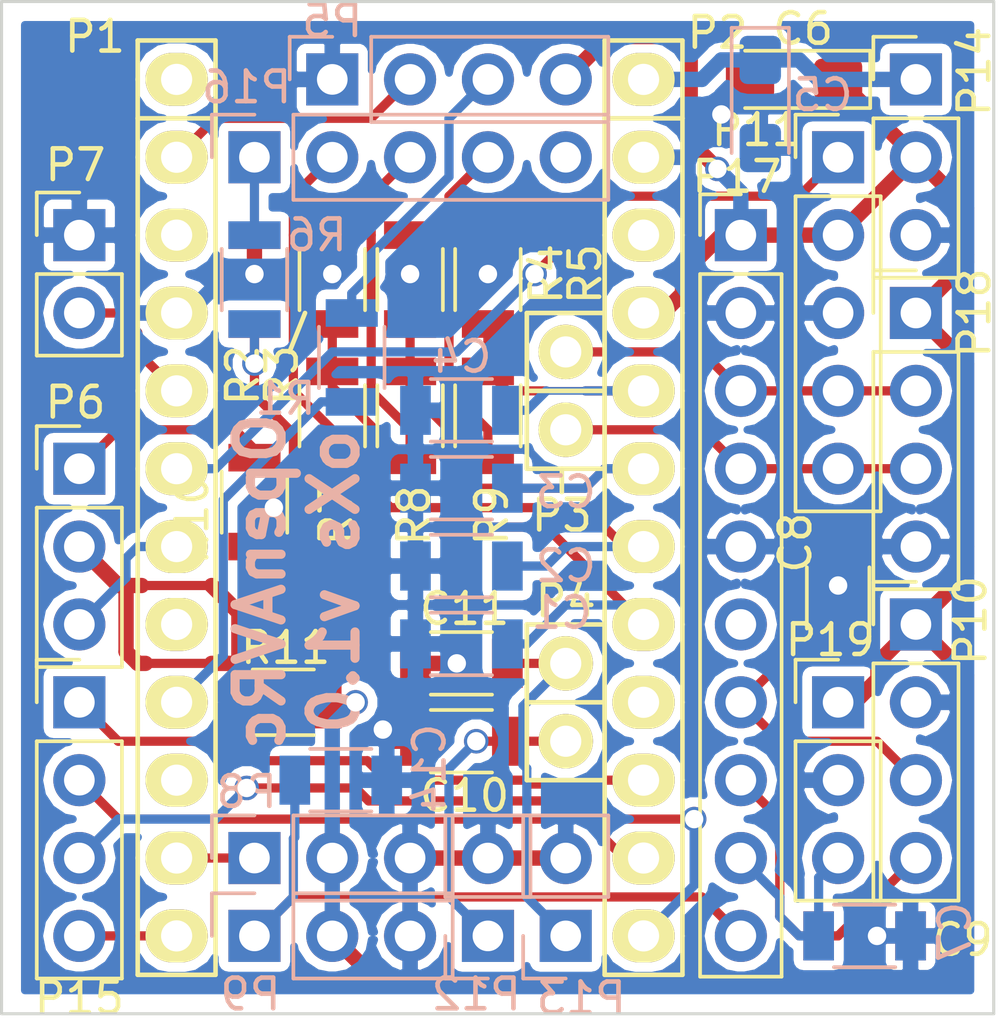
<source format=kicad_pcb>
(kicad_pcb (version 20171130) (host pcbnew "(5.0.2)-1")

  (general
    (thickness 1.6)
    (drawings 19)
    (tracks 255)
    (zones 0)
    (modules 42)
    (nets 33)
  )

  (page A4)
  (title_block
    (date 2019-09-29)
  )

  (layers
    (0 F.Cu signal)
    (31 B.Cu signal hide)
    (32 B.Adhes user hide)
    (33 F.Adhes user hide)
    (34 B.Paste user hide)
    (35 F.Paste user hide)
    (36 B.SilkS user hide)
    (37 F.SilkS user)
    (38 B.Mask user hide)
    (39 F.Mask user hide)
    (40 Dwgs.User user hide)
    (41 Cmts.User user hide)
    (42 Eco1.User user hide)
    (43 Eco2.User user hide)
    (44 Edge.Cuts user)
    (45 Margin user hide)
    (46 B.CrtYd user hide)
    (47 F.CrtYd user hide)
    (48 B.Fab user hide)
    (49 F.Fab user hide)
  )

  (setup
    (last_trace_width 0.3)
    (user_trace_width 0.25)
    (user_trace_width 0.3)
    (user_trace_width 0.5)
    (user_trace_width 1)
    (trace_clearance 0.25)
    (zone_clearance 0.31)
    (zone_45_only no)
    (trace_min 0.2)
    (segment_width 0.15)
    (edge_width 0.1)
    (via_size 0.8)
    (via_drill 0.6)
    (via_min_size 0.8)
    (via_min_drill 0.6)
    (user_via 0.8 0.6)
    (uvia_size 0.3)
    (uvia_drill 0.1)
    (uvias_allowed no)
    (uvia_min_size 0.2)
    (uvia_min_drill 0.1)
    (pcb_text_width 0.3)
    (pcb_text_size 1.5 1.5)
    (mod_edge_width 0.15)
    (mod_text_size 1 1)
    (mod_text_width 0.15)
    (pad_size 1.7 1.7)
    (pad_drill 1)
    (pad_to_mask_clearance 0)
    (solder_mask_min_width 0.25)
    (aux_axis_origin 132.715 115.57)
    (grid_origin 132.715 115.57)
    (visible_elements 7FFFFFFF)
    (pcbplotparams
      (layerselection 0x00030_80000001)
      (usegerberextensions false)
      (usegerberattributes false)
      (usegerberadvancedattributes false)
      (creategerberjobfile false)
      (excludeedgelayer true)
      (linewidth 0.100000)
      (plotframeref false)
      (viasonmask false)
      (mode 1)
      (useauxorigin false)
      (hpglpennumber 1)
      (hpglpenspeed 20)
      (hpglpendiameter 15.000000)
      (psnegative false)
      (psa4output false)
      (plotreference true)
      (plotvalue true)
      (plotinvisibletext false)
      (padsonsilk false)
      (subtractmaskfromsilk false)
      (outputformat 1)
      (mirror false)
      (drillshape 1)
      (scaleselection 1)
      (outputdirectory ""))
  )

  (net 0 "")
  (net 1 GND)
  (net 2 /2)
  (net 3 "/3(**)")
  (net 4 /4)
  (net 5 "/6(**)")
  (net 6 /8)
  (net 7 VCC)
  (net 8 /A5)
  (net 9 /A4)
  (net 10 /A3)
  (net 11 /A2)
  (net 12 /A1)
  (net 13 /A0)
  (net 14 /A7)
  (net 15 /A6)
  (net 16 "Net-(P16-Pad1)")
  (net 17 "Net-(P16-Pad2)")
  (net 18 "Net-(P16-Pad3)")
  (net 19 "Net-(P16-Pad4)")
  (net 20 /RAW)
  (net 21 "Net-(P6-Pad1)")
  (net 22 "/0(Rx)")
  (net 23 "Net-(P5-Pad3)")
  (net 24 /ADS_VOLT3)
  (net 25 /ADS_VOLT1)
  (net 26 /ADS_VOLT2)
  (net 27 /ADS_VOLT4)
  (net 28 "Net-(P6-Pad2)")
  (net 29 /SEQ1)
  (net 30 /SEQ4)
  (net 31 /SEQ3)
  (net 32 /SEQ2)

  (net_class Default "This is the default net class."
    (clearance 0.25)
    (trace_width 0.3)
    (via_dia 0.8)
    (via_drill 0.6)
    (uvia_dia 0.3)
    (uvia_drill 0.1)
    (add_net "/0(Rx)")
    (add_net /2)
    (add_net "/3(**)")
    (add_net /4)
    (add_net "/6(**)")
    (add_net /8)
    (add_net /A0)
    (add_net /A1)
    (add_net /A2)
    (add_net /A3)
    (add_net /A4)
    (add_net /A5)
    (add_net /A6)
    (add_net /A7)
    (add_net /ADS_VOLT1)
    (add_net /ADS_VOLT2)
    (add_net /ADS_VOLT3)
    (add_net /ADS_VOLT4)
    (add_net /SEQ1)
    (add_net /SEQ2)
    (add_net /SEQ3)
    (add_net /SEQ4)
    (add_net "Net-(P16-Pad1)")
    (add_net "Net-(P16-Pad2)")
    (add_net "Net-(P16-Pad3)")
    (add_net "Net-(P16-Pad4)")
    (add_net "Net-(P5-Pad3)")
    (add_net "Net-(P6-Pad1)")
    (add_net "Net-(P6-Pad2)")
  )

  (net_class ALIM ""
    (clearance 0.25)
    (trace_width 0.5)
    (via_dia 0.8)
    (via_drill 0.6)
    (uvia_dia 0.3)
    (uvia_drill 0.1)
    (add_net /RAW)
    (add_net GND)
    (add_net VCC)
  )

  (module Pin_Header_Straight_1x04_Pitch2.54mm (layer F.Cu) (tedit 5DAB2E84) (tstamp 5DAB315B)
    (at 135.255 105.41)
    (descr "Through hole straight pin header, 1x04, 2.54mm pitch, single row")
    (tags "Through hole pin header THT 1x04 2.54mm single row")
    (path /5DB43FB7)
    (fp_text reference P15 (at 0 9.652) (layer F.SilkS)
      (effects (font (size 1 1) (thickness 0.15)))
    )
    (fp_text value SEQUENCEUR (at 2.159 5.08 90) (layer F.Fab)
      (effects (font (size 1 1) (thickness 0.15)))
    )
    (fp_line (start -1.27 -1.27) (end -1.27 8.89) (layer F.Fab) (width 0.1))
    (fp_line (start -1.27 8.89) (end 1.27 8.89) (layer F.Fab) (width 0.1))
    (fp_line (start 1.27 8.89) (end 1.27 -1.27) (layer F.Fab) (width 0.1))
    (fp_line (start 1.27 -1.27) (end -1.27 -1.27) (layer F.Fab) (width 0.1))
    (fp_line (start -1.39 1.27) (end -1.39 9.01) (layer F.SilkS) (width 0.12))
    (fp_line (start -1.39 9.01) (end 1.39 9.01) (layer F.SilkS) (width 0.12))
    (fp_line (start 1.39 9.01) (end 1.39 1.27) (layer F.SilkS) (width 0.12))
    (fp_line (start 1.39 1.27) (end -1.39 1.27) (layer F.SilkS) (width 0.12))
    (fp_line (start -1.39 0) (end -1.39 -1.39) (layer F.SilkS) (width 0.12))
    (fp_line (start -1.39 -1.39) (end 0 -1.39) (layer F.SilkS) (width 0.12))
    (fp_line (start -1.6 -1.6) (end -1.6 9.2) (layer F.CrtYd) (width 0.05))
    (fp_line (start -1.6 9.2) (end 1.6 9.2) (layer F.CrtYd) (width 0.05))
    (fp_line (start 1.6 9.2) (end 1.6 -1.6) (layer F.CrtYd) (width 0.05))
    (fp_line (start 1.6 -1.6) (end -1.6 -1.6) (layer F.CrtYd) (width 0.05))
    (pad 1 thru_hole rect (at 0 0) (size 1.7 1.7) (drill 1) (layers *.Cu *.Mask)
      (net 30 /SEQ4))
    (pad 2 thru_hole oval (at 0 2.54) (size 1.7 1.7) (drill 1) (layers *.Cu *.Mask)
      (net 31 /SEQ3))
    (pad 3 thru_hole oval (at 0 5.08) (size 1.7 1.7) (drill 1) (layers *.Cu *.Mask)
      (net 32 /SEQ2))
    (pad 4 thru_hole oval (at 0 7.62) (size 1.7 1.7) (drill 1) (layers *.Cu *.Mask)
      (net 29 /SEQ1))
    (model Pin_Headers.3dshapes/Pin_Header_Straight_1x04_Pitch2.54mm.wrl
      (at (xyz 0 0 0))
      (scale (xyz 1 1 1))
      (rotate (xyz 0 0 0))
    )
  )

  (module R_1206 (layer F.Cu) (tedit 5DAB2C1C) (tstamp 5DAB2B53)
    (at 141.912 105.41)
    (descr "Resistor SMD 1206, reflow soldering, Vishay (see dcrcw.pdf)")
    (tags "resistor 1206")
    (path /5DB3B145)
    (attr smd)
    (fp_text reference R11 (at 0.074 -1.778) (layer F.SilkS)
      (effects (font (size 1 1) (thickness 0.15)))
    )
    (fp_text value 0 (at 0.074 0.127) (layer F.Fab)
      (effects (font (size 1 1) (thickness 0.15)))
    )
    (fp_line (start 2.15 1.1) (end -2.15 1.1) (layer F.CrtYd) (width 0.05))
    (fp_line (start 2.15 1.1) (end 2.15 -1.11) (layer F.CrtYd) (width 0.05))
    (fp_line (start -2.15 -1.11) (end -2.15 1.1) (layer F.CrtYd) (width 0.05))
    (fp_line (start -2.15 -1.11) (end 2.15 -1.11) (layer F.CrtYd) (width 0.05))
    (fp_line (start -1 -1.07) (end 1 -1.07) (layer F.SilkS) (width 0.12))
    (fp_line (start 1 1.07) (end -1 1.07) (layer F.SilkS) (width 0.12))
    (fp_line (start -1.6 -0.8) (end 1.6 -0.8) (layer F.Fab) (width 0.1))
    (fp_line (start 1.6 -0.8) (end 1.6 0.8) (layer F.Fab) (width 0.1))
    (fp_line (start 1.6 0.8) (end -1.6 0.8) (layer F.Fab) (width 0.1))
    (fp_line (start -1.6 0.8) (end -1.6 -0.8) (layer F.Fab) (width 0.1))
    (fp_text user %R (at -0.18 1.651) (layer F.Fab)
      (effects (font (size 0.7 0.7) (thickness 0.105)))
    )
    (pad 2 smd rect (at 1.45 0) (size 0.9 1.7) (layers F.Cu F.Paste F.Mask)
      (net 7 VCC))
    (pad 1 smd rect (at -1.45 0) (size 0.9 1.7) (layers F.Cu F.Paste F.Mask)
      (net 28 "Net-(P6-Pad2)"))
    (model ${KISYS3DMOD}/Resistors_SMD.3dshapes/R_1206.wrl
      (at (xyz 0 0 0))
      (scale (xyz 1 1 1))
      (rotate (xyz 0 0 0))
    )
  )

  (module Pin_Header_Straight_1x02_Pitch2.54mm (layer B.Cu) (tedit 5D906D1E) (tstamp 5D90893C)
    (at 151.13 113.03)
    (descr "Through hole straight pin header, 1x02, 2.54mm pitch, single row")
    (tags "Through hole pin header THT 1x02 2.54mm single row")
    (path /5D95E150)
    (fp_text reference P13 (at 0.508 2.032) (layer B.SilkS)
      (effects (font (size 1 1) (thickness 0.15)) (justify mirror))
    )
    (fp_text value NTC2 (at 0 3.302 -90) (layer B.Fab)
      (effects (font (size 1 1) (thickness 0.15)) (justify mirror))
    )
    (fp_line (start -1.27 1.27) (end -1.27 -3.81) (layer B.Fab) (width 0.1))
    (fp_line (start -1.27 -3.81) (end 1.27 -3.81) (layer B.Fab) (width 0.1))
    (fp_line (start 1.27 -3.81) (end 1.27 1.27) (layer B.Fab) (width 0.1))
    (fp_line (start 1.27 1.27) (end -1.27 1.27) (layer B.Fab) (width 0.1))
    (fp_line (start -1.39 -1.27) (end -1.39 -3.93) (layer B.SilkS) (width 0.12))
    (fp_line (start -1.39 -3.93) (end 1.39 -3.93) (layer B.SilkS) (width 0.12))
    (fp_line (start 1.39 -3.93) (end 1.39 -1.27) (layer B.SilkS) (width 0.12))
    (fp_line (start 1.39 -1.27) (end -1.39 -1.27) (layer B.SilkS) (width 0.12))
    (fp_line (start -1.39 0) (end -1.39 1.39) (layer B.SilkS) (width 0.12))
    (fp_line (start -1.39 1.39) (end 0 1.39) (layer B.SilkS) (width 0.12))
    (fp_line (start -1.6 1.6) (end -1.6 -4.1) (layer B.CrtYd) (width 0.05))
    (fp_line (start -1.6 -4.1) (end 1.6 -4.1) (layer B.CrtYd) (width 0.05))
    (fp_line (start 1.6 -4.1) (end 1.6 1.6) (layer B.CrtYd) (width 0.05))
    (fp_line (start 1.6 1.6) (end -1.6 1.6) (layer B.CrtYd) (width 0.05))
    (pad 1 thru_hole rect (at 0 0) (size 1.7 1.7) (drill 1) (layers *.Cu *.Mask)
      (net 14 /A7))
    (pad 2 thru_hole oval (at 0 -2.54) (size 1.7 1.7) (drill 1) (layers *.Cu *.Mask)
      (net 1 GND))
    (model Pin_Headers.3dshapes/Pin_Header_Straight_1x02_Pitch2.54mm.wrl
      (at (xyz 0 0 0))
      (scale (xyz 1 1 1))
      (rotate (xyz 0 0 0))
    )
  )

  (module Pin_Header_Straight_1x04_Pitch2.54mm (layer B.Cu) (tedit 59492D0F) (tstamp 5D9079F0)
    (at 143.51 85.09 270)
    (descr "Through hole straight pin header, 1x04, 2.54mm pitch, single row")
    (tags "Through hole pin header THT 1x04 2.54mm single row")
    (path /5D73CF47)
    (fp_text reference P5 (at -1.905 0) (layer B.SilkS)
      (effects (font (size 1 1) (thickness 0.15)) (justify mirror))
    )
    (fp_text value GPS (at 0 -3.683 180) (layer B.Fab)
      (effects (font (size 1 1) (thickness 0.15)) (justify mirror))
    )
    (fp_line (start -1.27 1.27) (end -1.27 -8.89) (layer B.Fab) (width 0.1))
    (fp_line (start -1.27 -8.89) (end 1.27 -8.89) (layer B.Fab) (width 0.1))
    (fp_line (start 1.27 -8.89) (end 1.27 1.27) (layer B.Fab) (width 0.1))
    (fp_line (start 1.27 1.27) (end -1.27 1.27) (layer B.Fab) (width 0.1))
    (fp_line (start -1.39 -1.27) (end -1.39 -9.01) (layer B.SilkS) (width 0.12))
    (fp_line (start -1.39 -9.01) (end 1.39 -9.01) (layer B.SilkS) (width 0.12))
    (fp_line (start 1.39 -9.01) (end 1.39 -1.27) (layer B.SilkS) (width 0.12))
    (fp_line (start 1.39 -1.27) (end -1.39 -1.27) (layer B.SilkS) (width 0.12))
    (fp_line (start -1.39 0) (end -1.39 1.39) (layer B.SilkS) (width 0.12))
    (fp_line (start -1.39 1.39) (end 0 1.39) (layer B.SilkS) (width 0.12))
    (fp_line (start -1.6 1.6) (end -1.6 -9.2) (layer B.CrtYd) (width 0.05))
    (fp_line (start -1.6 -9.2) (end 1.6 -9.2) (layer B.CrtYd) (width 0.05))
    (fp_line (start 1.6 -9.2) (end 1.6 1.6) (layer B.CrtYd) (width 0.05))
    (fp_line (start 1.6 1.6) (end -1.6 1.6) (layer B.CrtYd) (width 0.05))
    (pad 1 thru_hole rect (at 0 0 270) (size 1.7 1.7) (drill 1) (layers *.Cu *.Mask)
      (net 1 GND))
    (pad 2 thru_hole oval (at 0 -2.54 270) (size 1.7 1.7) (drill 1) (layers *.Cu *.Mask)
      (net 22 "/0(Rx)"))
    (pad 3 thru_hole oval (at 0 -5.08 270) (size 1.7 1.7) (drill 1) (layers *.Cu *.Mask)
      (net 23 "Net-(P5-Pad3)"))
    (pad 4 thru_hole oval (at 0 -7.62 270) (size 1.7 1.7) (drill 1) (layers *.Cu *.Mask)
      (net 7 VCC))
    (model Pin_Headers.3dshapes/Pin_Header_Straight_1x04_Pitch2.54mm.wrl
      (at (xyz 0 0 0))
      (scale (xyz 1 1 1))
      (rotate (xyz 0 0 0))
    )
  )

  (module Pin_Header_Straight_1x03_Pitch2.54mm (layer F.Cu) (tedit 5D98A5B1) (tstamp 5D98A5F6)
    (at 135.255 97.79)
    (descr "Through hole straight pin header, 1x03, 2.54mm pitch, single row")
    (tags "Through hole pin header THT 1x03 2.54mm single row")
    (path /5D98E1D3)
    (fp_text reference P6 (at -0.127 -2.159 -180) (layer F.SilkS)
      (effects (font (size 1 1) (thickness 0.15)))
    )
    (fp_text value HUB/SPORT (at 1.905 2.794 -90) (layer F.Fab)
      (effects (font (size 1 1) (thickness 0.15)))
    )
    (fp_line (start 1.6 -1.6) (end -1.6 -1.6) (layer F.CrtYd) (width 0.05))
    (fp_line (start 1.6 6.6) (end 1.6 -1.6) (layer F.CrtYd) (width 0.05))
    (fp_line (start -1.6 6.6) (end 1.6 6.6) (layer F.CrtYd) (width 0.05))
    (fp_line (start -1.6 -1.6) (end -1.6 6.6) (layer F.CrtYd) (width 0.05))
    (fp_line (start -1.39 -1.39) (end 0 -1.39) (layer F.SilkS) (width 0.12))
    (fp_line (start -1.39 0) (end -1.39 -1.39) (layer F.SilkS) (width 0.12))
    (fp_line (start 1.39 1.27) (end -1.39 1.27) (layer F.SilkS) (width 0.12))
    (fp_line (start 1.39 6.47) (end 1.39 1.27) (layer F.SilkS) (width 0.12))
    (fp_line (start -1.39 6.47) (end 1.39 6.47) (layer F.SilkS) (width 0.12))
    (fp_line (start -1.39 1.27) (end -1.39 6.47) (layer F.SilkS) (width 0.12))
    (fp_line (start 1.27 -1.27) (end -1.27 -1.27) (layer F.Fab) (width 0.1))
    (fp_line (start 1.27 6.35) (end 1.27 -1.27) (layer F.Fab) (width 0.1))
    (fp_line (start -1.27 6.35) (end 1.27 6.35) (layer F.Fab) (width 0.1))
    (fp_line (start -1.27 -1.27) (end -1.27 6.35) (layer F.Fab) (width 0.1))
    (pad 3 thru_hole oval (at 0 5.08) (size 1.7 1.7) (drill 1) (layers *.Cu *.Mask)
      (net 4 /4))
    (pad 2 thru_hole oval (at 0 2.54) (size 1.7 1.7) (drill 1) (layers *.Cu *.Mask)
      (net 28 "Net-(P6-Pad2)"))
    (pad 1 thru_hole rect (at 0 0) (size 1.7 1.7) (drill 1) (layers *.Cu *.Mask)
      (net 21 "Net-(P6-Pad1)"))
    (model Pin_Headers.3dshapes/Pin_Header_Straight_1x03_Pitch2.54mm.wrl
      (at (xyz 0 0 0))
      (scale (xyz 1 1 1))
      (rotate (xyz 0 0 0))
    )
  )

  (module Pin_Header_Straight_1x02_Pitch2.54mm (layer B.Cu) (tedit 5D906D0D) (tstamp 5D90889B)
    (at 148.59 113.03)
    (descr "Through hole straight pin header, 1x02, 2.54mm pitch, single row")
    (tags "Through hole pin header THT 1x02 2.54mm single row")
    (path /5D95DED9)
    (fp_text reference P12 (at -0.381 1.905) (layer B.SilkS)
      (effects (font (size 1 1) (thickness 0.15)) (justify mirror))
    )
    (fp_text value NTC1 (at 0 3.302 -90) (layer B.Fab)
      (effects (font (size 1 1) (thickness 0.15)) (justify mirror))
    )
    (fp_line (start 1.6 1.6) (end -1.6 1.6) (layer B.CrtYd) (width 0.05))
    (fp_line (start 1.6 -4.1) (end 1.6 1.6) (layer B.CrtYd) (width 0.05))
    (fp_line (start -1.6 -4.1) (end 1.6 -4.1) (layer B.CrtYd) (width 0.05))
    (fp_line (start -1.6 1.6) (end -1.6 -4.1) (layer B.CrtYd) (width 0.05))
    (fp_line (start -1.39 1.39) (end 0 1.39) (layer B.SilkS) (width 0.12))
    (fp_line (start -1.39 0) (end -1.39 1.39) (layer B.SilkS) (width 0.12))
    (fp_line (start 1.39 -1.27) (end -1.39 -1.27) (layer B.SilkS) (width 0.12))
    (fp_line (start 1.39 -3.93) (end 1.39 -1.27) (layer B.SilkS) (width 0.12))
    (fp_line (start -1.39 -3.93) (end 1.39 -3.93) (layer B.SilkS) (width 0.12))
    (fp_line (start -1.39 -1.27) (end -1.39 -3.93) (layer B.SilkS) (width 0.12))
    (fp_line (start 1.27 1.27) (end -1.27 1.27) (layer B.Fab) (width 0.1))
    (fp_line (start 1.27 -3.81) (end 1.27 1.27) (layer B.Fab) (width 0.1))
    (fp_line (start -1.27 -3.81) (end 1.27 -3.81) (layer B.Fab) (width 0.1))
    (fp_line (start -1.27 1.27) (end -1.27 -3.81) (layer B.Fab) (width 0.1))
    (pad 2 thru_hole oval (at 0 -2.54) (size 1.7 1.7) (drill 1) (layers *.Cu *.Mask)
      (net 1 GND))
    (pad 1 thru_hole rect (at 0 0) (size 1.7 1.7) (drill 1) (layers *.Cu *.Mask)
      (net 15 /A6))
    (model Pin_Headers.3dshapes/Pin_Header_Straight_1x02_Pitch2.54mm.wrl
      (at (xyz 0 0 0))
      (scale (xyz 1 1 1))
      (rotate (xyz 0 0 0))
    )
  )

  (module R_1206 (layer B.Cu) (tedit 5D9067D9) (tstamp 5D907849)
    (at 144.145 94.16 90)
    (descr "Resistor SMD 1206, reflow soldering, Vishay (see dcrcw.pdf)")
    (tags "resistor 1206")
    (path /5D742F24)
    (attr smd)
    (fp_text reference R1 (at -1.344 -2.159 180) (layer B.SilkS)
      (effects (font (size 1 1) (thickness 0.15)) (justify mirror))
    )
    (fp_text value 10K (at 0 0.127 90) (layer B.Fab)
      (effects (font (size 1 1) (thickness 0.15)) (justify mirror))
    )
    (fp_text user %R (at 0 1.651 90) (layer B.Fab)
      (effects (font (size 0.7 0.7) (thickness 0.105)) (justify mirror))
    )
    (fp_line (start -1.6 -0.8) (end -1.6 0.8) (layer B.Fab) (width 0.1))
    (fp_line (start 1.6 -0.8) (end -1.6 -0.8) (layer B.Fab) (width 0.1))
    (fp_line (start 1.6 0.8) (end 1.6 -0.8) (layer B.Fab) (width 0.1))
    (fp_line (start -1.6 0.8) (end 1.6 0.8) (layer B.Fab) (width 0.1))
    (fp_line (start 1 -1.07) (end -1 -1.07) (layer B.SilkS) (width 0.12))
    (fp_line (start -1 1.07) (end 1 1.07) (layer B.SilkS) (width 0.12))
    (fp_line (start -2.15 1.11) (end 2.15 1.11) (layer B.CrtYd) (width 0.05))
    (fp_line (start -2.15 1.11) (end -2.15 -1.1) (layer B.CrtYd) (width 0.05))
    (fp_line (start 2.15 -1.1) (end 2.15 1.11) (layer B.CrtYd) (width 0.05))
    (fp_line (start 2.15 -1.1) (end -2.15 -1.1) (layer B.CrtYd) (width 0.05))
    (pad 1 smd rect (at -1.45 0 90) (size 0.9 1.7) (layers B.Cu B.Paste B.Mask)
      (net 5 "/6(**)"))
    (pad 2 smd rect (at 1.45 0 90) (size 0.9 1.7) (layers B.Cu B.Paste B.Mask)
      (net 23 "Net-(P5-Pad3)"))
    (model ${KISYS3DMOD}/Resistors_SMD.3dshapes/R_1206.wrl
      (at (xyz 0 0 0))
      (scale (xyz 1 1 1))
      (rotate (xyz 0 0 0))
    )
  )

  (module Socket_Arduino_Pro_Mini:Socket_Strip_Arduino_1x12 locked (layer F.Cu) (tedit 55216A20) (tstamp 5D73E3BE)
    (at 138.43 85.09 270)
    (descr "Through hole socket strip")
    (tags "socket strip")
    (path /56D754D1)
    (fp_text reference P1 (at -1.397 2.667) (layer F.SilkS)
      (effects (font (size 1 1) (thickness 0.15)))
    )
    (fp_text value Digital (at 13.97 -2.159 270) (layer F.Fab)
      (effects (font (size 1 1) (thickness 0.15)))
    )
    (fp_line (start 1.27 -1.27) (end -1.27 -1.27) (layer F.SilkS) (width 0.15))
    (fp_line (start -1.27 -1.27) (end -1.27 1.27) (layer F.SilkS) (width 0.15))
    (fp_line (start -1.27 1.27) (end 1.27 1.27) (layer F.SilkS) (width 0.15))
    (fp_line (start -1.75 -1.75) (end -1.75 1.75) (layer F.CrtYd) (width 0.05))
    (fp_line (start 29.7 -1.75) (end 29.7 1.75) (layer F.CrtYd) (width 0.05))
    (fp_line (start -1.75 -1.75) (end 29.7 -1.75) (layer F.CrtYd) (width 0.05))
    (fp_line (start -1.75 1.75) (end 29.7 1.75) (layer F.CrtYd) (width 0.05))
    (fp_line (start 1.27 1.27) (end 29.21 1.27) (layer F.SilkS) (width 0.15))
    (fp_line (start 29.21 1.27) (end 29.21 -1.27) (layer F.SilkS) (width 0.15))
    (fp_line (start 29.21 -1.27) (end 1.27 -1.27) (layer F.SilkS) (width 0.15))
    (fp_line (start 1.27 1.27) (end 1.27 -1.27) (layer F.SilkS) (width 0.15))
    (pad 1 thru_hole oval (at 0 0 270) (size 1.7272 2.032) (drill 1.016) (layers *.Cu *.Mask F.SilkS))
    (pad 2 thru_hole oval (at 2.54 0 270) (size 1.7272 2.032) (drill 1.016) (layers *.Cu *.Mask F.SilkS)
      (net 22 "/0(Rx)"))
    (pad 3 thru_hole oval (at 5.08 0 270) (size 1.7272 2.032) (drill 1.016) (layers *.Cu *.Mask F.SilkS))
    (pad 4 thru_hole oval (at 7.62 0 270) (size 1.7272 2.032) (drill 1.016) (layers *.Cu *.Mask F.SilkS)
      (net 1 GND))
    (pad 5 thru_hole oval (at 10.16 0 270) (size 1.7272 2.032) (drill 1.016) (layers *.Cu *.Mask F.SilkS)
      (net 2 /2))
    (pad 6 thru_hole oval (at 12.7 0 270) (size 1.7272 2.032) (drill 1.016) (layers *.Cu *.Mask F.SilkS)
      (net 3 "/3(**)"))
    (pad 7 thru_hole oval (at 15.24 0 270) (size 1.7272 2.032) (drill 1.016) (layers *.Cu *.Mask F.SilkS)
      (net 4 /4))
    (pad 8 thru_hole oval (at 17.78 0 270) (size 1.7272 2.032) (drill 1.016) (layers *.Cu *.Mask F.SilkS))
    (pad 9 thru_hole oval (at 20.32 0 270) (size 1.7272 2.032) (drill 1.016) (layers *.Cu *.Mask F.SilkS)
      (net 5 "/6(**)"))
    (pad 10 thru_hole oval (at 22.86 0 270) (size 1.7272 2.032) (drill 1.016) (layers *.Cu *.Mask F.SilkS))
    (pad 11 thru_hole oval (at 25.4 0 270) (size 1.7272 2.032) (drill 1.016) (layers *.Cu *.Mask F.SilkS)
      (net 6 /8))
    (pad 12 thru_hole oval (at 27.94 0 270) (size 1.7272 2.032) (drill 1.016) (layers *.Cu *.Mask F.SilkS)
      (net 29 /SEQ1))
  )

  (module Socket_Arduino_Pro_Mini:Socket_Strip_Arduino_1x02 locked (layer F.Cu) (tedit 55211235) (tstamp 552111F2)
    (at 151.13 93.98 270)
    (descr "Through hole socket strip")
    (tags "socket strip")
    (path /56D74FB3)
    (fp_text reference P3 (at 5.334 0.127) (layer F.SilkS)
      (effects (font (size 1 1) (thickness 0.15)))
    )
    (fp_text value ADC (at -1.524 -1.651 270) (layer F.Fab)
      (effects (font (size 1 1) (thickness 0.15)))
    )
    (fp_line (start 1.27 -1.27) (end -1.27 -1.27) (layer F.SilkS) (width 0.15))
    (fp_line (start -1.27 -1.27) (end -1.27 1.27) (layer F.SilkS) (width 0.15))
    (fp_line (start -1.27 1.27) (end 1.27 1.27) (layer F.SilkS) (width 0.15))
    (fp_line (start 3.81 1.27) (end 1.27 1.27) (layer F.SilkS) (width 0.15))
    (fp_line (start -1.75 -1.75) (end -1.75 1.75) (layer F.CrtYd) (width 0.05))
    (fp_line (start 4.3 -1.75) (end 4.3 1.75) (layer F.CrtYd) (width 0.05))
    (fp_line (start -1.75 -1.75) (end 4.3 -1.75) (layer F.CrtYd) (width 0.05))
    (fp_line (start -1.75 1.75) (end 4.3 1.75) (layer F.CrtYd) (width 0.05))
    (fp_line (start 1.27 1.27) (end 1.27 -1.27) (layer F.SilkS) (width 0.15))
    (fp_line (start 1.27 -1.27) (end 3.81 -1.27) (layer F.SilkS) (width 0.15))
    (fp_line (start 3.81 -1.27) (end 3.81 1.27) (layer F.SilkS) (width 0.15))
    (pad 1 thru_hole circle (at 0 0 270) (size 1.778 1.778) (drill 1.016) (layers *.Cu *.Mask F.SilkS)
      (net 8 /A5))
    (pad 2 thru_hole circle (at 2.54 0 270) (size 1.778 1.778) (drill 1.016) (layers *.Cu *.Mask F.SilkS)
      (net 9 /A4))
  )

  (module Socket_Arduino_Pro_Mini:Socket_Strip_Arduino_1x12 locked (layer F.Cu) (tedit 5D73CB52) (tstamp 5521120D)
    (at 153.67 85.09 270)
    (descr "Through hole socket strip")
    (tags "socket strip")
    (path /56D755F3)
    (fp_text reference P2 (at -1.524 -2.413) (layer F.SilkS)
      (effects (font (size 1 1) (thickness 0.15)))
    )
    (fp_text value Analog (at 7.112 2.54 270) (layer F.Fab)
      (effects (font (size 1 1) (thickness 0.15)))
    )
    (fp_line (start 1.27 -1.27) (end -1.27 -1.27) (layer F.SilkS) (width 0.15))
    (fp_line (start -1.27 -1.27) (end -1.27 1.27) (layer F.SilkS) (width 0.15))
    (fp_line (start -1.27 1.27) (end 1.27 1.27) (layer F.SilkS) (width 0.15))
    (fp_line (start -1.75 -1.75) (end -1.75 1.75) (layer F.CrtYd) (width 0.05))
    (fp_line (start 29.7 -1.75) (end 29.7 1.75) (layer F.CrtYd) (width 0.05))
    (fp_line (start -1.75 -1.75) (end 29.7 -1.75) (layer F.CrtYd) (width 0.05))
    (fp_line (start -1.75 1.75) (end 29.7 1.75) (layer F.CrtYd) (width 0.05))
    (fp_line (start 1.27 1.27) (end 29.21 1.27) (layer F.SilkS) (width 0.15))
    (fp_line (start 29.21 1.27) (end 29.21 -1.27) (layer F.SilkS) (width 0.15))
    (fp_line (start 29.21 -1.27) (end 1.27 -1.27) (layer F.SilkS) (width 0.15))
    (fp_line (start 1.27 1.27) (end 1.27 -1.27) (layer F.SilkS) (width 0.15))
    (pad 1 thru_hole oval (at 0 0 270) (size 1.7272 2.032) (drill 1.016) (layers *.Cu *.Mask F.SilkS)
      (net 20 /RAW))
    (pad 2 thru_hole oval (at 2.54 0 270) (size 1.7272 2.032) (drill 1.016) (layers *.Cu *.Mask F.SilkS)
      (net 1 GND))
    (pad 3 thru_hole oval (at 5.08 0 270) (size 1.7272 2.032) (drill 1.016) (layers *.Cu *.Mask F.SilkS))
    (pad 4 thru_hole oval (at 7.62 0 270) (size 1.7272 2.032) (drill 1.016) (layers *.Cu *.Mask F.SilkS)
      (net 7 VCC))
    (pad 5 thru_hole oval (at 10.16 0 270) (size 1.7272 2.032) (drill 1.016) (layers *.Cu *.Mask F.SilkS)
      (net 10 /A3))
    (pad 6 thru_hole oval (at 12.7 0 270) (size 1.7272 2.032) (drill 1.016) (layers *.Cu *.Mask F.SilkS)
      (net 11 /A2))
    (pad 7 thru_hole oval (at 15.24 0 270) (size 1.7272 2.032) (drill 1.016) (layers *.Cu *.Mask F.SilkS)
      (net 12 /A1))
    (pad 8 thru_hole oval (at 17.78 0 270) (size 1.7272 2.032) (drill 1.016) (layers *.Cu *.Mask F.SilkS)
      (net 13 /A0))
    (pad 9 thru_hole oval (at 20.32 0 270) (size 1.7272 2.032) (drill 1.016) (layers *.Cu *.Mask F.SilkS))
    (pad 10 thru_hole oval (at 22.86 0 270) (size 1.7272 2.032) (drill 1.016) (layers *.Cu *.Mask F.SilkS)
      (net 30 /SEQ4))
    (pad 11 thru_hole oval (at 25.4 0 270) (size 1.7272 2.032) (drill 1.016) (layers *.Cu *.Mask F.SilkS)
      (net 31 /SEQ3))
    (pad 12 thru_hole oval (at 27.94 0 270) (size 1.7272 2.032) (drill 1.016) (layers *.Cu *.Mask F.SilkS)
      (net 32 /SEQ2))
  )

  (module Socket_Arduino_Pro_Mini:Socket_Strip_Arduino_1x02 locked (layer F.Cu) (tedit 5D73CB99) (tstamp 55211431)
    (at 151.13 104.14 270)
    (descr "Through hole socket strip")
    (tags "socket strip")
    (path /56D7505C)
    (fp_text reference P4 (at -2.032 0) (layer F.SilkS)
      (effects (font (size 1 1) (thickness 0.15)))
    )
    (fp_text value ADC (at -2.667 0 270) (layer F.Fab)
      (effects (font (size 1 1) (thickness 0.15)))
    )
    (fp_line (start 1.27 -1.27) (end -1.27 -1.27) (layer F.SilkS) (width 0.15))
    (fp_line (start -1.27 -1.27) (end -1.27 1.27) (layer F.SilkS) (width 0.15))
    (fp_line (start -1.27 1.27) (end 1.27 1.27) (layer F.SilkS) (width 0.15))
    (fp_line (start 3.81 1.27) (end 1.27 1.27) (layer F.SilkS) (width 0.15))
    (fp_line (start -1.75 -1.75) (end -1.75 1.75) (layer F.CrtYd) (width 0.05))
    (fp_line (start 4.3 -1.75) (end 4.3 1.75) (layer F.CrtYd) (width 0.05))
    (fp_line (start -1.75 -1.75) (end 4.3 -1.75) (layer F.CrtYd) (width 0.05))
    (fp_line (start -1.75 1.75) (end 4.3 1.75) (layer F.CrtYd) (width 0.05))
    (fp_line (start 1.27 1.27) (end 1.27 -1.27) (layer F.SilkS) (width 0.15))
    (fp_line (start 1.27 -1.27) (end 3.81 -1.27) (layer F.SilkS) (width 0.15))
    (fp_line (start 3.81 -1.27) (end 3.81 1.27) (layer F.SilkS) (width 0.15))
    (pad 1 thru_hole circle (at 0 0 270) (size 1.778 1.778) (drill 1.016) (layers *.Cu *.Mask F.SilkS)
      (net 14 /A7))
    (pad 2 thru_hole circle (at 2.54 0 270) (size 1.778 1.778) (drill 1.016) (layers *.Cu *.Mask F.SilkS)
      (net 15 /A6))
  )

  (module Pin_Header_Straight_1x02_Pitch2.54mm (layer F.Cu) (tedit 5948F205) (tstamp 5D73E0A6)
    (at 135.255 90.17)
    (descr "Through hole straight pin header, 1x02, 2.54mm pitch, single row")
    (tags "Through hole pin header THT 1x02 2.54mm single row")
    (path /5D73E361)
    (fp_text reference P7 (at -0.127 -2.286) (layer F.SilkS)
      (effects (font (size 1 1) (thickness 0.15)))
    )
    (fp_text value PPM (at -2.032 1.397 270) (layer F.Fab)
      (effects (font (size 1 1) (thickness 0.15)))
    )
    (fp_line (start 1.6 -1.6) (end -1.6 -1.6) (layer F.CrtYd) (width 0.05))
    (fp_line (start 1.6 4.1) (end 1.6 -1.6) (layer F.CrtYd) (width 0.05))
    (fp_line (start -1.6 4.1) (end 1.6 4.1) (layer F.CrtYd) (width 0.05))
    (fp_line (start -1.6 -1.6) (end -1.6 4.1) (layer F.CrtYd) (width 0.05))
    (fp_line (start -1.39 -1.39) (end 0 -1.39) (layer F.SilkS) (width 0.12))
    (fp_line (start -1.39 0) (end -1.39 -1.39) (layer F.SilkS) (width 0.12))
    (fp_line (start 1.39 1.27) (end -1.39 1.27) (layer F.SilkS) (width 0.12))
    (fp_line (start 1.39 3.93) (end 1.39 1.27) (layer F.SilkS) (width 0.12))
    (fp_line (start -1.39 3.93) (end 1.39 3.93) (layer F.SilkS) (width 0.12))
    (fp_line (start -1.39 1.27) (end -1.39 3.93) (layer F.SilkS) (width 0.12))
    (fp_line (start 1.27 -1.27) (end -1.27 -1.27) (layer F.Fab) (width 0.1))
    (fp_line (start 1.27 3.81) (end 1.27 -1.27) (layer F.Fab) (width 0.1))
    (fp_line (start -1.27 3.81) (end 1.27 3.81) (layer F.Fab) (width 0.1))
    (fp_line (start -1.27 -1.27) (end -1.27 3.81) (layer F.Fab) (width 0.1))
    (pad 2 thru_hole oval (at 0 2.54) (size 1.7 1.7) (drill 1) (layers *.Cu *.Mask)
      (net 2 /2))
    (pad 1 thru_hole rect (at 0 0) (size 1.7 1.7) (drill 1) (layers *.Cu *.Mask)
      (net 1 GND))
    (model Pin_Headers.3dshapes/Pin_Header_Straight_1x02_Pitch2.54mm.wrl
      (at (xyz 0 0 0))
      (scale (xyz 1 1 1))
      (rotate (xyz 0 0 0))
    )
  )

  (module Pin_Header_Straight_1x03_Pitch2.54mm (layer B.Cu) (tedit 5948F238) (tstamp 5D9B47EF)
    (at 140.97 113.03 270)
    (descr "Through hole straight pin header, 1x03, 2.54mm pitch, single row")
    (tags "Through hole pin header THT 1x03 2.54mm single row")
    (path /5D73CFD8)
    (fp_text reference P8 (at -4.699 0.254) (layer B.SilkS)
      (effects (font (size 1 1) (thickness 0.15)) (justify mirror))
    )
    (fp_text value FUEL (at 2.54 -2.413) (layer B.Fab)
      (effects (font (size 1 1) (thickness 0.15)) (justify mirror))
    )
    (fp_line (start -1.27 1.27) (end -1.27 -6.35) (layer B.Fab) (width 0.1))
    (fp_line (start -1.27 -6.35) (end 1.27 -6.35) (layer B.Fab) (width 0.1))
    (fp_line (start 1.27 -6.35) (end 1.27 1.27) (layer B.Fab) (width 0.1))
    (fp_line (start 1.27 1.27) (end -1.27 1.27) (layer B.Fab) (width 0.1))
    (fp_line (start -1.39 -1.27) (end -1.39 -6.47) (layer B.SilkS) (width 0.12))
    (fp_line (start -1.39 -6.47) (end 1.39 -6.47) (layer B.SilkS) (width 0.12))
    (fp_line (start 1.39 -6.47) (end 1.39 -1.27) (layer B.SilkS) (width 0.12))
    (fp_line (start 1.39 -1.27) (end -1.39 -1.27) (layer B.SilkS) (width 0.12))
    (fp_line (start -1.39 0) (end -1.39 1.39) (layer B.SilkS) (width 0.12))
    (fp_line (start -1.39 1.39) (end 0 1.39) (layer B.SilkS) (width 0.12))
    (fp_line (start -1.6 1.6) (end -1.6 -6.6) (layer B.CrtYd) (width 0.05))
    (fp_line (start -1.6 -6.6) (end 1.6 -6.6) (layer B.CrtYd) (width 0.05))
    (fp_line (start 1.6 -6.6) (end 1.6 1.6) (layer B.CrtYd) (width 0.05))
    (fp_line (start 1.6 1.6) (end -1.6 1.6) (layer B.CrtYd) (width 0.05))
    (pad 1 thru_hole rect (at 0 0 270) (size 1.7 1.7) (drill 1) (layers *.Cu *.Mask)
      (net 27 /ADS_VOLT4))
    (pad 2 thru_hole oval (at 0 -2.54 270) (size 1.7 1.7) (drill 1) (layers *.Cu *.Mask)
      (net 7 VCC))
    (pad 3 thru_hole oval (at 0 -5.08 270) (size 1.7 1.7) (drill 1) (layers *.Cu *.Mask)
      (net 1 GND))
    (model Pin_Headers.3dshapes/Pin_Header_Straight_1x03_Pitch2.54mm.wrl
      (at (xyz 0 0 0))
      (scale (xyz 1 1 1))
      (rotate (xyz 0 0 0))
    )
  )

  (module Pin_Header_Straight_1x03_Pitch2.54mm (layer B.Cu) (tedit 5948F238) (tstamp 5D73E8E7)
    (at 140.97 110.49 270)
    (descr "Through hole straight pin header, 1x03, 2.54mm pitch, single row")
    (tags "Through hole pin header THT 1x03 2.54mm single row")
    (path /5D73E51B)
    (fp_text reference P9 (at 4.445 0.127 180) (layer B.SilkS)
      (effects (font (size 1 1) (thickness 0.15)) (justify mirror))
    )
    (fp_text value RPM (at -2.159 -2.413) (layer B.Fab)
      (effects (font (size 1 1) (thickness 0.15)) (justify mirror))
    )
    (fp_line (start 1.6 1.6) (end -1.6 1.6) (layer B.CrtYd) (width 0.05))
    (fp_line (start 1.6 -6.6) (end 1.6 1.6) (layer B.CrtYd) (width 0.05))
    (fp_line (start -1.6 -6.6) (end 1.6 -6.6) (layer B.CrtYd) (width 0.05))
    (fp_line (start -1.6 1.6) (end -1.6 -6.6) (layer B.CrtYd) (width 0.05))
    (fp_line (start -1.39 1.39) (end 0 1.39) (layer B.SilkS) (width 0.12))
    (fp_line (start -1.39 0) (end -1.39 1.39) (layer B.SilkS) (width 0.12))
    (fp_line (start 1.39 -1.27) (end -1.39 -1.27) (layer B.SilkS) (width 0.12))
    (fp_line (start 1.39 -6.47) (end 1.39 -1.27) (layer B.SilkS) (width 0.12))
    (fp_line (start -1.39 -6.47) (end 1.39 -6.47) (layer B.SilkS) (width 0.12))
    (fp_line (start -1.39 -1.27) (end -1.39 -6.47) (layer B.SilkS) (width 0.12))
    (fp_line (start 1.27 1.27) (end -1.27 1.27) (layer B.Fab) (width 0.1))
    (fp_line (start 1.27 -6.35) (end 1.27 1.27) (layer B.Fab) (width 0.1))
    (fp_line (start -1.27 -6.35) (end 1.27 -6.35) (layer B.Fab) (width 0.1))
    (fp_line (start -1.27 1.27) (end -1.27 -6.35) (layer B.Fab) (width 0.1))
    (pad 3 thru_hole oval (at 0 -5.08 270) (size 1.7 1.7) (drill 1) (layers *.Cu *.Mask)
      (net 1 GND))
    (pad 2 thru_hole oval (at 0 -2.54 270) (size 1.7 1.7) (drill 1) (layers *.Cu *.Mask)
      (net 7 VCC))
    (pad 1 thru_hole rect (at 0 0 270) (size 1.7 1.7) (drill 1) (layers *.Cu *.Mask)
      (net 6 /8))
    (model Pin_Headers.3dshapes/Pin_Header_Straight_1x03_Pitch2.54mm.wrl
      (at (xyz 0 0 0))
      (scale (xyz 1 1 1))
      (rotate (xyz 0 0 0))
    )
  )

  (module Pin_Header_Straight_1x04_Pitch2.54mm (layer F.Cu) (tedit 59492D0F) (tstamp 5D73E0E6)
    (at 162.56 102.87)
    (descr "Through hole straight pin header, 1x04, 2.54mm pitch, single row")
    (tags "Through hole pin header THT 1x04 2.54mm single row")
    (path /5D73E639)
    (fp_text reference P10 (at 1.778 -0.127 270) (layer F.SilkS)
      (effects (font (size 1 1) (thickness 0.15)))
    )
    (fp_text value VFAS/COURANT (at 2.159 5.08 90) (layer F.Fab)
      (effects (font (size 1 1) (thickness 0.15)))
    )
    (fp_line (start 1.6 -1.6) (end -1.6 -1.6) (layer F.CrtYd) (width 0.05))
    (fp_line (start 1.6 9.2) (end 1.6 -1.6) (layer F.CrtYd) (width 0.05))
    (fp_line (start -1.6 9.2) (end 1.6 9.2) (layer F.CrtYd) (width 0.05))
    (fp_line (start -1.6 -1.6) (end -1.6 9.2) (layer F.CrtYd) (width 0.05))
    (fp_line (start -1.39 -1.39) (end 0 -1.39) (layer F.SilkS) (width 0.12))
    (fp_line (start -1.39 0) (end -1.39 -1.39) (layer F.SilkS) (width 0.12))
    (fp_line (start 1.39 1.27) (end -1.39 1.27) (layer F.SilkS) (width 0.12))
    (fp_line (start 1.39 9.01) (end 1.39 1.27) (layer F.SilkS) (width 0.12))
    (fp_line (start -1.39 9.01) (end 1.39 9.01) (layer F.SilkS) (width 0.12))
    (fp_line (start -1.39 1.27) (end -1.39 9.01) (layer F.SilkS) (width 0.12))
    (fp_line (start 1.27 -1.27) (end -1.27 -1.27) (layer F.Fab) (width 0.1))
    (fp_line (start 1.27 8.89) (end 1.27 -1.27) (layer F.Fab) (width 0.1))
    (fp_line (start -1.27 8.89) (end 1.27 8.89) (layer F.Fab) (width 0.1))
    (fp_line (start -1.27 -1.27) (end -1.27 8.89) (layer F.Fab) (width 0.1))
    (pad 4 thru_hole oval (at 0 7.62) (size 1.7 1.7) (drill 1) (layers *.Cu *.Mask)
      (net 26 /ADS_VOLT2))
    (pad 3 thru_hole oval (at 0 5.08) (size 1.7 1.7) (drill 1) (layers *.Cu *.Mask)
      (net 25 /ADS_VOLT1))
    (pad 2 thru_hole oval (at 0 2.54) (size 1.7 1.7) (drill 1) (layers *.Cu *.Mask)
      (net 1 GND))
    (pad 1 thru_hole rect (at 0 0) (size 1.7 1.7) (drill 1) (layers *.Cu *.Mask)
      (net 7 VCC))
    (model Pin_Headers.3dshapes/Pin_Header_Straight_1x04_Pitch2.54mm.wrl
      (at (xyz 0 0 0))
      (scale (xyz 1 1 1))
      (rotate (xyz 0 0 0))
    )
  )

  (module Pin_Header_Straight_1x05_Pitch2.54mm (layer F.Cu) (tedit 5D90768A) (tstamp 5D73E0FE)
    (at 160.02 87.63)
    (descr "Through hole straight pin header, 1x05, 2.54mm pitch, single row")
    (tags "Through hole pin header THT 1x05 2.54mm single row")
    (path /5D73D1A7)
    (fp_text reference P11 (at -2.667 -0.889 180) (layer F.SilkS)
      (effects (font (size 1 1) (thickness 0.15)))
    )
    (fp_text value GY-86 (at 0.127 5.715 90) (layer F.Fab)
      (effects (font (size 1 1) (thickness 0.15)))
    )
    (fp_text user GY-86 (at -6.604 -1.905 180) (layer F.Fab)
      (effects (font (size 1 1) (thickness 0.15)))
    )
    (fp_line (start -1.27 -1.27) (end -1.27 11.43) (layer F.Fab) (width 0.1))
    (fp_line (start -1.27 11.43) (end 1.27 11.43) (layer F.Fab) (width 0.1))
    (fp_line (start 1.27 11.43) (end 1.27 -1.27) (layer F.Fab) (width 0.1))
    (fp_line (start 1.27 -1.27) (end -1.27 -1.27) (layer F.Fab) (width 0.1))
    (fp_line (start -1.39 1.27) (end -1.39 11.55) (layer F.SilkS) (width 0.12))
    (fp_line (start -1.39 11.55) (end 1.39 11.55) (layer F.SilkS) (width 0.12))
    (fp_line (start 1.39 11.55) (end 1.39 1.27) (layer F.SilkS) (width 0.12))
    (fp_line (start 1.39 1.27) (end -1.39 1.27) (layer F.SilkS) (width 0.12))
    (fp_line (start -1.39 0) (end -1.39 -1.39) (layer F.SilkS) (width 0.12))
    (fp_line (start -1.39 -1.39) (end 0 -1.39) (layer F.SilkS) (width 0.12))
    (fp_line (start -1.6 -1.6) (end -1.6 11.7) (layer F.CrtYd) (width 0.05))
    (fp_line (start -1.6 11.7) (end 1.6 11.7) (layer F.CrtYd) (width 0.05))
    (fp_line (start 1.6 11.7) (end 1.6 -1.6) (layer F.CrtYd) (width 0.05))
    (fp_line (start 1.6 -1.6) (end -1.6 -1.6) (layer F.CrtYd) (width 0.05))
    (pad 1 thru_hole rect (at 0 0) (size 1.7 1.7) (drill 1) (layers *.Cu *.Mask)
      (net 3 "/3(**)"))
    (pad 2 thru_hole oval (at 0 2.54) (size 1.7 1.7) (drill 1) (layers *.Cu *.Mask)
      (net 7 VCC))
    (pad 3 thru_hole oval (at 0 5.08) (size 1.7 1.7) (drill 1) (layers *.Cu *.Mask)
      (net 1 GND))
    (pad 4 thru_hole oval (at 0 7.62) (size 1.7 1.7) (drill 1) (layers *.Cu *.Mask)
      (net 8 /A5))
    (pad 5 thru_hole oval (at 0 10.16) (size 1.7 1.7) (drill 1) (layers *.Cu *.Mask)
      (net 9 /A4))
    (model Pin_Headers.3dshapes/Pin_Header_Straight_1x05_Pitch2.54mm.wrl
      (at (xyz 0 0 0))
      (scale (xyz 1 1 1))
      (rotate (xyz 0 0 0))
    )
  )

  (module Pin_Header_Straight_1x05_Pitch2.54mm (layer B.Cu) (tedit 5D7D11C5) (tstamp 5D73E607)
    (at 140.97 87.63 270)
    (descr "Through hole straight pin header, 1x05, 2.54mm pitch, single row")
    (tags "Through hole pin header THT 1x05 2.54mm single row")
    (path /5D771791)
    (fp_text reference P16 (at -2.286 0.254 180) (layer B.SilkS)
      (effects (font (size 1 1) (thickness 0.15)) (justify mirror))
    )
    (fp_text value 4S (at 0 -2.159 180) (layer B.Fab)
      (effects (font (size 1 1) (thickness 0.15)) (justify mirror))
    )
    (fp_text user 4S (at 0 -5.715 180) (layer B.Fab)
      (effects (font (size 1 1) (thickness 0.15)) (justify mirror))
    )
    (fp_line (start -1.27 1.27) (end -1.27 -11.43) (layer B.Fab) (width 0.1))
    (fp_line (start -1.27 -11.43) (end 1.27 -11.43) (layer B.Fab) (width 0.1))
    (fp_line (start 1.27 -11.43) (end 1.27 1.27) (layer B.Fab) (width 0.1))
    (fp_line (start 1.27 1.27) (end -1.27 1.27) (layer B.Fab) (width 0.1))
    (fp_line (start -1.39 -1.27) (end -1.39 -11.55) (layer B.SilkS) (width 0.12))
    (fp_line (start -1.39 -11.55) (end 1.39 -11.55) (layer B.SilkS) (width 0.12))
    (fp_line (start 1.39 -11.55) (end 1.39 -1.27) (layer B.SilkS) (width 0.12))
    (fp_line (start 1.39 -1.27) (end -1.39 -1.27) (layer B.SilkS) (width 0.12))
    (fp_line (start -1.39 0) (end -1.39 1.39) (layer B.SilkS) (width 0.12))
    (fp_line (start -1.39 1.39) (end 0 1.39) (layer B.SilkS) (width 0.12))
    (fp_line (start -1.6 1.6) (end -1.6 -11.7) (layer B.CrtYd) (width 0.05))
    (fp_line (start -1.6 -11.7) (end 1.6 -11.7) (layer B.CrtYd) (width 0.05))
    (fp_line (start 1.6 -11.7) (end 1.6 1.6) (layer B.CrtYd) (width 0.05))
    (fp_line (start 1.6 1.6) (end -1.6 1.6) (layer B.CrtYd) (width 0.05))
    (pad 1 thru_hole rect (at 0 0 270) (size 1.7 1.7) (drill 1) (layers *.Cu *.Mask)
      (net 16 "Net-(P16-Pad1)"))
    (pad 2 thru_hole oval (at 0 -2.54 270) (size 1.7 1.7) (drill 1) (layers *.Cu *.Mask)
      (net 17 "Net-(P16-Pad2)"))
    (pad 3 thru_hole oval (at 0 -5.08 270) (size 1.7 1.7) (drill 1) (layers *.Cu *.Mask)
      (net 18 "Net-(P16-Pad3)"))
    (pad 4 thru_hole oval (at 0 -7.62 270) (size 1.7 1.7) (drill 1) (layers *.Cu *.Mask)
      (net 19 "Net-(P16-Pad4)"))
    (pad 5 thru_hole oval (at 0 -10.16 270) (size 1.7 1.7) (drill 1) (layers *.Cu *.Mask))
    (model Pin_Headers.3dshapes/Pin_Header_Straight_1x05_Pitch2.54mm.wrl
      (at (xyz 0 0 0))
      (scale (xyz 1 1 1))
      (rotate (xyz 0 0 0))
    )
  )

  (module Pin_Header_Straight_1x10_Pitch2.54mm (layer F.Cu) (tedit 59650532) (tstamp 5DB0B7E6)
    (at 156.845 90.17)
    (descr "Through hole straight pin header, 1x10, 2.54mm pitch, single row")
    (tags "Through hole pin header THT 1x10 2.54mm single row")
    (path /5D77D6B7)
    (fp_text reference P17 (at -0.127 -1.905) (layer F.SilkS)
      (effects (font (size 1 1) (thickness 0.15)))
    )
    (fp_text value ADS1115 (at -4.318 -2.54 180) (layer F.Fab)
      (effects (font (size 1 1) (thickness 0.15)))
    )
    (fp_line (start -0.635 -1.27) (end 1.27 -1.27) (layer F.Fab) (width 0.1))
    (fp_line (start 1.27 -1.27) (end 1.27 24.13) (layer F.Fab) (width 0.1))
    (fp_line (start 1.27 24.13) (end -1.27 24.13) (layer F.Fab) (width 0.1))
    (fp_line (start -1.27 24.13) (end -1.27 -0.635) (layer F.Fab) (width 0.1))
    (fp_line (start -1.27 -0.635) (end -0.635 -1.27) (layer F.Fab) (width 0.1))
    (fp_line (start -1.33 24.19) (end 1.33 24.19) (layer F.SilkS) (width 0.12))
    (fp_line (start -1.33 1.27) (end -1.33 24.19) (layer F.SilkS) (width 0.12))
    (fp_line (start 1.33 1.27) (end 1.33 24.19) (layer F.SilkS) (width 0.12))
    (fp_line (start -1.33 1.27) (end 1.33 1.27) (layer F.SilkS) (width 0.12))
    (fp_line (start -1.33 0) (end -1.33 -1.33) (layer F.SilkS) (width 0.12))
    (fp_line (start -1.33 -1.33) (end 0 -1.33) (layer F.SilkS) (width 0.12))
    (fp_line (start -1.8 -1.8) (end -1.8 24.65) (layer F.CrtYd) (width 0.05))
    (fp_line (start -1.8 24.65) (end 1.8 24.65) (layer F.CrtYd) (width 0.05))
    (fp_line (start 1.8 24.65) (end 1.8 -1.8) (layer F.CrtYd) (width 0.05))
    (fp_line (start 1.8 -1.8) (end -1.8 -1.8) (layer F.CrtYd) (width 0.05))
    (fp_text user %R (at 0 11.43 90) (layer F.Fab)
      (effects (font (size 1 1) (thickness 0.15)))
    )
    (pad 1 thru_hole rect (at 0 0) (size 1.7 1.7) (drill 1) (layers *.Cu *.Mask)
      (net 7 VCC))
    (pad 2 thru_hole oval (at 0 2.54) (size 1.7 1.7) (drill 1) (layers *.Cu *.Mask)
      (net 1 GND))
    (pad 3 thru_hole oval (at 0 5.08) (size 1.7 1.7) (drill 1) (layers *.Cu *.Mask)
      (net 8 /A5))
    (pad 4 thru_hole oval (at 0 7.62) (size 1.7 1.7) (drill 1) (layers *.Cu *.Mask)
      (net 9 /A4))
    (pad 5 thru_hole oval (at 0 10.16) (size 1.7 1.7) (drill 1) (layers *.Cu *.Mask)
      (net 1 GND))
    (pad 6 thru_hole oval (at 0 12.7) (size 1.7 1.7) (drill 1) (layers *.Cu *.Mask))
    (pad 7 thru_hole oval (at 0 15.24) (size 1.7 1.7) (drill 1) (layers *.Cu *.Mask)
      (net 25 /ADS_VOLT1))
    (pad 8 thru_hole oval (at 0 17.78) (size 1.7 1.7) (drill 1) (layers *.Cu *.Mask)
      (net 26 /ADS_VOLT2))
    (pad 9 thru_hole oval (at 0 20.32) (size 1.7 1.7) (drill 1) (layers *.Cu *.Mask)
      (net 24 /ADS_VOLT3))
    (pad 10 thru_hole oval (at 0 22.86) (size 1.7 1.7) (drill 1) (layers *.Cu *.Mask)
      (net 27 /ADS_VOLT4))
    (model Pin_Headers.3dshapes/Pin_Header_Straight_1x10_Pitch2.54mm.wrl
      (at (xyz 0 0 0))
      (scale (xyz 1 1 1))
      (rotate (xyz 0 0 0))
    )
  )

  (module R_1206 (layer F.Cu) (tedit 58E0A804) (tstamp 5D9076CE)
    (at 140.97 91.62 90)
    (descr "Resistor SMD 1206, reflow soldering, Vishay (see dcrcw.pdf)")
    (tags "resistor 1206")
    (path /5D922625)
    (attr smd)
    (fp_text reference R2 (at -3.122 -0.381 90) (layer F.SilkS)
      (effects (font (size 1 1) (thickness 0.15)))
    )
    (fp_text value 20K (at 0 0 90) (layer F.Fab)
      (effects (font (size 1 1) (thickness 0.15)))
    )
    (fp_text user %R (at 2.593 0 -180) (layer F.Fab)
      (effects (font (size 0.7 0.7) (thickness 0.105)))
    )
    (fp_line (start -1.6 0.8) (end -1.6 -0.8) (layer F.Fab) (width 0.1))
    (fp_line (start 1.6 0.8) (end -1.6 0.8) (layer F.Fab) (width 0.1))
    (fp_line (start 1.6 -0.8) (end 1.6 0.8) (layer F.Fab) (width 0.1))
    (fp_line (start -1.6 -0.8) (end 1.6 -0.8) (layer F.Fab) (width 0.1))
    (fp_line (start 1 1.07) (end -1 1.07) (layer F.SilkS) (width 0.12))
    (fp_line (start -1 -1.07) (end 1 -1.07) (layer F.SilkS) (width 0.12))
    (fp_line (start -2.15 -1.11) (end 2.15 -1.11) (layer F.CrtYd) (width 0.05))
    (fp_line (start -2.15 -1.11) (end -2.15 1.1) (layer F.CrtYd) (width 0.05))
    (fp_line (start 2.15 1.1) (end 2.15 -1.11) (layer F.CrtYd) (width 0.05))
    (fp_line (start 2.15 1.1) (end -2.15 1.1) (layer F.CrtYd) (width 0.05))
    (pad 1 smd rect (at -1.45 0 90) (size 0.9 1.7) (layers F.Cu F.Paste F.Mask)
      (net 13 /A0))
    (pad 2 smd rect (at 1.45 0 90) (size 0.9 1.7) (layers F.Cu F.Paste F.Mask)
      (net 1 GND))
    (model ${KISYS3DMOD}/Resistors_SMD.3dshapes/R_1206.wrl
      (at (xyz 0 0 0))
      (scale (xyz 1 1 1))
      (rotate (xyz 0 0 0))
    )
  )

  (module R_1206 (layer F.Cu) (tedit 58E0A804) (tstamp 5D9076DF)
    (at 143.51 91.62 90)
    (descr "Resistor SMD 1206, reflow soldering, Vishay (see dcrcw.pdf)")
    (tags "resistor 1206")
    (path /5D95CDB9)
    (attr smd)
    (fp_text reference R3 (at -3.122 -1.651 90) (layer F.SilkS)
      (effects (font (size 1 1) (thickness 0.15)))
    )
    (fp_text value 20K (at 0 0 90) (layer F.Fab)
      (effects (font (size 1 1) (thickness 0.15)))
    )
    (fp_text user %R (at 2.593 0 -180) (layer F.Fab)
      (effects (font (size 0.7 0.7) (thickness 0.105)))
    )
    (fp_line (start -1.6 0.8) (end -1.6 -0.8) (layer F.Fab) (width 0.1))
    (fp_line (start 1.6 0.8) (end -1.6 0.8) (layer F.Fab) (width 0.1))
    (fp_line (start 1.6 -0.8) (end 1.6 0.8) (layer F.Fab) (width 0.1))
    (fp_line (start -1.6 -0.8) (end 1.6 -0.8) (layer F.Fab) (width 0.1))
    (fp_line (start 1 1.07) (end -1 1.07) (layer F.SilkS) (width 0.12))
    (fp_line (start -1 -1.07) (end 1 -1.07) (layer F.SilkS) (width 0.12))
    (fp_line (start -2.15 -1.11) (end 2.15 -1.11) (layer F.CrtYd) (width 0.05))
    (fp_line (start -2.15 -1.11) (end -2.15 1.1) (layer F.CrtYd) (width 0.05))
    (fp_line (start 2.15 1.1) (end 2.15 -1.11) (layer F.CrtYd) (width 0.05))
    (fp_line (start 2.15 1.1) (end -2.15 1.1) (layer F.CrtYd) (width 0.05))
    (pad 1 smd rect (at -1.45 0 90) (size 0.9 1.7) (layers F.Cu F.Paste F.Mask)
      (net 12 /A1))
    (pad 2 smd rect (at 1.45 0 90) (size 0.9 1.7) (layers F.Cu F.Paste F.Mask)
      (net 1 GND))
    (model ${KISYS3DMOD}/Resistors_SMD.3dshapes/R_1206.wrl
      (at (xyz 0 0 0))
      (scale (xyz 1 1 1))
      (rotate (xyz 0 0 0))
    )
  )

  (module R_1206 (layer F.Cu) (tedit 58E0A804) (tstamp 5D9076F0)
    (at 146.05 91.62 90)
    (descr "Resistor SMD 1206, reflow soldering, Vishay (see dcrcw.pdf)")
    (tags "resistor 1206")
    (path /5D95CDF7)
    (attr smd)
    (fp_text reference R4 (at 0.18 4.445 90) (layer F.SilkS)
      (effects (font (size 1 1) (thickness 0.15)))
    )
    (fp_text value 20K (at 0 0 90) (layer F.Fab)
      (effects (font (size 1 1) (thickness 0.15)))
    )
    (fp_line (start 2.15 1.1) (end -2.15 1.1) (layer F.CrtYd) (width 0.05))
    (fp_line (start 2.15 1.1) (end 2.15 -1.11) (layer F.CrtYd) (width 0.05))
    (fp_line (start -2.15 -1.11) (end -2.15 1.1) (layer F.CrtYd) (width 0.05))
    (fp_line (start -2.15 -1.11) (end 2.15 -1.11) (layer F.CrtYd) (width 0.05))
    (fp_line (start -1 -1.07) (end 1 -1.07) (layer F.SilkS) (width 0.12))
    (fp_line (start 1 1.07) (end -1 1.07) (layer F.SilkS) (width 0.12))
    (fp_line (start -1.6 -0.8) (end 1.6 -0.8) (layer F.Fab) (width 0.1))
    (fp_line (start 1.6 -0.8) (end 1.6 0.8) (layer F.Fab) (width 0.1))
    (fp_line (start 1.6 0.8) (end -1.6 0.8) (layer F.Fab) (width 0.1))
    (fp_line (start -1.6 0.8) (end -1.6 -0.8) (layer F.Fab) (width 0.1))
    (fp_text user %R (at 2.593 0 -180) (layer F.Fab)
      (effects (font (size 0.7 0.7) (thickness 0.105)))
    )
    (pad 2 smd rect (at 1.45 0 90) (size 0.9 1.7) (layers F.Cu F.Paste F.Mask)
      (net 1 GND))
    (pad 1 smd rect (at -1.45 0 90) (size 0.9 1.7) (layers F.Cu F.Paste F.Mask)
      (net 11 /A2))
    (model ${KISYS3DMOD}/Resistors_SMD.3dshapes/R_1206.wrl
      (at (xyz 0 0 0))
      (scale (xyz 1 1 1))
      (rotate (xyz 0 0 0))
    )
  )

  (module R_1206 (layer F.Cu) (tedit 58E0A804) (tstamp 5D907701)
    (at 148.59 91.62 90)
    (descr "Resistor SMD 1206, reflow soldering, Vishay (see dcrcw.pdf)")
    (tags "resistor 1206")
    (path /5D95CE3B)
    (attr smd)
    (fp_text reference R5 (at 0.18 3.175 90) (layer F.SilkS)
      (effects (font (size 1 1) (thickness 0.15)))
    )
    (fp_text value 20K (at 0 0 90) (layer F.Fab)
      (effects (font (size 1 1) (thickness 0.15)))
    )
    (fp_text user %R (at 2.593 0 -180) (layer F.Fab)
      (effects (font (size 0.7 0.7) (thickness 0.105)))
    )
    (fp_line (start -1.6 0.8) (end -1.6 -0.8) (layer F.Fab) (width 0.1))
    (fp_line (start 1.6 0.8) (end -1.6 0.8) (layer F.Fab) (width 0.1))
    (fp_line (start 1.6 -0.8) (end 1.6 0.8) (layer F.Fab) (width 0.1))
    (fp_line (start -1.6 -0.8) (end 1.6 -0.8) (layer F.Fab) (width 0.1))
    (fp_line (start 1 1.07) (end -1 1.07) (layer F.SilkS) (width 0.12))
    (fp_line (start -1 -1.07) (end 1 -1.07) (layer F.SilkS) (width 0.12))
    (fp_line (start -2.15 -1.11) (end 2.15 -1.11) (layer F.CrtYd) (width 0.05))
    (fp_line (start -2.15 -1.11) (end -2.15 1.1) (layer F.CrtYd) (width 0.05))
    (fp_line (start 2.15 1.1) (end 2.15 -1.11) (layer F.CrtYd) (width 0.05))
    (fp_line (start 2.15 1.1) (end -2.15 1.1) (layer F.CrtYd) (width 0.05))
    (pad 1 smd rect (at -1.45 0 90) (size 0.9 1.7) (layers F.Cu F.Paste F.Mask)
      (net 10 /A3))
    (pad 2 smd rect (at 1.45 0 90) (size 0.9 1.7) (layers F.Cu F.Paste F.Mask)
      (net 1 GND))
    (model ${KISYS3DMOD}/Resistors_SMD.3dshapes/R_1206.wrl
      (at (xyz 0 0 0))
      (scale (xyz 1 1 1))
      (rotate (xyz 0 0 0))
    )
  )

  (module R_1206 (layer B.Cu) (tedit 58E0A804) (tstamp 5D909617)
    (at 140.97 91.62 270)
    (descr "Resistor SMD 1206, reflow soldering, Vishay (see dcrcw.pdf)")
    (tags "resistor 1206")
    (path /5D92216D)
    (attr smd)
    (fp_text reference R6 (at -1.45 -2.032) (layer B.SilkS)
      (effects (font (size 1 1) (thickness 0.15)) (justify mirror))
    )
    (fp_text value 51K (at 0 0 270) (layer B.Fab)
      (effects (font (size 1 1) (thickness 0.15)) (justify mirror))
    )
    (fp_line (start 2.15 -1.1) (end -2.15 -1.1) (layer B.CrtYd) (width 0.05))
    (fp_line (start 2.15 -1.1) (end 2.15 1.11) (layer B.CrtYd) (width 0.05))
    (fp_line (start -2.15 1.11) (end -2.15 -1.1) (layer B.CrtYd) (width 0.05))
    (fp_line (start -2.15 1.11) (end 2.15 1.11) (layer B.CrtYd) (width 0.05))
    (fp_line (start -1 1.07) (end 1 1.07) (layer B.SilkS) (width 0.12))
    (fp_line (start 1 -1.07) (end -1 -1.07) (layer B.SilkS) (width 0.12))
    (fp_line (start -1.6 0.8) (end 1.6 0.8) (layer B.Fab) (width 0.1))
    (fp_line (start 1.6 0.8) (end 1.6 -0.8) (layer B.Fab) (width 0.1))
    (fp_line (start 1.6 -0.8) (end -1.6 -0.8) (layer B.Fab) (width 0.1))
    (fp_line (start -1.6 -0.8) (end -1.6 0.8) (layer B.Fab) (width 0.1))
    (fp_text user %R (at -0.561 -1.778 180) (layer B.Fab)
      (effects (font (size 0.7 0.7) (thickness 0.105)) (justify mirror))
    )
    (pad 2 smd rect (at 1.45 0 270) (size 0.9 1.7) (layers B.Cu B.Paste B.Mask)
      (net 13 /A0))
    (pad 1 smd rect (at -1.45 0 270) (size 0.9 1.7) (layers B.Cu B.Paste B.Mask)
      (net 16 "Net-(P16-Pad1)"))
    (model ${KISYS3DMOD}/Resistors_SMD.3dshapes/R_1206.wrl
      (at (xyz 0 0 0))
      (scale (xyz 1 1 1))
      (rotate (xyz 0 0 0))
    )
  )

  (module R_1206 (layer F.Cu) (tedit 58E0A804) (tstamp 5D907723)
    (at 143.51 96.065 90)
    (descr "Resistor SMD 1206, reflow soldering, Vishay (see dcrcw.pdf)")
    (tags "resistor 1206")
    (path /5D95CD07)
    (attr smd)
    (fp_text reference R7 (at -3.249 0.127 90) (layer F.SilkS)
      (effects (font (size 1 1) (thickness 0.15)))
    )
    (fp_text value 51K (at -0.053 0 90) (layer F.Fab)
      (effects (font (size 1 1) (thickness 0.15)))
    )
    (fp_line (start 2.15 1.1) (end -2.15 1.1) (layer F.CrtYd) (width 0.05))
    (fp_line (start 2.15 1.1) (end 2.15 -1.11) (layer F.CrtYd) (width 0.05))
    (fp_line (start -2.15 -1.11) (end -2.15 1.1) (layer F.CrtYd) (width 0.05))
    (fp_line (start -2.15 -1.11) (end 2.15 -1.11) (layer F.CrtYd) (width 0.05))
    (fp_line (start -1 -1.07) (end 1 -1.07) (layer F.SilkS) (width 0.12))
    (fp_line (start 1 1.07) (end -1 1.07) (layer F.SilkS) (width 0.12))
    (fp_line (start -1.6 -0.8) (end 1.6 -0.8) (layer F.Fab) (width 0.1))
    (fp_line (start 1.6 -0.8) (end 1.6 0.8) (layer F.Fab) (width 0.1))
    (fp_line (start 1.6 0.8) (end -1.6 0.8) (layer F.Fab) (width 0.1))
    (fp_line (start -1.6 0.8) (end -1.6 -0.8) (layer F.Fab) (width 0.1))
    (fp_text user %R (at -2.614 0 -180) (layer F.Fab)
      (effects (font (size 0.7 0.7) (thickness 0.105)))
    )
    (pad 2 smd rect (at 1.45 0 90) (size 0.9 1.7) (layers F.Cu F.Paste F.Mask)
      (net 12 /A1))
    (pad 1 smd rect (at -1.45 0 90) (size 0.9 1.7) (layers F.Cu F.Paste F.Mask)
      (net 17 "Net-(P16-Pad2)"))
    (model ${KISYS3DMOD}/Resistors_SMD.3dshapes/R_1206.wrl
      (at (xyz 0 0 0))
      (scale (xyz 1 1 1))
      (rotate (xyz 0 0 0))
    )
  )

  (module R_1206 (layer F.Cu) (tedit 58E0A804) (tstamp 5D907734)
    (at 146.05 96.065 90)
    (descr "Resistor SMD 1206, reflow soldering, Vishay (see dcrcw.pdf)")
    (tags "resistor 1206")
    (path /5D95CD3F)
    (attr smd)
    (fp_text reference R8 (at -3.249 0.127 90) (layer F.SilkS)
      (effects (font (size 1 1) (thickness 0.15)))
    )
    (fp_text value 51K (at 0 0 90) (layer F.Fab)
      (effects (font (size 1 1) (thickness 0.15)))
    )
    (fp_text user %R (at -2.614 0 -180) (layer F.Fab)
      (effects (font (size 0.7 0.7) (thickness 0.105)))
    )
    (fp_line (start -1.6 0.8) (end -1.6 -0.8) (layer F.Fab) (width 0.1))
    (fp_line (start 1.6 0.8) (end -1.6 0.8) (layer F.Fab) (width 0.1))
    (fp_line (start 1.6 -0.8) (end 1.6 0.8) (layer F.Fab) (width 0.1))
    (fp_line (start -1.6 -0.8) (end 1.6 -0.8) (layer F.Fab) (width 0.1))
    (fp_line (start 1 1.07) (end -1 1.07) (layer F.SilkS) (width 0.12))
    (fp_line (start -1 -1.07) (end 1 -1.07) (layer F.SilkS) (width 0.12))
    (fp_line (start -2.15 -1.11) (end 2.15 -1.11) (layer F.CrtYd) (width 0.05))
    (fp_line (start -2.15 -1.11) (end -2.15 1.1) (layer F.CrtYd) (width 0.05))
    (fp_line (start 2.15 1.1) (end 2.15 -1.11) (layer F.CrtYd) (width 0.05))
    (fp_line (start 2.15 1.1) (end -2.15 1.1) (layer F.CrtYd) (width 0.05))
    (pad 1 smd rect (at -1.45 0 90) (size 0.9 1.7) (layers F.Cu F.Paste F.Mask)
      (net 18 "Net-(P16-Pad3)"))
    (pad 2 smd rect (at 1.45 0 90) (size 0.9 1.7) (layers F.Cu F.Paste F.Mask)
      (net 11 /A2))
    (model ${KISYS3DMOD}/Resistors_SMD.3dshapes/R_1206.wrl
      (at (xyz 0 0 0))
      (scale (xyz 1 1 1))
      (rotate (xyz 0 0 0))
    )
  )

  (module R_1206 (layer F.Cu) (tedit 58E0A804) (tstamp 5D907745)
    (at 148.59 96.065 90)
    (descr "Resistor SMD 1206, reflow soldering, Vishay (see dcrcw.pdf)")
    (tags "resistor 1206")
    (path /5D95CD7D)
    (attr smd)
    (fp_text reference R9 (at -3.249 0.127 90) (layer F.SilkS)
      (effects (font (size 1 1) (thickness 0.15)))
    )
    (fp_text value 51K (at 0 0 90) (layer F.Fab)
      (effects (font (size 1 1) (thickness 0.15)))
    )
    (fp_line (start 2.15 1.1) (end -2.15 1.1) (layer F.CrtYd) (width 0.05))
    (fp_line (start 2.15 1.1) (end 2.15 -1.11) (layer F.CrtYd) (width 0.05))
    (fp_line (start -2.15 -1.11) (end -2.15 1.1) (layer F.CrtYd) (width 0.05))
    (fp_line (start -2.15 -1.11) (end 2.15 -1.11) (layer F.CrtYd) (width 0.05))
    (fp_line (start -1 -1.07) (end 1 -1.07) (layer F.SilkS) (width 0.12))
    (fp_line (start 1 1.07) (end -1 1.07) (layer F.SilkS) (width 0.12))
    (fp_line (start -1.6 -0.8) (end 1.6 -0.8) (layer F.Fab) (width 0.1))
    (fp_line (start 1.6 -0.8) (end 1.6 0.8) (layer F.Fab) (width 0.1))
    (fp_line (start 1.6 0.8) (end -1.6 0.8) (layer F.Fab) (width 0.1))
    (fp_line (start -1.6 0.8) (end -1.6 -0.8) (layer F.Fab) (width 0.1))
    (fp_text user %R (at -2.741 0 -180) (layer F.Fab)
      (effects (font (size 0.7 0.7) (thickness 0.105)))
    )
    (pad 2 smd rect (at 1.45 0 90) (size 0.9 1.7) (layers F.Cu F.Paste F.Mask)
      (net 10 /A3))
    (pad 1 smd rect (at -1.45 0 90) (size 0.9 1.7) (layers F.Cu F.Paste F.Mask)
      (net 19 "Net-(P16-Pad4)"))
    (model ${KISYS3DMOD}/Resistors_SMD.3dshapes/R_1206.wrl
      (at (xyz 0 0 0))
      (scale (xyz 1 1 1))
      (rotate (xyz 0 0 0))
    )
  )

  (module Pin_Header_Straight_1x03_Pitch2.54mm (layer F.Cu) (tedit 5948F238) (tstamp 5D908B70)
    (at 162.56 85.09)
    (descr "Through hole straight pin header, 1x03, 2.54mm pitch, single row")
    (tags "Through hole pin header THT 1x03 2.54mm single row")
    (path /5D90B9A9)
    (fp_text reference P14 (at 1.905 -0.254 270) (layer F.SilkS)
      (effects (font (size 1 1) (thickness 0.15)))
    )
    (fp_text value ALIM (at 2.032 2.794 90) (layer F.Fab)
      (effects (font (size 1 1) (thickness 0.15)))
    )
    (fp_line (start -1.27 -1.27) (end -1.27 6.35) (layer F.Fab) (width 0.1))
    (fp_line (start -1.27 6.35) (end 1.27 6.35) (layer F.Fab) (width 0.1))
    (fp_line (start 1.27 6.35) (end 1.27 -1.27) (layer F.Fab) (width 0.1))
    (fp_line (start 1.27 -1.27) (end -1.27 -1.27) (layer F.Fab) (width 0.1))
    (fp_line (start -1.39 1.27) (end -1.39 6.47) (layer F.SilkS) (width 0.12))
    (fp_line (start -1.39 6.47) (end 1.39 6.47) (layer F.SilkS) (width 0.12))
    (fp_line (start 1.39 6.47) (end 1.39 1.27) (layer F.SilkS) (width 0.12))
    (fp_line (start 1.39 1.27) (end -1.39 1.27) (layer F.SilkS) (width 0.12))
    (fp_line (start -1.39 0) (end -1.39 -1.39) (layer F.SilkS) (width 0.12))
    (fp_line (start -1.39 -1.39) (end 0 -1.39) (layer F.SilkS) (width 0.12))
    (fp_line (start -1.6 -1.6) (end -1.6 6.6) (layer F.CrtYd) (width 0.05))
    (fp_line (start -1.6 6.6) (end 1.6 6.6) (layer F.CrtYd) (width 0.05))
    (fp_line (start 1.6 6.6) (end 1.6 -1.6) (layer F.CrtYd) (width 0.05))
    (fp_line (start 1.6 -1.6) (end -1.6 -1.6) (layer F.CrtYd) (width 0.05))
    (pad 1 thru_hole rect (at 0 0) (size 1.7 1.7) (drill 1) (layers *.Cu *.Mask)
      (net 20 /RAW))
    (pad 2 thru_hole oval (at 0 2.54) (size 1.7 1.7) (drill 1) (layers *.Cu *.Mask)
      (net 7 VCC))
    (pad 3 thru_hole oval (at 0 5.08) (size 1.7 1.7) (drill 1) (layers *.Cu *.Mask)
      (net 1 GND))
    (model Pin_Headers.3dshapes/Pin_Header_Straight_1x03_Pitch2.54mm.wrl
      (at (xyz 0 0 0))
      (scale (xyz 1 1 1))
      (rotate (xyz 0 0 0))
    )
  )

  (module R_1206 (layer F.Cu) (tedit 5DAB0A70) (tstamp 5D908D16)
    (at 140.97 98.88 270)
    (descr "Resistor SMD 1206, reflow soldering, Vishay (see dcrcw.pdf)")
    (tags "resistor 1206")
    (path /5D947CEB)
    (attr smd)
    (fp_text reference R10 (at 0.582 2.032 270) (layer F.SilkS)
      (effects (font (size 1 1) (thickness 0.15)))
    )
    (fp_text value 220 (at 0.074 0.127 270) (layer F.Fab)
      (effects (font (size 1 1) (thickness 0.15)))
    )
    (fp_text user %R (at -0.18 1.651 270) (layer F.Fab)
      (effects (font (size 0.7 0.7) (thickness 0.105)))
    )
    (fp_line (start -1.6 0.8) (end -1.6 -0.8) (layer F.Fab) (width 0.1))
    (fp_line (start 1.6 0.8) (end -1.6 0.8) (layer F.Fab) (width 0.1))
    (fp_line (start 1.6 -0.8) (end 1.6 0.8) (layer F.Fab) (width 0.1))
    (fp_line (start -1.6 -0.8) (end 1.6 -0.8) (layer F.Fab) (width 0.1))
    (fp_line (start 1 1.07) (end -1 1.07) (layer F.SilkS) (width 0.12))
    (fp_line (start -1 -1.07) (end 1 -1.07) (layer F.SilkS) (width 0.12))
    (fp_line (start -2.15 -1.11) (end 2.15 -1.11) (layer F.CrtYd) (width 0.05))
    (fp_line (start -2.15 -1.11) (end -2.15 1.1) (layer F.CrtYd) (width 0.05))
    (fp_line (start 2.15 1.1) (end 2.15 -1.11) (layer F.CrtYd) (width 0.05))
    (fp_line (start 2.15 1.1) (end -2.15 1.1) (layer F.CrtYd) (width 0.05))
    (pad 1 smd rect (at -1.45 0 270) (size 0.9 1.7) (layers F.Cu F.Paste F.Mask)
      (net 21 "Net-(P6-Pad1)"))
    (pad 2 smd rect (at 1.45 0 270) (size 0.9 1.7) (layers F.Cu F.Paste F.Mask)
      (net 1 GND))
    (model ${KISYS3DMOD}/Resistors_SMD.3dshapes/R_1206.wrl
      (at (xyz 0 0 0))
      (scale (xyz 1 1 1))
      (rotate (xyz 0 0 0))
    )
  )

  (module Pin_Header_Straight_1x03_Pitch2.54mm (layer F.Cu) (tedit 5948F238) (tstamp 5DAAF70C)
    (at 160.02 105.41)
    (descr "Through hole straight pin header, 1x03, 2.54mm pitch, single row")
    (tags "Through hole pin header THT 1x03 2.54mm single row")
    (path /5DAF373B)
    (fp_text reference P19 (at -0.254 -2.032 180) (layer F.SilkS)
      (effects (font (size 1 1) (thickness 0.15)))
    )
    (fp_text value MPXV7002DP (at -9.525 9.652 180) (layer F.Fab)
      (effects (font (size 1 1) (thickness 0.15)))
    )
    (fp_line (start -1.27 -1.27) (end -1.27 6.35) (layer F.Fab) (width 0.1))
    (fp_line (start -1.27 6.35) (end 1.27 6.35) (layer F.Fab) (width 0.1))
    (fp_line (start 1.27 6.35) (end 1.27 -1.27) (layer F.Fab) (width 0.1))
    (fp_line (start 1.27 -1.27) (end -1.27 -1.27) (layer F.Fab) (width 0.1))
    (fp_line (start -1.39 1.27) (end -1.39 6.47) (layer F.SilkS) (width 0.12))
    (fp_line (start -1.39 6.47) (end 1.39 6.47) (layer F.SilkS) (width 0.12))
    (fp_line (start 1.39 6.47) (end 1.39 1.27) (layer F.SilkS) (width 0.12))
    (fp_line (start 1.39 1.27) (end -1.39 1.27) (layer F.SilkS) (width 0.12))
    (fp_line (start -1.39 0) (end -1.39 -1.39) (layer F.SilkS) (width 0.12))
    (fp_line (start -1.39 -1.39) (end 0 -1.39) (layer F.SilkS) (width 0.12))
    (fp_line (start -1.6 -1.6) (end -1.6 6.6) (layer F.CrtYd) (width 0.05))
    (fp_line (start -1.6 6.6) (end 1.6 6.6) (layer F.CrtYd) (width 0.05))
    (fp_line (start 1.6 6.6) (end 1.6 -1.6) (layer F.CrtYd) (width 0.05))
    (fp_line (start 1.6 -1.6) (end -1.6 -1.6) (layer F.CrtYd) (width 0.05))
    (pad 1 thru_hole rect (at 0 0) (size 1.7 1.7) (drill 1) (layers *.Cu *.Mask)
      (net 7 VCC))
    (pad 2 thru_hole oval (at 0 2.54) (size 1.7 1.7) (drill 1) (layers *.Cu *.Mask)
      (net 1 GND))
    (pad 3 thru_hole oval (at 0 5.08) (size 1.7 1.7) (drill 1) (layers *.Cu *.Mask)
      (net 24 /ADS_VOLT3))
    (model Pin_Headers.3dshapes/Pin_Header_Straight_1x03_Pitch2.54mm.wrl
      (at (xyz 0 0 0))
      (scale (xyz 1 1 1))
      (rotate (xyz 0 0 0))
    )
  )

  (module Pin_Header_Straight_1x04_Pitch2.54mm (layer F.Cu) (tedit 5DAADFDF) (tstamp 5DB0B6A0)
    (at 162.56 92.71)
    (descr "Through hole straight pin header, 1x04, 2.54mm pitch, single row")
    (tags "Through hole pin header THT 1x04 2.54mm single row")
    (path /5DAB31FC)
    (fp_text reference P18 (at 1.905 0 90) (layer F.SilkS)
      (effects (font (size 1 1) (thickness 0.15)))
    )
    (fp_text value MS4525DO (at 2.159 4.953 90) (layer F.Fab)
      (effects (font (size 1 1) (thickness 0.15)))
    )
    (fp_line (start -1.27 -1.27) (end -1.27 8.89) (layer F.Fab) (width 0.1))
    (fp_line (start -1.27 8.89) (end 1.27 8.89) (layer F.Fab) (width 0.1))
    (fp_line (start 1.27 8.89) (end 1.27 -1.27) (layer F.Fab) (width 0.1))
    (fp_line (start 1.27 -1.27) (end -1.27 -1.27) (layer F.Fab) (width 0.1))
    (fp_line (start -1.39 1.27) (end -1.39 9.01) (layer F.SilkS) (width 0.12))
    (fp_line (start -1.39 9.01) (end 1.39 9.01) (layer F.SilkS) (width 0.12))
    (fp_line (start 1.39 9.01) (end 1.39 1.27) (layer F.SilkS) (width 0.12))
    (fp_line (start 1.39 1.27) (end -1.39 1.27) (layer F.SilkS) (width 0.12))
    (fp_line (start -1.39 0) (end -1.39 -1.39) (layer F.SilkS) (width 0.12))
    (fp_line (start -1.39 -1.39) (end 0 -1.39) (layer F.SilkS) (width 0.12))
    (fp_line (start -1.6 -1.6) (end -1.6 9.2) (layer F.CrtYd) (width 0.05))
    (fp_line (start -1.6 9.2) (end 1.6 9.2) (layer F.CrtYd) (width 0.05))
    (fp_line (start 1.6 9.2) (end 1.6 -1.6) (layer F.CrtYd) (width 0.05))
    (fp_line (start 1.6 -1.6) (end -1.6 -1.6) (layer F.CrtYd) (width 0.05))
    (pad 1 thru_hole rect (at 0 0) (size 1.7 1.7) (drill 1) (layers *.Cu *.Mask)
      (net 7 VCC))
    (pad 2 thru_hole oval (at 0 2.54) (size 1.7 1.7) (drill 1) (layers *.Cu *.Mask)
      (net 8 /A5))
    (pad 3 thru_hole oval (at 0 5.08) (size 1.7 1.7) (drill 1) (layers *.Cu *.Mask)
      (net 9 /A4))
    (pad 4 thru_hole oval (at 0 7.62) (size 1.7 1.7) (drill 1) (layers *.Cu *.Mask)
      (net 1 GND))
    (model Pin_Headers.3dshapes/Pin_Header_Straight_1x04_Pitch2.54mm.wrl
      (at (xyz 0 0 0))
      (scale (xyz 1 1 1))
      (rotate (xyz 0 0 0))
    )
  )

  (module Empreintes:C_1206 (layer B.Cu) (tedit 58AA84B8) (tstamp 5DB080A4)
    (at 147.725 103.505 180)
    (descr "Capacitor SMD 1206, reflow soldering, AVX (see smccp.pdf)")
    (tags "capacitor 1206")
    (path /5DB08A38)
    (attr smd)
    (fp_text reference C1 (at -3.278 1.016 180) (layer B.SilkS)
      (effects (font (size 1 1) (thickness 0.15)) (justify mirror))
    )
    (fp_text value 100nF (at 0.024 -0.127 180) (layer B.Fab)
      (effects (font (size 1 1) (thickness 0.15)) (justify mirror))
    )
    (fp_line (start 2.25 -1.05) (end -2.25 -1.05) (layer B.CrtYd) (width 0.05))
    (fp_line (start 2.25 -1.05) (end 2.25 1.05) (layer B.CrtYd) (width 0.05))
    (fp_line (start -2.25 1.05) (end -2.25 -1.05) (layer B.CrtYd) (width 0.05))
    (fp_line (start -2.25 1.05) (end 2.25 1.05) (layer B.CrtYd) (width 0.05))
    (fp_line (start -1 -1.02) (end 1 -1.02) (layer B.SilkS) (width 0.12))
    (fp_line (start 1 1.02) (end -1 1.02) (layer B.SilkS) (width 0.12))
    (fp_line (start -1.6 0.8) (end 1.6 0.8) (layer B.Fab) (width 0.1))
    (fp_line (start 1.6 0.8) (end 1.6 -0.8) (layer B.Fab) (width 0.1))
    (fp_line (start 1.6 -0.8) (end -1.6 -0.8) (layer B.Fab) (width 0.1))
    (fp_line (start -1.6 -0.8) (end -1.6 0.8) (layer B.Fab) (width 0.1))
    (fp_text user %R (at 3.199 0 180) (layer B.Fab)
      (effects (font (size 1 1) (thickness 0.15)) (justify mirror))
    )
    (pad 2 smd rect (at 1.5 0 180) (size 1 1.6) (layers B.Cu B.Paste B.Mask)
      (net 1 GND))
    (pad 1 smd rect (at -1.5 0 180) (size 1 1.6) (layers B.Cu B.Paste B.Mask)
      (net 13 /A0))
    (model Capacitors_SMD.3dshapes/C_1206.wrl
      (at (xyz 0 0 0))
      (scale (xyz 1 1 1))
      (rotate (xyz 0 0 0))
    )
  )

  (module Empreintes:C_1206 (layer B.Cu) (tedit 58AA84B8) (tstamp 5DB085C2)
    (at 147.725 100.965 180)
    (descr "Capacitor SMD 1206, reflow soldering, AVX (see smccp.pdf)")
    (tags "capacitor 1206")
    (path /5DB1AE2B)
    (attr smd)
    (fp_text reference C2 (at -3.405 0 180) (layer B.SilkS)
      (effects (font (size 1 1) (thickness 0.15)) (justify mirror))
    )
    (fp_text value 100nF (at -0.103 -0.127 180) (layer B.Fab)
      (effects (font (size 1 1) (thickness 0.15)) (justify mirror))
    )
    (fp_text user %R (at 3.072 0 180) (layer B.Fab)
      (effects (font (size 1 1) (thickness 0.15)) (justify mirror))
    )
    (fp_line (start -1.6 -0.8) (end -1.6 0.8) (layer B.Fab) (width 0.1))
    (fp_line (start 1.6 -0.8) (end -1.6 -0.8) (layer B.Fab) (width 0.1))
    (fp_line (start 1.6 0.8) (end 1.6 -0.8) (layer B.Fab) (width 0.1))
    (fp_line (start -1.6 0.8) (end 1.6 0.8) (layer B.Fab) (width 0.1))
    (fp_line (start 1 1.02) (end -1 1.02) (layer B.SilkS) (width 0.12))
    (fp_line (start -1 -1.02) (end 1 -1.02) (layer B.SilkS) (width 0.12))
    (fp_line (start -2.25 1.05) (end 2.25 1.05) (layer B.CrtYd) (width 0.05))
    (fp_line (start -2.25 1.05) (end -2.25 -1.05) (layer B.CrtYd) (width 0.05))
    (fp_line (start 2.25 -1.05) (end 2.25 1.05) (layer B.CrtYd) (width 0.05))
    (fp_line (start 2.25 -1.05) (end -2.25 -1.05) (layer B.CrtYd) (width 0.05))
    (pad 1 smd rect (at -1.5 0 180) (size 1 1.6) (layers B.Cu B.Paste B.Mask)
      (net 12 /A1))
    (pad 2 smd rect (at 1.5 0 180) (size 1 1.6) (layers B.Cu B.Paste B.Mask)
      (net 1 GND))
    (model Capacitors_SMD.3dshapes/C_1206.wrl
      (at (xyz 0 0 0))
      (scale (xyz 1 1 1))
      (rotate (xyz 0 0 0))
    )
  )

  (module Empreintes:C_1206 (layer B.Cu) (tedit 58AA84B8) (tstamp 5DB080C6)
    (at 147.725 98.425 180)
    (descr "Capacitor SMD 1206, reflow soldering, AVX (see smccp.pdf)")
    (tags "capacitor 1206")
    (path /5DB20F69)
    (attr smd)
    (fp_text reference C3 (at -3.405 -0.127 180) (layer B.SilkS)
      (effects (font (size 1 1) (thickness 0.15)) (justify mirror))
    )
    (fp_text value 100nF (at 0.024 0 180) (layer B.Fab)
      (effects (font (size 1 1) (thickness 0.15)) (justify mirror))
    )
    (fp_line (start 2.25 -1.05) (end -2.25 -1.05) (layer B.CrtYd) (width 0.05))
    (fp_line (start 2.25 -1.05) (end 2.25 1.05) (layer B.CrtYd) (width 0.05))
    (fp_line (start -2.25 1.05) (end -2.25 -1.05) (layer B.CrtYd) (width 0.05))
    (fp_line (start -2.25 1.05) (end 2.25 1.05) (layer B.CrtYd) (width 0.05))
    (fp_line (start -1 -1.02) (end 1 -1.02) (layer B.SilkS) (width 0.12))
    (fp_line (start 1 1.02) (end -1 1.02) (layer B.SilkS) (width 0.12))
    (fp_line (start -1.6 0.8) (end 1.6 0.8) (layer B.Fab) (width 0.1))
    (fp_line (start 1.6 0.8) (end 1.6 -0.8) (layer B.Fab) (width 0.1))
    (fp_line (start 1.6 -0.8) (end -1.6 -0.8) (layer B.Fab) (width 0.1))
    (fp_line (start -1.6 -0.8) (end -1.6 0.8) (layer B.Fab) (width 0.1))
    (fp_text user %R (at 2.818 0 180) (layer B.Fab)
      (effects (font (size 1 1) (thickness 0.15)) (justify mirror))
    )
    (pad 2 smd rect (at 1.5 0 180) (size 1 1.6) (layers B.Cu B.Paste B.Mask)
      (net 1 GND))
    (pad 1 smd rect (at -1.5 0 180) (size 1 1.6) (layers B.Cu B.Paste B.Mask)
      (net 11 /A2))
    (model Capacitors_SMD.3dshapes/C_1206.wrl
      (at (xyz 0 0 0))
      (scale (xyz 1 1 1))
      (rotate (xyz 0 0 0))
    )
  )

  (module Empreintes:C_1206 (layer B.Cu) (tedit 58AA84B8) (tstamp 5DB080D7)
    (at 147.725 95.885 180)
    (descr "Capacitor SMD 1206, reflow soldering, AVX (see smccp.pdf)")
    (tags "capacitor 1206")
    (path /5DB20F70)
    (attr smd)
    (fp_text reference C4 (at 0 1.75 180) (layer B.SilkS)
      (effects (font (size 1 1) (thickness 0.15)) (justify mirror))
    )
    (fp_text value 100nF (at 0.024 0 180) (layer B.Fab)
      (effects (font (size 1 1) (thickness 0.15)) (justify mirror))
    )
    (fp_text user %R (at -0.357 1.651 180) (layer B.Fab)
      (effects (font (size 1 1) (thickness 0.15)) (justify mirror))
    )
    (fp_line (start -1.6 -0.8) (end -1.6 0.8) (layer B.Fab) (width 0.1))
    (fp_line (start 1.6 -0.8) (end -1.6 -0.8) (layer B.Fab) (width 0.1))
    (fp_line (start 1.6 0.8) (end 1.6 -0.8) (layer B.Fab) (width 0.1))
    (fp_line (start -1.6 0.8) (end 1.6 0.8) (layer B.Fab) (width 0.1))
    (fp_line (start 1 1.02) (end -1 1.02) (layer B.SilkS) (width 0.12))
    (fp_line (start -1 -1.02) (end 1 -1.02) (layer B.SilkS) (width 0.12))
    (fp_line (start -2.25 1.05) (end 2.25 1.05) (layer B.CrtYd) (width 0.05))
    (fp_line (start -2.25 1.05) (end -2.25 -1.05) (layer B.CrtYd) (width 0.05))
    (fp_line (start 2.25 -1.05) (end 2.25 1.05) (layer B.CrtYd) (width 0.05))
    (fp_line (start 2.25 -1.05) (end -2.25 -1.05) (layer B.CrtYd) (width 0.05))
    (pad 1 smd rect (at -1.5 0 180) (size 1 1.6) (layers B.Cu B.Paste B.Mask)
      (net 10 /A3))
    (pad 2 smd rect (at 1.5 0 180) (size 1 1.6) (layers B.Cu B.Paste B.Mask)
      (net 1 GND))
    (model Capacitors_SMD.3dshapes/C_1206.wrl
      (at (xyz 0 0 0))
      (scale (xyz 1 1 1))
      (rotate (xyz 0 0 0))
    )
  )

  (module Empreintes:CP_EIA-3216-18_Kemet-A_Pad1.58x1.35mm_HandSolder (layer B.Cu) (tedit 5B301BBE) (tstamp 5DB080EA)
    (at 157.48 85.8925 270)
    (descr "Tantalum Capacitor SMD Kemet-A (3216-18 Metric), IPC_7351 nominal, (Body size from: http://www.kemet.com/Lists/ProductCatalog/Attachments/253/KEM_TC101_STD.pdf), generated with kicad-footprint-generator")
    (tags "capacitor tantalum")
    (path /5DB4E0F7)
    (attr smd)
    (fp_text reference C5 (at -0.2945 -2.032) (layer B.SilkS)
      (effects (font (size 1 1) (thickness 0.15)) (justify mirror))
    )
    (fp_text value 10uF (at -0.0405 0 270) (layer B.Fab)
      (effects (font (size 1 1) (thickness 0.15)) (justify mirror))
    )
    (fp_text user %R (at -0.9295 1.397 270) (layer B.Fab)
      (effects (font (size 0.8 0.8) (thickness 0.12)) (justify mirror))
    )
    (fp_line (start 2.48 -1.05) (end -2.48 -1.05) (layer B.CrtYd) (width 0.05))
    (fp_line (start 2.48 1.05) (end 2.48 -1.05) (layer B.CrtYd) (width 0.05))
    (fp_line (start -2.48 1.05) (end 2.48 1.05) (layer B.CrtYd) (width 0.05))
    (fp_line (start -2.48 -1.05) (end -2.48 1.05) (layer B.CrtYd) (width 0.05))
    (fp_line (start -2.485 -0.935) (end 1.6 -0.935) (layer B.SilkS) (width 0.12))
    (fp_line (start -2.485 0.935) (end -2.485 -0.935) (layer B.SilkS) (width 0.12))
    (fp_line (start 1.6 0.935) (end -2.485 0.935) (layer B.SilkS) (width 0.12))
    (fp_line (start 1.6 -0.8) (end 1.6 0.8) (layer B.Fab) (width 0.1))
    (fp_line (start -1.6 -0.8) (end 1.6 -0.8) (layer B.Fab) (width 0.1))
    (fp_line (start -1.6 0.4) (end -1.6 -0.8) (layer B.Fab) (width 0.1))
    (fp_line (start -1.2 0.8) (end -1.6 0.4) (layer B.Fab) (width 0.1))
    (fp_line (start 1.6 0.8) (end -1.2 0.8) (layer B.Fab) (width 0.1))
    (pad 2 smd roundrect (at 1.4375 0 270) (size 1.575 1.35) (layers B.Cu B.Paste B.Mask) (roundrect_rratio 0.185185)
      (net 1 GND))
    (pad 1 smd roundrect (at -1.4375 0 270) (size 1.575 1.35) (layers B.Cu B.Paste B.Mask) (roundrect_rratio 0.185185)
      (net 20 /RAW))
    (model ${KISYS3DMOD}/Capacitor_Tantalum_SMD.3dshapes/CP_EIA-3216-18_Kemet-A.wrl
      (at (xyz 0 0 0))
      (scale (xyz 1 1 1))
      (rotate (xyz 0 0 0))
    )
  )

  (module Empreintes:CP_EIA-3216-18_Kemet-A_Pad1.58x1.35mm_HandSolder (layer F.Cu) (tedit 5B301BBE) (tstamp 5DB080FD)
    (at 158.5825 85.09 180)
    (descr "Tantalum Capacitor SMD Kemet-A (3216-18 Metric), IPC_7351 nominal, (Body size from: http://www.kemet.com/Lists/ProductCatalog/Attachments/253/KEM_TC101_STD.pdf), generated with kicad-footprint-generator")
    (tags "capacitor tantalum")
    (path /5DB70C72)
    (attr smd)
    (fp_text reference C6 (at -0.2945 1.651 180) (layer F.SilkS)
      (effects (font (size 1 1) (thickness 0.15)))
    )
    (fp_text value 10uF (at 0 -0.127 180) (layer F.Fab)
      (effects (font (size 1 1) (thickness 0.15)))
    )
    (fp_line (start 1.6 -0.8) (end -1.2 -0.8) (layer F.Fab) (width 0.1))
    (fp_line (start -1.2 -0.8) (end -1.6 -0.4) (layer F.Fab) (width 0.1))
    (fp_line (start -1.6 -0.4) (end -1.6 0.8) (layer F.Fab) (width 0.1))
    (fp_line (start -1.6 0.8) (end 1.6 0.8) (layer F.Fab) (width 0.1))
    (fp_line (start 1.6 0.8) (end 1.6 -0.8) (layer F.Fab) (width 0.1))
    (fp_line (start 1.6 -0.935) (end -2.485 -0.935) (layer F.SilkS) (width 0.12))
    (fp_line (start -2.485 -0.935) (end -2.485 0.935) (layer F.SilkS) (width 0.12))
    (fp_line (start -2.485 0.935) (end 1.6 0.935) (layer F.SilkS) (width 0.12))
    (fp_line (start -2.48 1.05) (end -2.48 -1.05) (layer F.CrtYd) (width 0.05))
    (fp_line (start -2.48 -1.05) (end 2.48 -1.05) (layer F.CrtYd) (width 0.05))
    (fp_line (start 2.48 -1.05) (end 2.48 1.05) (layer F.CrtYd) (width 0.05))
    (fp_line (start 2.48 1.05) (end -2.48 1.05) (layer F.CrtYd) (width 0.05))
    (fp_text user %R (at -0.0405 1.524 180) (layer F.Fab)
      (effects (font (size 0.8 0.8) (thickness 0.12)))
    )
    (pad 1 smd roundrect (at -1.4375 0 180) (size 1.575 1.35) (layers F.Cu F.Paste F.Mask) (roundrect_rratio 0.185185)
      (net 7 VCC))
    (pad 2 smd roundrect (at 1.4375 0 180) (size 1.575 1.35) (layers F.Cu F.Paste F.Mask) (roundrect_rratio 0.185185)
      (net 1 GND))
    (model ${KISYS3DMOD}/Capacitor_Tantalum_SMD.3dshapes/CP_EIA-3216-18_Kemet-A.wrl
      (at (xyz 0 0 0))
      (scale (xyz 1 1 1))
      (rotate (xyz 0 0 0))
    )
  )

  (module Empreintes:C_1206 (layer B.Cu) (tedit 58AA84B8) (tstamp 5DB0810E)
    (at 160.885 113.03)
    (descr "Capacitor SMD 1206, reflow soldering, AVX (see smccp.pdf)")
    (tags "capacitor 1206")
    (path /5DBC814C)
    (attr smd)
    (fp_text reference C7 (at 2.945 -0.127 90) (layer B.SilkS)
      (effects (font (size 1 1) (thickness 0.15)) (justify mirror))
    )
    (fp_text value 100nF (at -0.103 0) (layer B.Fab)
      (effects (font (size 1 1) (thickness 0.15)) (justify mirror))
    )
    (fp_line (start 2.25 -1.05) (end -2.25 -1.05) (layer B.CrtYd) (width 0.05))
    (fp_line (start 2.25 -1.05) (end 2.25 1.05) (layer B.CrtYd) (width 0.05))
    (fp_line (start -2.25 1.05) (end -2.25 -1.05) (layer B.CrtYd) (width 0.05))
    (fp_line (start -2.25 1.05) (end 2.25 1.05) (layer B.CrtYd) (width 0.05))
    (fp_line (start -1 -1.02) (end 1 -1.02) (layer B.SilkS) (width 0.12))
    (fp_line (start 1 1.02) (end -1 1.02) (layer B.SilkS) (width 0.12))
    (fp_line (start -1.6 0.8) (end 1.6 0.8) (layer B.Fab) (width 0.1))
    (fp_line (start 1.6 0.8) (end 1.6 -0.8) (layer B.Fab) (width 0.1))
    (fp_line (start 1.6 -0.8) (end -1.6 -0.8) (layer B.Fab) (width 0.1))
    (fp_line (start -1.6 -0.8) (end -1.6 0.8) (layer B.Fab) (width 0.1))
    (fp_text user %R (at 0 1.75) (layer B.Fab)
      (effects (font (size 1 1) (thickness 0.15)) (justify mirror))
    )
    (pad 2 smd rect (at 1.5 0) (size 1 1.6) (layers B.Cu B.Paste B.Mask)
      (net 1 GND))
    (pad 1 smd rect (at -1.5 0) (size 1 1.6) (layers B.Cu B.Paste B.Mask)
      (net 24 /ADS_VOLT3))
    (model Capacitors_SMD.3dshapes/C_1206.wrl
      (at (xyz 0 0 0))
      (scale (xyz 1 1 1))
      (rotate (xyz 0 0 0))
    )
  )

  (module Empreintes:C_1206 (layer F.Cu) (tedit 58AA84B8) (tstamp 5DB0811F)
    (at 160.02 102.005 90)
    (descr "Capacitor SMD 1206, reflow soldering, AVX (see smccp.pdf)")
    (tags "capacitor 1206")
    (path /5DB95056)
    (attr smd)
    (fp_text reference C8 (at 1.802 -1.397 90) (layer F.SilkS)
      (effects (font (size 1 1) (thickness 0.15)))
    )
    (fp_text value 100nF (at 0.024 0.127 90) (layer F.Fab)
      (effects (font (size 1 1) (thickness 0.15)))
    )
    (fp_text user %R (at 0.151 -1.27 90) (layer F.Fab)
      (effects (font (size 1 1) (thickness 0.15)))
    )
    (fp_line (start -1.6 0.8) (end -1.6 -0.8) (layer F.Fab) (width 0.1))
    (fp_line (start 1.6 0.8) (end -1.6 0.8) (layer F.Fab) (width 0.1))
    (fp_line (start 1.6 -0.8) (end 1.6 0.8) (layer F.Fab) (width 0.1))
    (fp_line (start -1.6 -0.8) (end 1.6 -0.8) (layer F.Fab) (width 0.1))
    (fp_line (start 1 -1.02) (end -1 -1.02) (layer F.SilkS) (width 0.12))
    (fp_line (start -1 1.02) (end 1 1.02) (layer F.SilkS) (width 0.12))
    (fp_line (start -2.25 -1.05) (end 2.25 -1.05) (layer F.CrtYd) (width 0.05))
    (fp_line (start -2.25 -1.05) (end -2.25 1.05) (layer F.CrtYd) (width 0.05))
    (fp_line (start 2.25 1.05) (end 2.25 -1.05) (layer F.CrtYd) (width 0.05))
    (fp_line (start 2.25 1.05) (end -2.25 1.05) (layer F.CrtYd) (width 0.05))
    (pad 1 smd rect (at -1.5 0 90) (size 1 1.6) (layers F.Cu F.Paste F.Mask)
      (net 25 /ADS_VOLT1))
    (pad 2 smd rect (at 1.5 0 90) (size 1 1.6) (layers F.Cu F.Paste F.Mask)
      (net 1 GND))
    (model Capacitors_SMD.3dshapes/C_1206.wrl
      (at (xyz 0 0 0))
      (scale (xyz 1 1 1))
      (rotate (xyz 0 0 0))
    )
  )

  (module Empreintes:C_1206 (layer F.Cu) (tedit 58AA84B8) (tstamp 5DB08130)
    (at 160.885 113.03)
    (descr "Capacitor SMD 1206, reflow soldering, AVX (see smccp.pdf)")
    (tags "capacitor 1206")
    (path /5DB8DBAA)
    (attr smd)
    (fp_text reference C9 (at 3.199 0.127) (layer F.SilkS)
      (effects (font (size 1 1) (thickness 0.15)))
    )
    (fp_text value 100nF (at 0 2) (layer F.Fab)
      (effects (font (size 1 1) (thickness 0.15)))
    )
    (fp_line (start 2.25 1.05) (end -2.25 1.05) (layer F.CrtYd) (width 0.05))
    (fp_line (start 2.25 1.05) (end 2.25 -1.05) (layer F.CrtYd) (width 0.05))
    (fp_line (start -2.25 -1.05) (end -2.25 1.05) (layer F.CrtYd) (width 0.05))
    (fp_line (start -2.25 -1.05) (end 2.25 -1.05) (layer F.CrtYd) (width 0.05))
    (fp_line (start -1 1.02) (end 1 1.02) (layer F.SilkS) (width 0.12))
    (fp_line (start 1 -1.02) (end -1 -1.02) (layer F.SilkS) (width 0.12))
    (fp_line (start -1.6 -0.8) (end 1.6 -0.8) (layer F.Fab) (width 0.1))
    (fp_line (start 1.6 -0.8) (end 1.6 0.8) (layer F.Fab) (width 0.1))
    (fp_line (start 1.6 0.8) (end -1.6 0.8) (layer F.Fab) (width 0.1))
    (fp_line (start -1.6 0.8) (end -1.6 -0.8) (layer F.Fab) (width 0.1))
    (fp_text user %R (at 0 -1.75) (layer F.Fab)
      (effects (font (size 1 1) (thickness 0.15)))
    )
    (pad 2 smd rect (at 1.5 0) (size 1 1.6) (layers F.Cu F.Paste F.Mask)
      (net 1 GND))
    (pad 1 smd rect (at -1.5 0) (size 1 1.6) (layers F.Cu F.Paste F.Mask)
      (net 26 /ADS_VOLT2))
    (model Capacitors_SMD.3dshapes/C_1206.wrl
      (at (xyz 0 0 0))
      (scale (xyz 1 1 1))
      (rotate (xyz 0 0 0))
    )
  )

  (module Empreintes:C_1206 (layer F.Cu) (tedit 58AA84B8) (tstamp 5DB08141)
    (at 147.725 106.68 180)
    (descr "Capacitor SMD 1206, reflow soldering, AVX (see smccp.pdf)")
    (tags "capacitor 1206")
    (path /5DC88A2F)
    (attr smd)
    (fp_text reference C10 (at -0.103 -1.778 180) (layer F.SilkS)
      (effects (font (size 1 1) (thickness 0.15)))
    )
    (fp_text value 100nF (at 0.024 -0.127 180) (layer F.Fab)
      (effects (font (size 1 1) (thickness 0.15)))
    )
    (fp_text user %R (at 0 -1.75 180) (layer F.Fab)
      (effects (font (size 1 1) (thickness 0.15)))
    )
    (fp_line (start -1.6 0.8) (end -1.6 -0.8) (layer F.Fab) (width 0.1))
    (fp_line (start 1.6 0.8) (end -1.6 0.8) (layer F.Fab) (width 0.1))
    (fp_line (start 1.6 -0.8) (end 1.6 0.8) (layer F.Fab) (width 0.1))
    (fp_line (start -1.6 -0.8) (end 1.6 -0.8) (layer F.Fab) (width 0.1))
    (fp_line (start 1 -1.02) (end -1 -1.02) (layer F.SilkS) (width 0.12))
    (fp_line (start -1 1.02) (end 1 1.02) (layer F.SilkS) (width 0.12))
    (fp_line (start -2.25 -1.05) (end 2.25 -1.05) (layer F.CrtYd) (width 0.05))
    (fp_line (start -2.25 -1.05) (end -2.25 1.05) (layer F.CrtYd) (width 0.05))
    (fp_line (start 2.25 1.05) (end 2.25 -1.05) (layer F.CrtYd) (width 0.05))
    (fp_line (start 2.25 1.05) (end -2.25 1.05) (layer F.CrtYd) (width 0.05))
    (pad 1 smd rect (at -1.5 0 180) (size 1 1.6) (layers F.Cu F.Paste F.Mask)
      (net 15 /A6))
    (pad 2 smd rect (at 1.5 0 180) (size 1 1.6) (layers F.Cu F.Paste F.Mask)
      (net 1 GND))
    (model Capacitors_SMD.3dshapes/C_1206.wrl
      (at (xyz 0 0 0))
      (scale (xyz 1 1 1))
      (rotate (xyz 0 0 0))
    )
  )

  (module Empreintes:C_1206 (layer F.Cu) (tedit 58AA84B8) (tstamp 5DB08152)
    (at 147.725 104.14 180)
    (descr "Capacitor SMD 1206, reflow soldering, AVX (see smccp.pdf)")
    (tags "capacitor 1206")
    (path /5DC9071E)
    (attr smd)
    (fp_text reference C11 (at -0.103 1.778 180) (layer F.SilkS)
      (effects (font (size 1 1) (thickness 0.15)))
    )
    (fp_text value 100nF (at 0 0 180) (layer F.Fab)
      (effects (font (size 1 1) (thickness 0.15)))
    )
    (fp_line (start 2.25 1.05) (end -2.25 1.05) (layer F.CrtYd) (width 0.05))
    (fp_line (start 2.25 1.05) (end 2.25 -1.05) (layer F.CrtYd) (width 0.05))
    (fp_line (start -2.25 -1.05) (end -2.25 1.05) (layer F.CrtYd) (width 0.05))
    (fp_line (start -2.25 -1.05) (end 2.25 -1.05) (layer F.CrtYd) (width 0.05))
    (fp_line (start -1 1.02) (end 1 1.02) (layer F.SilkS) (width 0.12))
    (fp_line (start 1 -1.02) (end -1 -1.02) (layer F.SilkS) (width 0.12))
    (fp_line (start -1.6 -0.8) (end 1.6 -0.8) (layer F.Fab) (width 0.1))
    (fp_line (start 1.6 -0.8) (end 1.6 0.8) (layer F.Fab) (width 0.1))
    (fp_line (start 1.6 0.8) (end -1.6 0.8) (layer F.Fab) (width 0.1))
    (fp_line (start -1.6 0.8) (end -1.6 -0.8) (layer F.Fab) (width 0.1))
    (fp_text user %R (at 0.151 1.905 180) (layer F.Fab)
      (effects (font (size 1 1) (thickness 0.15)))
    )
    (pad 2 smd rect (at 1.5 0 180) (size 1 1.6) (layers F.Cu F.Paste F.Mask)
      (net 1 GND))
    (pad 1 smd rect (at -1.5 0 180) (size 1 1.6) (layers F.Cu F.Paste F.Mask)
      (net 14 /A7))
    (model Capacitors_SMD.3dshapes/C_1206.wrl
      (at (xyz 0 0 0))
      (scale (xyz 1 1 1))
      (rotate (xyz 0 0 0))
    )
  )

  (module Empreintes:C_1206 (layer B.Cu) (tedit 58AA84B8) (tstamp 5DB08163)
    (at 143.788 107.95)
    (descr "Capacitor SMD 1206, reflow soldering, AVX (see smccp.pdf)")
    (tags "capacitor 1206")
    (path /5DCFED85)
    (attr smd)
    (fp_text reference C14 (at 2.897 -0.381 -90) (layer B.SilkS)
      (effects (font (size 1 1) (thickness 0.15)) (justify mirror))
    )
    (fp_text value 100nF (at -0.103 0) (layer B.Fab)
      (effects (font (size 1 1) (thickness 0.15)) (justify mirror))
    )
    (fp_text user %R (at -1.373 -1.651) (layer B.Fab)
      (effects (font (size 1 1) (thickness 0.15)) (justify mirror))
    )
    (fp_line (start -1.6 -0.8) (end -1.6 0.8) (layer B.Fab) (width 0.1))
    (fp_line (start 1.6 -0.8) (end -1.6 -0.8) (layer B.Fab) (width 0.1))
    (fp_line (start 1.6 0.8) (end 1.6 -0.8) (layer B.Fab) (width 0.1))
    (fp_line (start -1.6 0.8) (end 1.6 0.8) (layer B.Fab) (width 0.1))
    (fp_line (start 1 1.02) (end -1 1.02) (layer B.SilkS) (width 0.12))
    (fp_line (start -1 -1.02) (end 1 -1.02) (layer B.SilkS) (width 0.12))
    (fp_line (start -2.25 1.05) (end 2.25 1.05) (layer B.CrtYd) (width 0.05))
    (fp_line (start -2.25 1.05) (end -2.25 -1.05) (layer B.CrtYd) (width 0.05))
    (fp_line (start 2.25 -1.05) (end 2.25 1.05) (layer B.CrtYd) (width 0.05))
    (fp_line (start 2.25 -1.05) (end -2.25 -1.05) (layer B.CrtYd) (width 0.05))
    (pad 1 smd rect (at -1.5 0) (size 1 1.6) (layers B.Cu B.Paste B.Mask)
      (net 27 /ADS_VOLT4))
    (pad 2 smd rect (at 1.5 0) (size 1 1.6) (layers B.Cu B.Paste B.Mask)
      (net 1 GND))
    (model Capacitors_SMD.3dshapes/C_1206.wrl
      (at (xyz 0 0 0))
      (scale (xyz 1 1 1))
      (rotate (xyz 0 0 0))
    )
  )

  (gr_line (start 154.305 114.3) (end 155.575 112.268) (layer F.Fab) (width 0.15))
  (gr_line (start 155.956 86.233) (end 158.75 88.392) (layer F.Fab) (width 0.15))
  (gr_line (start 156.083 87.884) (end 157.099 88.773) (layer F.Fab) (width 0.15))
  (gr_line (start 151.003 98.552) (end 151.003 97.79) (layer F.SilkS) (width 0.15))
  (gr_line (start 142.113 93.98) (end 142.621 92.71) (layer F.SilkS) (width 0.15))
  (dimension 32.385 (width 0.3) (layer Dwgs.User)
    (gr_text "32,385 mm" (at 148.9075 120.209999) (layer Dwgs.User)
      (effects (font (size 1.5 1.5) (thickness 0.3)))
    )
    (feature1 (pts (xy 165.1 115.57) (xy 165.1 118.69642)))
    (feature2 (pts (xy 132.715 115.57) (xy 132.715 118.69642)))
    (crossbar (pts (xy 132.715 118.109999) (xy 165.1 118.109999)))
    (arrow1a (pts (xy 165.1 118.109999) (xy 163.973496 118.69642)))
    (arrow1b (pts (xy 165.1 118.109999) (xy 163.973496 117.523578)))
    (arrow2a (pts (xy 132.715 118.109999) (xy 133.841504 118.69642)))
    (arrow2b (pts (xy 132.715 118.109999) (xy 133.841504 117.523578)))
  )
  (gr_line (start 165.1 82.55) (end 132.715 82.55) (layer Edge.Cuts) (width 0.1))
  (gr_line (start 165.1 115.57) (end 132.715 115.57) (layer Edge.Cuts) (width 0.1))
  (gr_line (start 132.715 115.57) (end 132.715 82.55) (layer Edge.Cuts) (width 0.1))
  (dimension 33.02 (width 0.3) (layer Dwgs.User)
    (gr_text "33,020 mm" (at 169.105 99.06 90) (layer Dwgs.User)
      (effects (font (size 1.5 1.5) (thickness 0.3)))
    )
    (feature1 (pts (xy 165.1 82.55) (xy 167.591421 82.55)))
    (feature2 (pts (xy 165.1 115.57) (xy 167.591421 115.57)))
    (crossbar (pts (xy 167.005 115.57) (xy 167.005 82.55)))
    (arrow1a (pts (xy 167.005 82.55) (xy 167.591421 83.676504)))
    (arrow1b (pts (xy 167.005 82.55) (xy 166.418579 83.676504)))
    (arrow2a (pts (xy 167.005 115.57) (xy 167.591421 114.443496)))
    (arrow2b (pts (xy 167.005 115.57) (xy 166.418579 114.443496)))
  )
  (gr_line (start 165.1 115.57) (end 165.1 82.55) (layer Edge.Cuts) (width 0.1))
  (gr_text "OpenAVRc\noXs v1.0\n" (at 142.367 101.473 90) (layer B.SilkS)
    (effects (font (size 1.5 1.5) (thickness 0.3)) (justify mirror))
  )
  (gr_text 1 (at 136.525 85.217) (layer Dwgs.User)
    (effects (font (size 1.5 1.5) (thickness 0.3)))
  )
  (gr_line (start 143.51 113.03) (end 143.51 107.95) (angle 90) (layer Dwgs.User) (width 0.15))
  (gr_line (start 148.59 113.03) (end 143.51 113.03) (angle 90) (layer Dwgs.User) (width 0.15))
  (gr_line (start 148.59 107.95) (end 148.59 113.03) (angle 90) (layer Dwgs.User) (width 0.15))
  (gr_line (start 143.51 107.95) (end 148.59 107.95) (angle 90) (layer Dwgs.User) (width 0.15))
  (gr_circle (center 146.05 110.49) (end 144.78 110.49) (layer Dwgs.User) (width 0.15))
  (gr_line (start 139.7 114.3) (end 137.16 114.3) (angle 90) (layer Dwgs.User) (width 0.2))

  (segment (start 140.97 90.17) (end 140.97 91.44) (width 0.5) (layer F.Cu) (net 1) (status 10))
  (via (at 140.97 91.44) (size 0.8) (drill 0.6) (layers F.Cu B.Cu) (net 1))
  (segment (start 143.51 90.17) (end 143.51 91.44) (width 0.5) (layer F.Cu) (net 1) (status 10))
  (via (at 143.51 91.44) (size 0.8) (drill 0.6) (layers F.Cu B.Cu) (net 1))
  (segment (start 146.05 90.17) (end 146.05 91.44) (width 0.5) (layer F.Cu) (net 1) (status 10))
  (segment (start 148.59 90.17) (end 148.59 91.44) (width 0.5) (layer F.Cu) (net 1) (status 10))
  (via (at 148.59 91.44) (size 0.8) (drill 0.6) (layers F.Cu B.Cu) (net 1))
  (segment (start 138.43 92.71) (end 138.811 92.71) (width 0.5) (layer B.Cu) (net 1) (status 30))
  (segment (start 140.081 91.44) (end 140.97 91.44) (width 0.5) (layer B.Cu) (net 1))
  (segment (start 138.811 92.71) (end 140.081 91.44) (width 0.5) (layer B.Cu) (net 1) (status 10))
  (via (at 146.05 91.44) (size 0.8) (drill 0.6) (layers F.Cu B.Cu) (net 1) (tstamp 5D98F2B3))
  (segment (start 162.385 113.03) (end 162.56 113.03) (width 0.5) (layer F.Cu) (net 1))
  (segment (start 162.385 113.03) (end 161.29 113.03) (width 0.5) (layer F.Cu) (net 1))
  (via (at 161.29 113.03) (size 0.8) (drill 0.6) (layers F.Cu B.Cu) (net 1))
  (segment (start 160.02 100.505) (end 160.02 101.6) (width 0.5) (layer F.Cu) (net 1))
  (via (at 160.02 101.6) (size 0.8) (drill 0.6) (layers F.Cu B.Cu) (net 1))
  (segment (start 157.145 85.09) (end 157.48 85.09) (width 0.5) (layer F.Cu) (net 1))
  (segment (start 157.145 85.09) (end 157.099 85.09) (width 0.5) (layer F.Cu) (net 1))
  (via (at 156.21 86.233) (size 0.8) (drill 0.6) (layers F.Cu B.Cu) (net 1))
  (segment (start 157.099 85.09) (end 156.21 85.979) (width 0.5) (layer F.Cu) (net 1))
  (segment (start 156.21 85.979) (end 156.21 86.233) (width 0.5) (layer F.Cu) (net 1))
  (segment (start 146.225 104.14) (end 147.574 104.14) (width 0.5) (layer F.Cu) (net 1))
  (via (at 147.574 104.14) (size 0.8) (drill 0.6) (layers F.Cu B.Cu) (net 1))
  (segment (start 148.59 110.49) (end 146.05 110.49) (width 0.5) (layer F.Cu) (net 1))
  (segment (start 148.59 110.49) (end 151.13 110.49) (width 0.5) (layer F.Cu) (net 1) (status 30))
  (segment (start 140.97 100.33) (end 140.97 99.695) (width 0.5) (layer F.Cu) (net 1))
  (via (at 141.605 99.06) (size 0.8) (drill 0.6) (layers F.Cu B.Cu) (net 1))
  (segment (start 140.97 99.695) (end 141.605 99.06) (width 0.5) (layer F.Cu) (net 1))
  (segment (start 146.225 106.68) (end 145.542 106.68) (width 0.5) (layer F.Cu) (net 1))
  (via (at 145.161 106.299) (size 0.8) (drill 0.6) (layers F.Cu B.Cu) (net 1))
  (segment (start 145.542 106.68) (end 145.161 106.299) (width 0.5) (layer F.Cu) (net 1))
  (segment (start 138.43 95.25) (end 137.16 93.98) (width 0.3) (layer F.Cu) (net 2))
  (segment (start 137.16 93.98) (end 137.16 93.345) (width 0.3) (layer F.Cu) (net 2))
  (segment (start 137.16 93.345) (end 136.525 92.71) (width 0.3) (layer F.Cu) (net 2))
  (segment (start 136.525 92.71) (end 135.255 92.71) (width 0.3) (layer F.Cu) (net 2))
  (via (at 150.114 91.44) (size 0.8) (drill 0.6) (layers F.Cu B.Cu) (net 3))
  (segment (start 152.654 88.9) (end 150.114 91.44) (width 0.3) (layer F.Cu) (net 3))
  (segment (start 160.02 87.63) (end 158.75 88.9) (width 0.3) (layer F.Cu) (net 3) (status 10))
  (segment (start 158.75 88.9) (end 152.654 88.9) (width 0.3) (layer F.Cu) (net 3))
  (segment (start 139.7 97.79) (end 138.43 97.79) (width 0.3) (layer B.Cu) (net 3))
  (segment (start 143.51 93.98) (end 139.7 97.79) (width 0.3) (layer B.Cu) (net 3))
  (segment (start 150.114 91.44) (end 147.574 93.98) (width 0.3) (layer B.Cu) (net 3))
  (segment (start 147.574 93.98) (end 143.51 93.98) (width 0.3) (layer B.Cu) (net 3))
  (segment (start 137.16 100.33) (end 138.43 100.33) (width 0.3) (layer B.Cu) (net 4))
  (segment (start 136.779 100.711) (end 137.16 100.33) (width 0.3) (layer B.Cu) (net 4))
  (segment (start 135.255 102.87) (end 136.779 101.346) (width 0.3) (layer B.Cu) (net 4))
  (segment (start 136.779 101.346) (end 136.779 100.711) (width 0.3) (layer B.Cu) (net 4))
  (segment (start 139.954 103.886) (end 138.43 105.41) (width 0.3) (layer B.Cu) (net 5))
  (segment (start 139.954 98.806) (end 139.954 103.886) (width 0.3) (layer B.Cu) (net 5))
  (segment (start 143.15 95.61) (end 139.954 98.806) (width 0.3) (layer B.Cu) (net 5))
  (segment (start 144.145 95.61) (end 143.15 95.61) (width 0.3) (layer B.Cu) (net 5))
  (segment (start 140.97 110.49) (end 138.43 110.49) (width 0.3) (layer F.Cu) (net 6) (status 30))
  (segment (start 160.02 90.17) (end 156.845 90.17) (width 0.5) (layer F.Cu) (net 7) (status 30))
  (segment (start 156.21 90.17) (end 156.845 90.17) (width 0.5) (layer F.Cu) (net 7) (status 30))
  (segment (start 154.94 92.075) (end 154.94 91.44) (width 0.5) (layer F.Cu) (net 7))
  (segment (start 154.94 91.44) (end 156.21 90.17) (width 0.5) (layer F.Cu) (net 7) (status 20))
  (segment (start 153.67 92.71) (end 154.305 92.71) (width 0.5) (layer F.Cu) (net 7) (status 30))
  (segment (start 154.305 92.71) (end 154.94 92.075) (width 0.5) (layer F.Cu) (net 7) (status 10))
  (segment (start 164.211 89.281) (end 162.56 87.63) (width 0.5) (layer F.Cu) (net 7) (tstamp 5DB0B5A5) (status 20))
  (segment (start 160.02 90.17) (end 162.56 87.63) (width 0.5) (layer F.Cu) (net 7) (status 30))
  (segment (start 164.211 91.059) (end 162.56 92.71) (width 0.5) (layer F.Cu) (net 7) (status 20))
  (segment (start 164.211 90.805) (end 164.211 91.059) (width 0.5) (layer F.Cu) (net 7))
  (segment (start 164.211 90.805) (end 164.211 89.281) (width 0.5) (layer F.Cu) (net 7))
  (segment (start 164.211 94.361) (end 162.56 92.71) (width 0.5) (layer F.Cu) (net 7) (status 20))
  (segment (start 164.211 101.219) (end 162.56 102.87) (width 0.5) (layer F.Cu) (net 7) (status 20))
  (segment (start 164.211 100.33) (end 164.211 101.219) (width 0.5) (layer F.Cu) (net 7))
  (segment (start 164.211 100.33) (end 164.211 94.361) (width 0.5) (layer F.Cu) (net 7))
  (segment (start 164.211 104.521) (end 162.56 102.87) (width 0.5) (layer F.Cu) (net 7) (status 20))
  (segment (start 164.211 113.792) (end 164.211 104.521) (width 0.5) (layer F.Cu) (net 7))
  (segment (start 163.449 114.554) (end 164.211 113.792) (width 0.5) (layer F.Cu) (net 7))
  (segment (start 143.51 113.03) (end 145.034 114.554) (width 0.5) (layer F.Cu) (net 7) (status 10))
  (segment (start 145.034 114.554) (end 163.449 114.554) (width 0.5) (layer F.Cu) (net 7))
  (segment (start 143.51 113.03) (end 143.51 110.49) (width 0.5) (layer B.Cu) (net 7) (status 30))
  (segment (start 160.02 105.41) (end 160.561998 105.41) (width 0.5) (layer F.Cu) (net 7))
  (segment (start 160.561998 105.41) (end 161.320001 104.651997) (width 0.5) (layer F.Cu) (net 7))
  (segment (start 161.320001 104.109999) (end 162.56 102.87) (width 0.5) (layer F.Cu) (net 7))
  (segment (start 161.320001 104.651997) (end 161.320001 104.109999) (width 0.5) (layer F.Cu) (net 7))
  (segment (start 160.02 85.09) (end 162.56 87.63) (width 0.5) (layer F.Cu) (net 7))
  (segment (start 152.527 83.693) (end 151.13 85.09) (width 0.5) (layer F.Cu) (net 7))
  (segment (start 154.559 83.693) (end 152.527 83.693) (width 0.5) (layer F.Cu) (net 7))
  (segment (start 156.083 88.011) (end 156.845 88.773) (width 0.5) (layer B.Cu) (net 7))
  (via (at 156.083 88.011) (size 0.8) (drill 0.6) (layers F.Cu B.Cu) (net 7))
  (segment (start 156.845 88.773) (end 156.845 90.17) (width 0.5) (layer B.Cu) (net 7))
  (segment (start 156.083 88.011) (end 155.194 87.122) (width 0.5) (layer F.Cu) (net 7))
  (segment (start 155.194 87.122) (end 155.194 84.328) (width 0.5) (layer F.Cu) (net 7))
  (segment (start 155.194 84.328) (end 154.559 83.693) (width 0.5) (layer F.Cu) (net 7))
  (segment (start 143.51 106.172) (end 143.51 110.49) (width 0.5) (layer B.Cu) (net 7))
  (segment (start 144.272 105.41) (end 143.51 106.172) (width 0.5) (layer B.Cu) (net 7))
  (via (at 144.272 105.41) (size 0.8) (drill 0.6) (layers F.Cu B.Cu) (net 7))
  (segment (start 143.362 105.41) (end 144.272 105.41) (width 0.5) (layer F.Cu) (net 7))
  (segment (start 155.575 93.98) (end 156.845 95.25) (width 0.3) (layer F.Cu) (net 8) (status 20))
  (segment (start 151.13 93.98) (end 155.575 93.98) (width 0.3) (layer F.Cu) (net 8) (status 10))
  (segment (start 156.845 95.25) (end 160.02 95.25) (width 0.3) (layer F.Cu) (net 8) (status 30))
  (segment (start 160.02 95.25) (end 162.56 95.25) (width 0.3) (layer F.Cu) (net 8) (status 30))
  (segment (start 155.575 96.52) (end 156.845 97.79) (width 0.3) (layer F.Cu) (net 9) (status 20))
  (segment (start 151.13 96.52) (end 155.575 96.52) (width 0.3) (layer F.Cu) (net 9) (status 10))
  (segment (start 156.845 97.79) (end 160.02 97.79) (width 0.3) (layer F.Cu) (net 9) (status 30))
  (segment (start 160.02 97.79) (end 162.56 97.79) (width 0.3) (layer F.Cu) (net 9) (status 30))
  (segment (start 153.67 95.25) (end 151.765 95.25) (width 0.3) (layer F.Cu) (net 10) (status 10))
  (segment (start 151.765 95.25) (end 150.495 95.25) (width 0.25) (layer F.Cu) (net 10))
  (segment (start 148.59 93.07) (end 148.59 94.615) (width 0.3) (layer F.Cu) (net 10) (status 30))
  (segment (start 149.225 95.25) (end 148.59 94.615) (width 0.3) (layer F.Cu) (net 10) (status 20))
  (segment (start 150.495 95.25) (end 149.225 95.25) (width 0.3) (layer F.Cu) (net 10))
  (segment (start 150.495 95.25) (end 151.765 95.25) (width 0.25) (layer B.Cu) (net 10))
  (segment (start 151.765 95.25) (end 153.67 95.25) (width 0.3) (layer B.Cu) (net 10))
  (segment (start 149.225 95.885) (end 149.86 95.885) (width 0.3) (layer B.Cu) (net 10))
  (segment (start 149.86 95.885) (end 150.495 95.25) (width 0.3) (layer B.Cu) (net 10))
  (segment (start 153.67 97.79) (end 152.4 97.79) (width 0.3) (layer F.Cu) (net 11) (status 10))
  (segment (start 152.4 97.79) (end 151.765 98.425) (width 0.3) (layer F.Cu) (net 11))
  (segment (start 146.05 94.615) (end 146.05 93.07) (width 0.3) (layer F.Cu) (net 11) (status 30))
  (segment (start 146.05 94.615) (end 146.05 95.25) (width 0.3) (layer F.Cu) (net 11) (status 10))
  (segment (start 146.05 95.25) (end 147.32 96.52) (width 0.3) (layer F.Cu) (net 11))
  (segment (start 147.32 98.171) (end 147.574 98.425) (width 0.3) (layer F.Cu) (net 11))
  (segment (start 147.32 96.52) (end 147.32 98.171) (width 0.3) (layer F.Cu) (net 11))
  (segment (start 151.765 98.425) (end 147.574 98.425) (width 0.3) (layer F.Cu) (net 11))
  (segment (start 149.225 98.425) (end 151.765 98.425) (width 0.3) (layer B.Cu) (net 11))
  (segment (start 152.4 97.79) (end 153.67 97.79) (width 0.3) (layer B.Cu) (net 11))
  (segment (start 151.765 98.425) (end 152.4 97.79) (width 0.3) (layer B.Cu) (net 11))
  (segment (start 153.67 100.33) (end 153.035 100.33) (width 0.3) (layer F.Cu) (net 12) (status 30))
  (segment (start 153.035 100.33) (end 151.765 99.06) (width 0.3) (layer F.Cu) (net 12) (status 10))
  (segment (start 143.51 94.615) (end 143.51 93.07) (width 0.3) (layer F.Cu) (net 12) (status 30))
  (segment (start 143.51 94.615) (end 143.51 95.123) (width 0.3) (layer F.Cu) (net 12) (status 10))
  (segment (start 143.51 95.123) (end 144.78 96.393) (width 0.3) (layer F.Cu) (net 12))
  (segment (start 144.78 98.425) (end 145.415 99.06) (width 0.3) (layer F.Cu) (net 12))
  (segment (start 144.78 96.393) (end 144.78 98.425) (width 0.3) (layer F.Cu) (net 12))
  (segment (start 151.765 99.06) (end 145.415 99.06) (width 0.3) (layer F.Cu) (net 12))
  (segment (start 149.225 100.965) (end 150.495 100.965) (width 0.3) (layer B.Cu) (net 12))
  (segment (start 151.13 100.33) (end 153.67 100.33) (width 0.3) (layer B.Cu) (net 12))
  (segment (start 150.495 100.965) (end 151.13 100.33) (width 0.3) (layer B.Cu) (net 12))
  (via (at 140.97 94.361) (size 0.8) (drill 0.6) (layers F.Cu B.Cu) (net 13))
  (segment (start 140.97 94.361) (end 140.97 93.07) (width 0.3) (layer B.Cu) (net 13) (status 20))
  (segment (start 140.97 93.07) (end 140.97 94.361) (width 0.3) (layer F.Cu) (net 13) (status 10))
  (segment (start 153.035 102.235) (end 153.67 102.87) (width 0.3) (layer B.Cu) (net 13))
  (segment (start 151.13 102.235) (end 153.035 102.235) (width 0.3) (layer B.Cu) (net 13))
  (segment (start 149.225 103.505) (end 149.86 103.505) (width 0.3) (layer B.Cu) (net 13))
  (segment (start 149.86 103.505) (end 151.13 102.235) (width 0.3) (layer B.Cu) (net 13))
  (segment (start 142.24 96.647) (end 140.97 95.377) (width 0.3) (layer F.Cu) (net 13))
  (segment (start 143.637 99.695) (end 142.24 98.298) (width 0.3) (layer F.Cu) (net 13))
  (segment (start 140.97 95.377) (end 140.97 94.361) (width 0.3) (layer F.Cu) (net 13))
  (segment (start 150.495 99.695) (end 143.637 99.695) (width 0.3) (layer F.Cu) (net 13))
  (segment (start 142.24 98.298) (end 142.24 96.647) (width 0.3) (layer F.Cu) (net 13))
  (segment (start 153.67 102.87) (end 150.495 99.695) (width 0.3) (layer F.Cu) (net 13))
  (segment (start 149.86 111.76) (end 149.86 107.569) (width 0.3) (layer B.Cu) (net 14))
  (segment (start 151.13 113.03) (end 149.86 111.76) (width 0.3) (layer B.Cu) (net 14) (status 10))
  (segment (start 149.225 104.14) (end 151.13 104.14) (width 0.3) (layer F.Cu) (net 14))
  (segment (start 149.733 105.537) (end 149.86 105.41) (width 0.3) (layer B.Cu) (net 14))
  (segment (start 149.86 105.41) (end 151.13 104.14) (width 0.3) (layer B.Cu) (net 14))
  (segment (start 149.733 107.442) (end 149.733 105.537) (width 0.3) (layer B.Cu) (net 14))
  (segment (start 149.86 107.569) (end 149.733 107.442) (width 0.3) (layer B.Cu) (net 14))
  (segment (start 149.225 106.68) (end 151.13 106.68) (width 0.3) (layer F.Cu) (net 15))
  (segment (start 148.209 106.68) (end 149.225 106.68) (width 0.3) (layer F.Cu) (net 15))
  (segment (start 147.32 111.76) (end 148.59 113.03) (width 0.3) (layer B.Cu) (net 15))
  (segment (start 147.32 107.569) (end 147.32 111.76) (width 0.3) (layer B.Cu) (net 15))
  (via (at 148.209 106.68) (size 0.8) (drill 0.6) (layers F.Cu B.Cu) (net 15))
  (segment (start 148.209 106.68) (end 147.32 107.569) (width 0.3) (layer B.Cu) (net 15))
  (segment (start 140.97 90.17) (end 140.97 87.63) (width 0.3) (layer B.Cu) (net 16) (status 30))
  (segment (start 143.51 96.52) (end 143.51 97.515) (width 0.3) (layer F.Cu) (net 17) (status 20))
  (segment (start 142.24 95.25) (end 143.51 96.52) (width 0.3) (layer F.Cu) (net 17))
  (segment (start 142.24 88.9) (end 143.51 87.63) (width 0.3) (layer F.Cu) (net 17) (status 20))
  (segment (start 142.24 90.17) (end 142.24 88.9) (width 0.3) (layer F.Cu) (net 17))
  (segment (start 142.24 90.17) (end 142.24 95.25) (width 0.3) (layer F.Cu) (net 17))
  (segment (start 144.78 95.25) (end 146.05 96.52) (width 0.3) (layer F.Cu) (net 18))
  (segment (start 146.05 96.52) (end 146.05 97.515) (width 0.3) (layer F.Cu) (net 18) (status 20))
  (segment (start 144.78 88.9) (end 146.05 87.63) (width 0.3) (layer F.Cu) (net 18) (status 20))
  (segment (start 144.78 90.17) (end 144.78 95.25) (width 0.3) (layer F.Cu) (net 18))
  (segment (start 144.78 90.17) (end 144.78 88.9) (width 0.3) (layer F.Cu) (net 18))
  (segment (start 148.59 96.52) (end 148.59 97.515) (width 0.3) (layer F.Cu) (net 19) (status 20))
  (segment (start 147.32 95.25) (end 148.59 96.52) (width 0.3) (layer F.Cu) (net 19))
  (segment (start 147.32 88.9) (end 148.59 87.63) (width 0.3) (layer F.Cu) (net 19) (status 20))
  (segment (start 147.32 91.44) (end 147.32 88.9) (width 0.3) (layer F.Cu) (net 19))
  (segment (start 147.32 91.44) (end 147.32 95.25) (width 0.3) (layer F.Cu) (net 19))
  (segment (start 161.29 85.09) (end 159.385 85.09) (width 0.5) (layer B.Cu) (net 20))
  (segment (start 162.56 85.09) (end 161.29 85.09) (width 0.5) (layer B.Cu) (net 20))
  (segment (start 158.75 84.455) (end 157.48 84.455) (width 0.5) (layer B.Cu) (net 20))
  (segment (start 159.385 85.09) (end 158.75 84.455) (width 0.5) (layer B.Cu) (net 20))
  (segment (start 157.48 84.455) (end 156.21 84.455) (width 0.5) (layer B.Cu) (net 20))
  (segment (start 155.575 85.09) (end 153.67 85.09) (width 0.5) (layer B.Cu) (net 20))
  (segment (start 156.21 84.455) (end 155.575 85.09) (width 0.5) (layer B.Cu) (net 20))
  (segment (start 140.97 97.43) (end 140.97 97.155) (width 0.3) (layer F.Cu) (net 21))
  (segment (start 140.97 97.155) (end 140.335 96.52) (width 0.3) (layer F.Cu) (net 21))
  (segment (start 140.335 96.52) (end 136.525 96.52) (width 0.3) (layer F.Cu) (net 21))
  (segment (start 136.525 96.52) (end 135.255 97.79) (width 0.3) (layer F.Cu) (net 21))
  (segment (start 138.43 87.63) (end 139.7 86.36) (width 0.3) (layer F.Cu) (net 22) (status 10))
  (segment (start 144.78 86.36) (end 146.05 85.09) (width 0.3) (layer F.Cu) (net 22) (status 20))
  (segment (start 139.7 86.36) (end 144.78 86.36) (width 0.3) (layer F.Cu) (net 22))
  (segment (start 147.32 86.36) (end 148.59 85.09) (width 0.3) (layer B.Cu) (net 23))
  (segment (start 147.32 88.265) (end 147.32 86.36) (width 0.3) (layer B.Cu) (net 23))
  (segment (start 144.78 90.805) (end 147.32 88.265) (width 0.3) (layer B.Cu) (net 23))
  (segment (start 144.78 91.44) (end 144.78 90.805) (width 0.3) (layer B.Cu) (net 23))
  (segment (start 144.145 92.075) (end 144.78 91.44) (width 0.3) (layer B.Cu) (net 23))
  (segment (start 144.145 92.71) (end 144.145 92.075) (width 0.3) (layer B.Cu) (net 23))
  (segment (start 159.385 113.03) (end 158.75 113.03) (width 0.3) (layer B.Cu) (net 24))
  (segment (start 158.75 113.03) (end 158.115 112.395) (width 0.3) (layer B.Cu) (net 24))
  (segment (start 158.115 111.76) (end 156.845 110.49) (width 0.3) (layer B.Cu) (net 24))
  (segment (start 158.115 112.395) (end 158.115 111.76) (width 0.3) (layer B.Cu) (net 24))
  (segment (start 159.385 111.125) (end 160.02 110.49) (width 0.3) (layer B.Cu) (net 24))
  (segment (start 159.385 113.03) (end 159.385 111.125) (width 0.3) (layer B.Cu) (net 24))
  (segment (start 158.75 103.505) (end 156.845 105.41) (width 0.3) (layer F.Cu) (net 25))
  (segment (start 160.02 103.505) (end 158.75 103.505) (width 0.3) (layer F.Cu) (net 25))
  (segment (start 162.56 107.95) (end 161.29 106.68) (width 0.3) (layer F.Cu) (net 25))
  (segment (start 161.29 106.68) (end 158.115 106.68) (width 0.3) (layer F.Cu) (net 25))
  (segment (start 158.115 106.68) (end 156.845 105.41) (width 0.3) (layer F.Cu) (net 25))
  (segment (start 159.385 113.03) (end 158.75 113.03) (width 0.3) (layer F.Cu) (net 26))
  (segment (start 158.75 113.03) (end 158.115 112.395) (width 0.3) (layer F.Cu) (net 26))
  (segment (start 158.115 109.22) (end 156.845 107.95) (width 0.3) (layer F.Cu) (net 26))
  (segment (start 158.115 112.395) (end 158.115 109.22) (width 0.3) (layer F.Cu) (net 26))
  (segment (start 159.385 113.03) (end 160.02 113.03) (width 0.3) (layer F.Cu) (net 26))
  (segment (start 160.02 113.03) (end 162.56 110.49) (width 0.3) (layer F.Cu) (net 26))
  (segment (start 142.288 107.95) (end 142.288 109.807) (width 0.3) (layer B.Cu) (net 27))
  (segment (start 142.288 109.807) (end 142.24 109.855) (width 0.3) (layer B.Cu) (net 27))
  (segment (start 142.24 111.76) (end 140.97 113.03) (width 0.3) (layer B.Cu) (net 27))
  (segment (start 142.24 109.855) (end 142.24 111.76) (width 0.3) (layer B.Cu) (net 27))
  (segment (start 142.24 111.76) (end 140.97 113.03) (width 0.3) (layer F.Cu) (net 27))
  (segment (start 156.845 113.03) (end 155.575 111.76) (width 0.3) (layer F.Cu) (net 27))
  (segment (start 155.575 111.76) (end 142.24 111.76) (width 0.3) (layer F.Cu) (net 27))
  (segment (start 140.462 102.489) (end 139.573 101.6) (width 0.5) (layer F.Cu) (net 28))
  (segment (start 139.573 101.6) (end 137.287 101.6) (width 0.3) (layer F.Cu) (net 28))
  (segment (start 136.525 101.6) (end 135.255 100.33) (width 0.5) (layer F.Cu) (net 28))
  (segment (start 140.462 104.14) (end 139.573 104.14) (width 0.5) (layer F.Cu) (net 28))
  (segment (start 140.462 104.14) (end 140.462 102.489) (width 0.5) (layer F.Cu) (net 28))
  (segment (start 140.462 105.41) (end 140.462 104.14) (width 0.5) (layer F.Cu) (net 28))
  (segment (start 139.573 104.14) (end 137.414 104.14) (width 0.3) (layer F.Cu) (net 28))
  (segment (start 137.414 104.14) (end 137.16 104.14) (width 0.5) (layer F.Cu) (net 28))
  (segment (start 136.779 103.759) (end 136.779 101.6) (width 0.5) (layer F.Cu) (net 28))
  (segment (start 137.287 101.6) (end 136.779 101.6) (width 0.5) (layer F.Cu) (net 28))
  (segment (start 137.16 104.14) (end 136.779 103.759) (width 0.5) (layer F.Cu) (net 28))
  (segment (start 136.779 101.6) (end 136.525 101.6) (width 0.5) (layer F.Cu) (net 28))
  (segment (start 138.43 113.03) (end 135.255 113.03) (width 0.3) (layer F.Cu) (net 29))
  (segment (start 151.892 107.95) (end 153.67 107.95) (width 0.3) (layer F.Cu) (net 30))
  (segment (start 151.765 108.077) (end 151.892 107.95) (width 0.3) (layer F.Cu) (net 30))
  (segment (start 149.987 108.077) (end 151.765 108.077) (width 0.3) (layer F.Cu) (net 30))
  (segment (start 149.86 107.95) (end 149.987 108.077) (width 0.3) (layer F.Cu) (net 30))
  (segment (start 135.255 105.41) (end 136.525 106.68) (width 0.3) (layer F.Cu) (net 30))
  (segment (start 145.288 107.95) (end 149.86 107.95) (width 0.3) (layer F.Cu) (net 30))
  (segment (start 140.081 107.315) (end 139.446 106.68) (width 0.3) (layer F.Cu) (net 30))
  (segment (start 144.653 107.315) (end 140.081 107.315) (width 0.3) (layer F.Cu) (net 30))
  (segment (start 136.525 106.68) (end 139.446 106.68) (width 0.3) (layer F.Cu) (net 30))
  (segment (start 144.653 107.315) (end 145.288 107.95) (width 0.3) (layer F.Cu) (net 30))
  (segment (start 136.525 109.22) (end 135.255 107.95) (width 0.3) (layer F.Cu) (net 31))
  (segment (start 153.035 110.49) (end 151.765 109.22) (width 0.3) (layer F.Cu) (net 31))
  (segment (start 153.67 110.49) (end 153.035 110.49) (width 0.3) (layer F.Cu) (net 31))
  (segment (start 151.765 109.22) (end 136.525 109.22) (width 0.3) (layer F.Cu) (net 31))
  (segment (start 136.525 109.22) (end 135.255 110.49) (width 0.3) (layer B.Cu) (net 32))
  (segment (start 139.7 109.22) (end 136.525 109.22) (width 0.3) (layer B.Cu) (net 32))
  (via (at 140.716 108.204) (size 0.8) (drill 0.6) (layers F.Cu B.Cu) (net 32))
  (segment (start 140.716 108.204) (end 139.7 109.22) (width 0.3) (layer B.Cu) (net 32))
  (segment (start 140.716 108.204) (end 144.272 108.204) (width 0.3) (layer F.Cu) (net 32))
  (segment (start 144.272 108.204) (end 144.69501 108.62701) (width 0.3) (layer F.Cu) (net 32))
  (segment (start 144.69501 108.62701) (end 151.97602 108.62701) (width 0.3) (layer F.Cu) (net 32))
  (segment (start 151.97602 108.62701) (end 152.18801 108.62701) (width 0.3) (layer F.Cu) (net 32))
  (segment (start 152.18801 108.62701) (end 152.781 109.22) (width 0.3) (layer F.Cu) (net 32))
  (via (at 155.321 109.22) (size 0.8) (drill 0.6) (layers F.Cu B.Cu) (net 32))
  (segment (start 152.781 109.22) (end 155.321 109.22) (width 0.3) (layer F.Cu) (net 32))
  (segment (start 155.321 111.379) (end 153.67 113.03) (width 0.3) (layer B.Cu) (net 32))
  (segment (start 155.321 109.22) (end 155.321 111.379) (width 0.3) (layer B.Cu) (net 32))

  (zone (net 1) (net_name GND) (layer B.Cu) (tstamp 0) (hatch edge 0.508)
    (connect_pads (clearance 0.31))
    (min_thickness 0.254)
    (fill yes (arc_segments 16) (thermal_gap 0.31) (thermal_bridge_width 0.508))
    (polygon
      (pts
        (xy 133.35 83.185) (xy 164.465 83.185) (xy 164.465 114.935) (xy 133.35 114.935)
      )
    )
    (filled_polygon
      (pts
        (xy 156.563164 83.425664) (xy 156.412385 83.65132) (xy 156.389176 83.768) (xy 156.27766 83.768) (xy 156.21 83.754542)
        (xy 156.14234 83.768) (xy 156.142337 83.768) (xy 155.98944 83.798413) (xy 155.941945 83.80786) (xy 155.772062 83.921373)
        (xy 155.772061 83.921374) (xy 155.714701 83.959701) (xy 155.676374 84.017061) (xy 155.290436 84.403) (xy 154.927579 84.403)
        (xy 154.76008 84.15232) (xy 154.329869 83.864862) (xy 153.950496 83.7894) (xy 153.389504 83.7894) (xy 153.010131 83.864862)
        (xy 152.57992 84.15232) (xy 152.315622 84.54787) (xy 152.057875 84.162125) (xy 151.632162 83.877673) (xy 151.256755 83.803)
        (xy 151.003245 83.803) (xy 150.627838 83.877673) (xy 150.202125 84.162125) (xy 149.917673 84.587838) (xy 149.86 84.87778)
        (xy 149.802327 84.587838) (xy 149.517875 84.162125) (xy 149.092162 83.877673) (xy 148.716755 83.803) (xy 148.463245 83.803)
        (xy 148.087838 83.877673) (xy 147.662125 84.162125) (xy 147.377673 84.587838) (xy 147.32 84.87778) (xy 147.262327 84.587838)
        (xy 146.977875 84.162125) (xy 146.552162 83.877673) (xy 146.176755 83.803) (xy 145.923245 83.803) (xy 145.547838 83.877673)
        (xy 145.122125 84.162125) (xy 144.837673 84.587838) (xy 144.797 84.792315) (xy 144.797 84.153075) (xy 144.730471 83.992459)
        (xy 144.60754 83.869529) (xy 144.446924 83.803) (xy 143.74625 83.803) (xy 143.637 83.91225) (xy 143.637 84.963)
        (xy 143.657 84.963) (xy 143.657 85.217) (xy 143.637 85.217) (xy 143.637 85.237) (xy 143.383 85.237)
        (xy 143.383 85.217) (xy 142.33225 85.217) (xy 142.223 85.32625) (xy 142.223 86.026925) (xy 142.289529 86.187541)
        (xy 142.41246 86.310471) (xy 142.573076 86.377) (xy 143.212315 86.377) (xy 143.007838 86.417673) (xy 142.582125 86.702125)
        (xy 142.297673 87.127838) (xy 142.265561 87.289276) (xy 142.265561 86.78) (xy 142.231645 86.609491) (xy 142.135059 86.464941)
        (xy 141.990509 86.368355) (xy 141.82 86.334439) (xy 140.12 86.334439) (xy 139.949491 86.368355) (xy 139.804941 86.464941)
        (xy 139.708355 86.609491) (xy 139.674439 86.78) (xy 139.674439 86.923334) (xy 139.52008 86.69232) (xy 139.089869 86.404862)
        (xy 138.864333 86.36) (xy 139.089869 86.315138) (xy 139.52008 86.02768) (xy 139.807538 85.597469) (xy 139.90848 85.09)
        (xy 139.807538 84.582531) (xy 139.520585 84.153075) (xy 142.223 84.153075) (xy 142.223 84.85375) (xy 142.33225 84.963)
        (xy 143.383 84.963) (xy 143.383 83.91225) (xy 143.27375 83.803) (xy 142.573076 83.803) (xy 142.41246 83.869529)
        (xy 142.289529 83.992459) (xy 142.223 84.153075) (xy 139.520585 84.153075) (xy 139.52008 84.15232) (xy 139.089869 83.864862)
        (xy 138.710496 83.7894) (xy 138.149504 83.7894) (xy 137.770131 83.864862) (xy 137.33992 84.15232) (xy 137.052462 84.582531)
        (xy 136.95152 85.09) (xy 137.052462 85.597469) (xy 137.33992 86.02768) (xy 137.770131 86.315138) (xy 137.995667 86.36)
        (xy 137.770131 86.404862) (xy 137.33992 86.69232) (xy 137.052462 87.122531) (xy 136.95152 87.63) (xy 137.052462 88.137469)
        (xy 137.33992 88.56768) (xy 137.770131 88.855138) (xy 137.995667 88.9) (xy 137.770131 88.944862) (xy 137.33992 89.23232)
        (xy 137.052462 89.662531) (xy 136.95152 90.17) (xy 137.052462 90.677469) (xy 137.33992 91.10768) (xy 137.770131 91.395138)
        (xy 138.025121 91.445859) (xy 137.619049 91.58673) (xy 137.239321 91.92425) (xy 137.019018 92.382077) (xy 137.093039 92.583)
        (xy 138.303 92.583) (xy 138.303 92.563) (xy 138.557 92.563) (xy 138.557 92.583) (xy 138.577 92.583)
        (xy 138.577 92.837) (xy 138.557 92.837) (xy 138.557 92.857) (xy 138.303 92.857) (xy 138.303 92.837)
        (xy 137.093039 92.837) (xy 137.019018 93.037923) (xy 137.239321 93.49575) (xy 137.619049 93.83327) (xy 138.025121 93.974141)
        (xy 137.770131 94.024862) (xy 137.33992 94.31232) (xy 137.052462 94.742531) (xy 136.95152 95.25) (xy 137.052462 95.757469)
        (xy 137.33992 96.18768) (xy 137.770131 96.475138) (xy 137.995667 96.52) (xy 137.770131 96.564862) (xy 137.33992 96.85232)
        (xy 137.052462 97.282531) (xy 136.95152 97.79) (xy 137.052462 98.297469) (xy 137.33992 98.72768) (xy 137.770131 99.015138)
        (xy 137.995667 99.06) (xy 137.770131 99.104862) (xy 137.33992 99.39232) (xy 137.106126 99.742217) (xy 137.10219 99.743)
        (xy 137.102185 99.743) (xy 136.930964 99.777058) (xy 136.930962 99.777059) (xy 136.930963 99.777059) (xy 136.785811 99.874047)
        (xy 136.736797 99.906797) (xy 136.704048 99.955809) (xy 136.527833 100.132024) (xy 136.467327 99.827838) (xy 136.182875 99.402125)
        (xy 135.757162 99.117673) (xy 135.595724 99.085561) (xy 136.105 99.085561) (xy 136.275509 99.051645) (xy 136.420059 98.955059)
        (xy 136.516645 98.810509) (xy 136.550561 98.64) (xy 136.550561 96.94) (xy 136.516645 96.769491) (xy 136.420059 96.624941)
        (xy 136.275509 96.528355) (xy 136.105 96.494439) (xy 134.405 96.494439) (xy 134.234491 96.528355) (xy 134.089941 96.624941)
        (xy 133.993355 96.769491) (xy 133.959439 96.94) (xy 133.959439 98.64) (xy 133.993355 98.810509) (xy 134.089941 98.955059)
        (xy 134.234491 99.051645) (xy 134.405 99.085561) (xy 134.914276 99.085561) (xy 134.752838 99.117673) (xy 134.327125 99.402125)
        (xy 134.042673 99.827838) (xy 133.942787 100.33) (xy 134.042673 100.832162) (xy 134.327125 101.257875) (xy 134.752838 101.542327)
        (xy 135.04278 101.6) (xy 134.752838 101.657673) (xy 134.327125 101.942125) (xy 134.042673 102.367838) (xy 133.942787 102.87)
        (xy 134.042673 103.372162) (xy 134.327125 103.797875) (xy 134.752838 104.082327) (xy 134.914276 104.114439) (xy 134.405 104.114439)
        (xy 134.234491 104.148355) (xy 134.089941 104.244941) (xy 133.993355 104.389491) (xy 133.959439 104.56) (xy 133.959439 106.26)
        (xy 133.993355 106.430509) (xy 134.089941 106.575059) (xy 134.234491 106.671645) (xy 134.405 106.705561) (xy 134.914276 106.705561)
        (xy 134.752838 106.737673) (xy 134.327125 107.022125) (xy 134.042673 107.447838) (xy 133.942787 107.95) (xy 134.042673 108.452162)
        (xy 134.327125 108.877875) (xy 134.752838 109.162327) (xy 135.04278 109.22) (xy 134.752838 109.277673) (xy 134.327125 109.562125)
        (xy 134.042673 109.987838) (xy 133.942787 110.49) (xy 134.042673 110.992162) (xy 134.327125 111.417875) (xy 134.752838 111.702327)
        (xy 135.04278 111.76) (xy 134.752838 111.817673) (xy 134.327125 112.102125) (xy 134.042673 112.527838) (xy 133.942787 113.03)
        (xy 134.042673 113.532162) (xy 134.327125 113.957875) (xy 134.752838 114.242327) (xy 135.128245 114.317) (xy 135.381755 114.317)
        (xy 135.757162 114.242327) (xy 136.182875 113.957875) (xy 136.467327 113.532162) (xy 136.567213 113.03) (xy 136.467327 112.527838)
        (xy 136.182875 112.102125) (xy 135.757162 111.817673) (xy 135.46722 111.76) (xy 135.757162 111.702327) (xy 136.182875 111.417875)
        (xy 136.467327 110.992162) (xy 136.567213 110.49) (xy 136.487233 110.08791) (xy 136.768143 109.807) (xy 137.169748 109.807)
        (xy 137.052462 109.982531) (xy 136.95152 110.49) (xy 137.052462 110.997469) (xy 137.33992 111.42768) (xy 137.770131 111.715138)
        (xy 137.995667 111.76) (xy 137.770131 111.804862) (xy 137.33992 112.09232) (xy 137.052462 112.522531) (xy 136.95152 113.03)
        (xy 137.052462 113.537469) (xy 137.33992 113.96768) (xy 137.770131 114.255138) (xy 138.149504 114.3306) (xy 138.710496 114.3306)
        (xy 139.089869 114.255138) (xy 139.52008 113.96768) (xy 139.674439 113.736666) (xy 139.674439 113.88) (xy 139.708355 114.050509)
        (xy 139.804941 114.195059) (xy 139.949491 114.291645) (xy 140.12 114.325561) (xy 141.82 114.325561) (xy 141.990509 114.291645)
        (xy 142.135059 114.195059) (xy 142.231645 114.050509) (xy 142.265561 113.88) (xy 142.265561 113.370724) (xy 142.297673 113.532162)
        (xy 142.582125 113.957875) (xy 143.007838 114.242327) (xy 143.383245 114.317) (xy 143.636755 114.317) (xy 144.012162 114.242327)
        (xy 144.437875 113.957875) (xy 144.722327 113.532162) (xy 144.796951 113.157002) (xy 144.878519 113.157002) (xy 144.804905 113.355787)
        (xy 145.024356 113.807465) (xy 145.399951 114.140781) (xy 145.724215 114.275084) (xy 145.923 114.200883) (xy 145.923 113.157)
        (xy 145.903 113.157) (xy 145.903 112.903) (xy 145.923 112.903) (xy 145.923 111.859117) (xy 145.724215 111.784916)
        (xy 145.399951 111.919219) (xy 145.024356 112.252535) (xy 144.804905 112.704213) (xy 144.878519 112.902998) (xy 144.796951 112.902998)
        (xy 144.722327 112.527838) (xy 144.437875 112.102125) (xy 144.197 111.941178) (xy 144.197 111.578822) (xy 144.437875 111.417875)
        (xy 144.722327 110.992162) (xy 144.796951 110.617002) (xy 144.878519 110.617002) (xy 144.804905 110.815787) (xy 145.024356 111.267465)
        (xy 145.399951 111.600781) (xy 145.724215 111.735084) (xy 145.923 111.660883) (xy 145.923 110.617) (xy 145.903 110.617)
        (xy 145.903 110.363) (xy 145.923 110.363) (xy 145.923 109.319117) (xy 145.724215 109.244916) (xy 145.399951 109.379219)
        (xy 145.024356 109.712535) (xy 144.804905 110.164213) (xy 144.878519 110.362998) (xy 144.796951 110.362998) (xy 144.722327 109.987838)
        (xy 144.437875 109.562125) (xy 144.197 109.401178) (xy 144.197 108.18625) (xy 144.351 108.18625) (xy 144.351 108.836924)
        (xy 144.417529 108.99754) (xy 144.540459 109.120471) (xy 144.701075 109.187) (xy 145.05175 109.187) (xy 145.161 109.07775)
        (xy 145.161 108.077) (xy 145.415 108.077) (xy 145.415 109.07775) (xy 145.52425 109.187) (xy 145.874925 109.187)
        (xy 146.035541 109.120471) (xy 146.158471 108.99754) (xy 146.225 108.836924) (xy 146.225 108.18625) (xy 146.11575 108.077)
        (xy 145.415 108.077) (xy 145.161 108.077) (xy 144.46025 108.077) (xy 144.351 108.18625) (xy 144.197 108.18625)
        (xy 144.197 107.063076) (xy 144.351 107.063076) (xy 144.351 107.71375) (xy 144.46025 107.823) (xy 145.161 107.823)
        (xy 145.161 106.82225) (xy 145.415 106.82225) (xy 145.415 107.823) (xy 146.11575 107.823) (xy 146.225 107.71375)
        (xy 146.225 107.063076) (xy 146.158471 106.90246) (xy 146.035541 106.779529) (xy 145.874925 106.713) (xy 145.52425 106.713)
        (xy 145.415 106.82225) (xy 145.161 106.82225) (xy 145.05175 106.713) (xy 144.701075 106.713) (xy 144.540459 106.779529)
        (xy 144.417529 106.90246) (xy 144.351 107.063076) (xy 144.197 107.063076) (xy 144.197 106.456564) (xy 144.406565 106.247)
        (xy 144.43849 106.247) (xy 144.746123 106.119575) (xy 144.981575 105.884123) (xy 145.109 105.57649) (xy 145.109 105.24351)
        (xy 144.981575 104.935877) (xy 144.746123 104.700425) (xy 144.43849 104.573) (xy 144.10551 104.573) (xy 143.797877 104.700425)
        (xy 143.562425 104.935877) (xy 143.435 105.24351) (xy 143.435 105.275435) (xy 143.072061 105.638375) (xy 143.014701 105.676702)
        (xy 142.976374 105.734062) (xy 142.976373 105.734063) (xy 142.942879 105.78419) (xy 142.86286 105.903947) (xy 142.823 106.104338)
        (xy 142.823 106.104342) (xy 142.809542 106.172) (xy 142.823 106.239658) (xy 142.823 106.711401) (xy 142.788 106.704439)
        (xy 141.788 106.704439) (xy 141.617491 106.738355) (xy 141.472941 106.834941) (xy 141.376355 106.979491) (xy 141.342439 107.15)
        (xy 141.342439 107.646741) (xy 141.190123 107.494425) (xy 140.88249 107.367) (xy 140.54951 107.367) (xy 140.241877 107.494425)
        (xy 140.006425 107.729877) (xy 139.902227 107.981434) (xy 139.90848 107.95) (xy 139.807538 107.442531) (xy 139.52008 107.01232)
        (xy 139.089869 106.724862) (xy 138.864333 106.68) (xy 139.089869 106.635138) (xy 139.52008 106.34768) (xy 139.807538 105.917469)
        (xy 139.90848 105.41) (xy 139.807538 104.902531) (xy 139.791546 104.878597) (xy 140.328191 104.341952) (xy 140.377203 104.309203)
        (xy 140.506942 104.115036) (xy 140.541 103.943815) (xy 140.541 103.94381) (xy 140.552499 103.886001) (xy 140.541 103.828192)
        (xy 140.541 103.74125) (xy 145.288 103.74125) (xy 145.288 104.391924) (xy 145.354529 104.55254) (xy 145.477459 104.675471)
        (xy 145.638075 104.742) (xy 145.98875 104.742) (xy 146.098 104.63275) (xy 146.098 103.632) (xy 146.352 103.632)
        (xy 146.352 104.63275) (xy 146.46125 104.742) (xy 146.811925 104.742) (xy 146.972541 104.675471) (xy 147.095471 104.55254)
        (xy 147.162 104.391924) (xy 147.162 103.74125) (xy 147.05275 103.632) (xy 146.352 103.632) (xy 146.098 103.632)
        (xy 145.39725 103.632) (xy 145.288 103.74125) (xy 140.541 103.74125) (xy 140.541 102.618076) (xy 145.288 102.618076)
        (xy 145.288 103.26875) (xy 145.39725 103.378) (xy 146.098 103.378) (xy 146.098 102.37725) (xy 146.352 102.37725)
        (xy 146.352 103.378) (xy 147.05275 103.378) (xy 147.162 103.26875) (xy 147.162 102.618076) (xy 147.095471 102.45746)
        (xy 146.972541 102.334529) (xy 146.811925 102.268) (xy 146.46125 102.268) (xy 146.352 102.37725) (xy 146.098 102.37725)
        (xy 145.98875 102.268) (xy 145.638075 102.268) (xy 145.477459 102.334529) (xy 145.354529 102.45746) (xy 145.288 102.618076)
        (xy 140.541 102.618076) (xy 140.541 101.20125) (xy 145.288 101.20125) (xy 145.288 101.851924) (xy 145.354529 102.01254)
        (xy 145.477459 102.135471) (xy 145.638075 102.202) (xy 145.98875 102.202) (xy 146.098 102.09275) (xy 146.098 101.092)
        (xy 146.352 101.092) (xy 146.352 102.09275) (xy 146.46125 102.202) (xy 146.811925 102.202) (xy 146.972541 102.135471)
        (xy 147.095471 102.01254) (xy 147.162 101.851924) (xy 147.162 101.20125) (xy 147.05275 101.092) (xy 146.352 101.092)
        (xy 146.098 101.092) (xy 145.39725 101.092) (xy 145.288 101.20125) (xy 140.541 101.20125) (xy 140.541 100.078076)
        (xy 145.288 100.078076) (xy 145.288 100.72875) (xy 145.39725 100.838) (xy 146.098 100.838) (xy 146.098 99.83725)
        (xy 146.352 99.83725) (xy 146.352 100.838) (xy 147.05275 100.838) (xy 147.162 100.72875) (xy 147.162 100.078076)
        (xy 147.095471 99.91746) (xy 146.972541 99.794529) (xy 146.811925 99.728) (xy 146.46125 99.728) (xy 146.352 99.83725)
        (xy 146.098 99.83725) (xy 145.98875 99.728) (xy 145.638075 99.728) (xy 145.477459 99.794529) (xy 145.354529 99.91746)
        (xy 145.288 100.078076) (xy 140.541 100.078076) (xy 140.541 99.049143) (xy 140.928893 98.66125) (xy 145.288 98.66125)
        (xy 145.288 99.311924) (xy 145.354529 99.47254) (xy 145.477459 99.595471) (xy 145.638075 99.662) (xy 145.98875 99.662)
        (xy 146.098 99.55275) (xy 146.098 98.552) (xy 146.352 98.552) (xy 146.352 99.55275) (xy 146.46125 99.662)
        (xy 146.811925 99.662) (xy 146.972541 99.595471) (xy 147.095471 99.47254) (xy 147.162 99.311924) (xy 147.162 98.66125)
        (xy 147.05275 98.552) (xy 146.352 98.552) (xy 146.098 98.552) (xy 145.39725 98.552) (xy 145.288 98.66125)
        (xy 140.928893 98.66125) (xy 142.052067 97.538076) (xy 145.288 97.538076) (xy 145.288 98.18875) (xy 145.39725 98.298)
        (xy 146.098 98.298) (xy 146.098 97.29725) (xy 146.352 97.29725) (xy 146.352 98.298) (xy 147.05275 98.298)
        (xy 147.162 98.18875) (xy 147.162 97.538076) (xy 147.095471 97.37746) (xy 146.972541 97.254529) (xy 146.811925 97.188)
        (xy 146.46125 97.188) (xy 146.352 97.29725) (xy 146.098 97.29725) (xy 145.98875 97.188) (xy 145.638075 97.188)
        (xy 145.477459 97.254529) (xy 145.354529 97.37746) (xy 145.288 97.538076) (xy 142.052067 97.538076) (xy 143.120898 96.469245)
        (xy 143.124491 96.471645) (xy 143.295 96.505561) (xy 144.995 96.505561) (xy 145.165509 96.471645) (xy 145.288 96.389798)
        (xy 145.288 96.771924) (xy 145.354529 96.93254) (xy 145.477459 97.055471) (xy 145.638075 97.122) (xy 145.98875 97.122)
        (xy 146.098 97.01275) (xy 146.098 96.012) (xy 146.352 96.012) (xy 146.352 97.01275) (xy 146.46125 97.122)
        (xy 146.811925 97.122) (xy 146.972541 97.055471) (xy 147.095471 96.93254) (xy 147.162 96.771924) (xy 147.162 96.12125)
        (xy 147.05275 96.012) (xy 146.352 96.012) (xy 146.098 96.012) (xy 146.078 96.012) (xy 146.078 95.758)
        (xy 146.098 95.758) (xy 146.098 94.75725) (xy 146.352 94.75725) (xy 146.352 95.758) (xy 147.05275 95.758)
        (xy 147.162 95.64875) (xy 147.162 94.998076) (xy 147.095471 94.83746) (xy 146.972541 94.714529) (xy 146.811925 94.648)
        (xy 146.46125 94.648) (xy 146.352 94.75725) (xy 146.098 94.75725) (xy 145.98875 94.648) (xy 145.638075 94.648)
        (xy 145.477459 94.714529) (xy 145.354529 94.83746) (xy 145.335598 94.883163) (xy 145.310059 94.844941) (xy 145.165509 94.748355)
        (xy 144.995 94.714439) (xy 143.605705 94.714439) (xy 143.753144 94.567) (xy 147.516191 94.567) (xy 147.574 94.578499)
        (xy 147.631809 94.567) (xy 147.631815 94.567) (xy 147.803036 94.532942) (xy 147.909067 94.462094) (xy 147.94819 94.435953)
        (xy 147.948191 94.435952) (xy 147.997203 94.403203) (xy 148.029952 94.354191) (xy 150.107143 92.277) (xy 150.28049 92.277)
        (xy 150.588123 92.149575) (xy 150.823575 91.914123) (xy 150.951 91.60649) (xy 150.951 91.27351) (xy 150.823575 90.965877)
        (xy 150.588123 90.730425) (xy 150.28049 90.603) (xy 149.94751 90.603) (xy 149.639877 90.730425) (xy 149.404425 90.965877)
        (xy 149.277 91.27351) (xy 149.277 91.446857) (xy 147.330857 93.393) (xy 145.36489 93.393) (xy 145.406645 93.330509)
        (xy 145.440561 93.16) (xy 145.440561 92.26) (xy 145.406645 92.089491) (xy 145.310059 91.944941) (xy 145.195467 91.868372)
        (xy 145.203203 91.863203) (xy 145.23595 91.814194) (xy 145.235953 91.814191) (xy 145.332942 91.669036) (xy 145.345383 91.60649)
        (xy 145.367 91.497815) (xy 145.367 91.497811) (xy 145.378499 91.44) (xy 145.367 91.382189) (xy 145.367 91.048143)
        (xy 147.694192 88.720951) (xy 147.743203 88.688203) (xy 147.778381 88.635555) (xy 148.087838 88.842327) (xy 148.463245 88.917)
        (xy 148.716755 88.917) (xy 149.092162 88.842327) (xy 149.517875 88.557875) (xy 149.802327 88.132162) (xy 149.86 87.84222)
        (xy 149.917673 88.132162) (xy 150.202125 88.557875) (xy 150.627838 88.842327) (xy 151.003245 88.917) (xy 151.256755 88.917)
        (xy 151.632162 88.842327) (xy 152.057875 88.557875) (xy 152.342327 88.132162) (xy 152.342483 88.131378) (xy 152.479321 88.41575)
        (xy 152.859049 88.75327) (xy 153.265121 88.894141) (xy 153.010131 88.944862) (xy 152.57992 89.23232) (xy 152.292462 89.662531)
        (xy 152.19152 90.17) (xy 152.292462 90.677469) (xy 152.57992 91.10768) (xy 153.010131 91.395138) (xy 153.235667 91.44)
        (xy 153.010131 91.484862) (xy 152.57992 91.77232) (xy 152.292462 92.202531) (xy 152.19152 92.71) (xy 152.292462 93.217469)
        (xy 152.57992 93.64768) (xy 153.010131 93.935138) (xy 153.235667 93.98) (xy 153.010131 94.024862) (xy 152.57992 94.31232)
        (xy 152.345603 94.663) (xy 152.282345 94.663) (xy 152.456 94.243758) (xy 152.456 93.716242) (xy 152.254129 93.228881)
        (xy 151.881119 92.855871) (xy 151.393758 92.654) (xy 150.866242 92.654) (xy 150.378881 92.855871) (xy 150.005871 93.228881)
        (xy 149.804 93.716242) (xy 149.804 94.243758) (xy 150.005871 94.731119) (xy 150.094804 94.820052) (xy 150.082059 94.832797)
        (xy 150.040059 94.769941) (xy 149.895509 94.673355) (xy 149.725 94.639439) (xy 148.725 94.639439) (xy 148.554491 94.673355)
        (xy 148.409941 94.769941) (xy 148.313355 94.914491) (xy 148.279439 95.085) (xy 148.279439 96.685) (xy 148.313355 96.855509)
        (xy 148.409941 97.000059) (xy 148.554491 97.096645) (xy 148.725 97.130561) (xy 149.725 97.130561) (xy 149.895509 97.096645)
        (xy 149.925344 97.07671) (xy 150.005871 97.271119) (xy 150.378881 97.644129) (xy 150.846928 97.838) (xy 150.170561 97.838)
        (xy 150.170561 97.625) (xy 150.136645 97.454491) (xy 150.040059 97.309941) (xy 149.895509 97.213355) (xy 149.725 97.179439)
        (xy 148.725 97.179439) (xy 148.554491 97.213355) (xy 148.409941 97.309941) (xy 148.313355 97.454491) (xy 148.279439 97.625)
        (xy 148.279439 99.225) (xy 148.313355 99.395509) (xy 148.409941 99.540059) (xy 148.554491 99.636645) (xy 148.725 99.670561)
        (xy 149.725 99.670561) (xy 149.895509 99.636645) (xy 150.040059 99.540059) (xy 150.136645 99.395509) (xy 150.170561 99.225)
        (xy 150.170561 99.012) (xy 151.707191 99.012) (xy 151.765 99.023499) (xy 151.822809 99.012) (xy 151.822815 99.012)
        (xy 151.994036 98.977942) (xy 152.100067 98.907094) (xy 152.13919 98.880953) (xy 152.139191 98.880952) (xy 152.188203 98.848203)
        (xy 152.220952 98.799191) (xy 152.464781 98.555362) (xy 152.57992 98.72768) (xy 153.010131 99.015138) (xy 153.235667 99.06)
        (xy 153.010131 99.104862) (xy 152.57992 99.39232) (xy 152.345603 99.743) (xy 151.187811 99.743) (xy 151.13 99.731501)
        (xy 151.072189 99.743) (xy 151.072185 99.743) (xy 150.900964 99.777058) (xy 150.755809 99.874047) (xy 150.755806 99.87405)
        (xy 150.706797 99.906797) (xy 150.67405 99.955806) (xy 150.251857 100.378) (xy 150.170561 100.378) (xy 150.170561 100.165)
        (xy 150.136645 99.994491) (xy 150.040059 99.849941) (xy 149.895509 99.753355) (xy 149.725 99.719439) (xy 148.725 99.719439)
        (xy 148.554491 99.753355) (xy 148.409941 99.849941) (xy 148.313355 99.994491) (xy 148.279439 100.165) (xy 148.279439 101.765)
        (xy 148.313355 101.935509) (xy 148.409941 102.080059) (xy 148.554491 102.176645) (xy 148.725 102.210561) (xy 149.725 102.210561)
        (xy 149.895509 102.176645) (xy 150.040059 102.080059) (xy 150.136645 101.935509) (xy 150.170561 101.765) (xy 150.170561 101.552)
        (xy 150.437191 101.552) (xy 150.495 101.563499) (xy 150.552809 101.552) (xy 150.552815 101.552) (xy 150.724036 101.517942)
        (xy 150.830067 101.447094) (xy 150.86919 101.420953) (xy 150.869191 101.420952) (xy 150.918203 101.388203) (xy 150.950952 101.339191)
        (xy 151.373144 100.917) (xy 152.345603 100.917) (xy 152.57992 101.26768) (xy 153.010131 101.555138) (xy 153.235667 101.6)
        (xy 153.043582 101.638208) (xy 153.035 101.636501) (xy 152.977191 101.648) (xy 151.187808 101.648) (xy 151.129999 101.636501)
        (xy 151.07219 101.648) (xy 151.072185 101.648) (xy 150.900964 101.682058) (xy 150.776833 101.765) (xy 150.755811 101.779047)
        (xy 150.706797 101.811797) (xy 150.674048 101.860809) (xy 150.082059 102.452798) (xy 150.040059 102.389941) (xy 149.895509 102.293355)
        (xy 149.725 102.259439) (xy 148.725 102.259439) (xy 148.554491 102.293355) (xy 148.409941 102.389941) (xy 148.313355 102.534491)
        (xy 148.279439 102.705) (xy 148.279439 104.305) (xy 148.313355 104.475509) (xy 148.409941 104.620059) (xy 148.554491 104.716645)
        (xy 148.725 104.750561) (xy 149.689296 104.750561) (xy 149.404047 105.03581) (xy 149.404046 105.035812) (xy 149.358808 105.081049)
        (xy 149.309798 105.113797) (xy 149.277051 105.162806) (xy 149.277047 105.16281) (xy 149.180059 105.307964) (xy 149.147522 105.471541)
        (xy 149.134501 105.537) (xy 149.146001 105.594814) (xy 149.146 107.38419) (xy 149.134501 107.442) (xy 149.146 107.499809)
        (xy 149.146 107.499814) (xy 149.180058 107.671035) (xy 149.180059 107.671036) (xy 149.273001 107.810135) (xy 149.273001 109.41846)
        (xy 148.915787 109.244905) (xy 148.717 109.31852) (xy 148.717 110.363) (xy 148.737 110.363) (xy 148.737 110.617)
        (xy 148.717 110.617) (xy 148.717 110.637) (xy 148.463 110.637) (xy 148.463 110.617) (xy 148.443 110.617)
        (xy 148.443 110.363) (xy 148.463 110.363) (xy 148.463 109.31852) (xy 148.264213 109.244905) (xy 147.907 109.41846)
        (xy 147.907 107.812143) (xy 148.202144 107.517) (xy 148.37549 107.517) (xy 148.683123 107.389575) (xy 148.918575 107.154123)
        (xy 149.046 106.84649) (xy 149.046 106.51351) (xy 148.918575 106.205877) (xy 148.683123 105.970425) (xy 148.37549 105.843)
        (xy 148.04251 105.843) (xy 147.734877 105.970425) (xy 147.499425 106.205877) (xy 147.372 106.51351) (xy 147.372 106.686856)
        (xy 146.945809 107.113048) (xy 146.896797 107.145797) (xy 146.864049 107.194808) (xy 146.864047 107.19481) (xy 146.851917 107.212964)
        (xy 146.767058 107.339965) (xy 146.733 107.511186) (xy 146.733 107.511191) (xy 146.721501 107.569) (xy 146.733 107.62681)
        (xy 146.733 109.408461) (xy 146.700049 109.379219) (xy 146.375785 109.244916) (xy 146.177 109.319117) (xy 146.177 110.363)
        (xy 146.197 110.363) (xy 146.197 110.617) (xy 146.177 110.617) (xy 146.177 111.660883) (xy 146.375785 111.735084)
        (xy 146.700049 111.600781) (xy 146.733001 111.571538) (xy 146.733001 111.702185) (xy 146.721501 111.76) (xy 146.733001 111.817814)
        (xy 146.733001 111.817815) (xy 146.742375 111.864941) (xy 146.764559 111.976467) (xy 146.700049 111.919219) (xy 146.375785 111.784916)
        (xy 146.177 111.859117) (xy 146.177 112.903) (xy 146.197 112.903) (xy 146.197 113.157) (xy 146.177 113.157)
        (xy 146.177 114.200883) (xy 146.375785 114.275084) (xy 146.700049 114.140781) (xy 147.075644 113.807465) (xy 147.294439 113.357137)
        (xy 147.294439 113.88) (xy 147.328355 114.050509) (xy 147.424941 114.195059) (xy 147.569491 114.291645) (xy 147.74 114.325561)
        (xy 149.44 114.325561) (xy 149.610509 114.291645) (xy 149.755059 114.195059) (xy 149.851645 114.050509) (xy 149.86 114.008505)
        (xy 149.868355 114.050509) (xy 149.964941 114.195059) (xy 150.109491 114.291645) (xy 150.28 114.325561) (xy 151.98 114.325561)
        (xy 152.150509 114.291645) (xy 152.295059 114.195059) (xy 152.391645 114.050509) (xy 152.425561 113.88) (xy 152.425561 113.736666)
        (xy 152.57992 113.96768) (xy 153.010131 114.255138) (xy 153.389504 114.3306) (xy 153.950496 114.3306) (xy 154.329869 114.255138)
        (xy 154.76008 113.96768) (xy 155.047538 113.537469) (xy 155.14848 113.03) (xy 155.047538 112.522531) (xy 155.031546 112.498597)
        (xy 155.695194 111.83495) (xy 155.744203 111.802203) (xy 155.77695 111.753194) (xy 155.776953 111.753191) (xy 155.873942 111.608036)
        (xy 155.879329 111.580953) (xy 155.908 111.436815) (xy 155.908 111.436811) (xy 155.912996 111.411695) (xy 155.917125 111.417875)
        (xy 156.342838 111.702327) (xy 156.63278 111.76) (xy 156.342838 111.817673) (xy 155.917125 112.102125) (xy 155.632673 112.527838)
        (xy 155.532787 113.03) (xy 155.632673 113.532162) (xy 155.917125 113.957875) (xy 156.342838 114.242327) (xy 156.718245 114.317)
        (xy 156.971755 114.317) (xy 157.347162 114.242327) (xy 157.772875 113.957875) (xy 158.057327 113.532162) (xy 158.117833 113.227977)
        (xy 158.29405 113.404194) (xy 158.326797 113.453203) (xy 158.375806 113.48595) (xy 158.375809 113.485953) (xy 158.439439 113.528469)
        (xy 158.439439 113.83) (xy 158.473355 114.000509) (xy 158.569941 114.145059) (xy 158.714491 114.241645) (xy 158.885 114.275561)
        (xy 159.885 114.275561) (xy 160.055509 114.241645) (xy 160.200059 114.145059) (xy 160.296645 114.000509) (xy 160.330561 113.83)
        (xy 160.330561 113.26625) (xy 161.448 113.26625) (xy 161.448 113.916924) (xy 161.514529 114.07754) (xy 161.637459 114.200471)
        (xy 161.798075 114.267) (xy 162.14875 114.267) (xy 162.258 114.15775) (xy 162.258 113.157) (xy 162.512 113.157)
        (xy 162.512 114.15775) (xy 162.62125 114.267) (xy 162.971925 114.267) (xy 163.132541 114.200471) (xy 163.255471 114.07754)
        (xy 163.322 113.916924) (xy 163.322 113.26625) (xy 163.21275 113.157) (xy 162.512 113.157) (xy 162.258 113.157)
        (xy 161.55725 113.157) (xy 161.448 113.26625) (xy 160.330561 113.26625) (xy 160.330561 112.23) (xy 160.313271 112.143076)
        (xy 161.448 112.143076) (xy 161.448 112.79375) (xy 161.55725 112.903) (xy 162.258 112.903) (xy 162.258 111.90225)
        (xy 162.512 111.90225) (xy 162.512 112.903) (xy 163.21275 112.903) (xy 163.322 112.79375) (xy 163.322 112.143076)
        (xy 163.255471 111.98246) (xy 163.132541 111.859529) (xy 162.971925 111.793) (xy 162.62125 111.793) (xy 162.512 111.90225)
        (xy 162.258 111.90225) (xy 162.14875 111.793) (xy 161.798075 111.793) (xy 161.637459 111.859529) (xy 161.514529 111.98246)
        (xy 161.448 112.143076) (xy 160.313271 112.143076) (xy 160.296645 112.059491) (xy 160.200059 111.914941) (xy 160.055509 111.818355)
        (xy 159.972 111.801744) (xy 159.972 111.777) (xy 160.146755 111.777) (xy 160.522162 111.702327) (xy 160.947875 111.417875)
        (xy 161.232327 110.992162) (xy 161.29 110.70222) (xy 161.347673 110.992162) (xy 161.632125 111.417875) (xy 162.057838 111.702327)
        (xy 162.433245 111.777) (xy 162.686755 111.777) (xy 163.062162 111.702327) (xy 163.487875 111.417875) (xy 163.772327 110.992162)
        (xy 163.872213 110.49) (xy 163.772327 109.987838) (xy 163.487875 109.562125) (xy 163.062162 109.277673) (xy 162.77222 109.22)
        (xy 163.062162 109.162327) (xy 163.487875 108.877875) (xy 163.772327 108.452162) (xy 163.872213 107.95) (xy 163.772327 107.447838)
        (xy 163.487875 107.022125) (xy 163.062162 106.737673) (xy 162.687002 106.663049) (xy 162.687002 106.581481) (xy 162.885787 106.655095)
        (xy 163.337465 106.435644) (xy 163.670781 106.060049) (xy 163.805084 105.735785) (xy 163.730883 105.537) (xy 162.687 105.537)
        (xy 162.687 105.557) (xy 162.433 105.557) (xy 162.433 105.537) (xy 162.413 105.537) (xy 162.413 105.283)
        (xy 162.433 105.283) (xy 162.433 105.263) (xy 162.687 105.263) (xy 162.687 105.283) (xy 163.730883 105.283)
        (xy 163.805084 105.084215) (xy 163.670781 104.759951) (xy 163.337465 104.384356) (xy 162.887137 104.165561) (xy 163.41 104.165561)
        (xy 163.580509 104.131645) (xy 163.725059 104.035059) (xy 163.821645 103.890509) (xy 163.855561 103.72) (xy 163.855561 102.02)
        (xy 163.821645 101.849491) (xy 163.725059 101.704941) (xy 163.580509 101.608355) (xy 163.41 101.574439) (xy 162.887137 101.574439)
        (xy 163.337465 101.355644) (xy 163.670781 100.980049) (xy 163.805084 100.655785) (xy 163.730883 100.457) (xy 162.687 100.457)
        (xy 162.687 100.477) (xy 162.433 100.477) (xy 162.433 100.457) (xy 161.389117 100.457) (xy 161.314916 100.655785)
        (xy 161.449219 100.980049) (xy 161.782535 101.355644) (xy 162.232863 101.574439) (xy 161.71 101.574439) (xy 161.539491 101.608355)
        (xy 161.394941 101.704941) (xy 161.298355 101.849491) (xy 161.264439 102.02) (xy 161.264439 103.72) (xy 161.298355 103.890509)
        (xy 161.394941 104.035059) (xy 161.539491 104.131645) (xy 161.71 104.165561) (xy 162.232863 104.165561) (xy 161.782535 104.384356)
        (xy 161.449219 104.759951) (xy 161.315561 105.082658) (xy 161.315561 104.56) (xy 161.281645 104.389491) (xy 161.185059 104.244941)
        (xy 161.040509 104.148355) (xy 160.87 104.114439) (xy 159.17 104.114439) (xy 158.999491 104.148355) (xy 158.854941 104.244941)
        (xy 158.758355 104.389491) (xy 158.724439 104.56) (xy 158.724439 106.26) (xy 158.758355 106.430509) (xy 158.854941 106.575059)
        (xy 158.999491 106.671645) (xy 159.17 106.705561) (xy 159.692863 106.705561) (xy 159.242535 106.924356) (xy 158.909219 107.299951)
        (xy 158.774916 107.624215) (xy 158.849117 107.823) (xy 159.893 107.823) (xy 159.893 107.803) (xy 160.147 107.803)
        (xy 160.147 107.823) (xy 160.167 107.823) (xy 160.167 108.077) (xy 160.147 108.077) (xy 160.147 108.097)
        (xy 159.893 108.097) (xy 159.893 108.077) (xy 158.849117 108.077) (xy 158.774916 108.275785) (xy 158.909219 108.600049)
        (xy 159.242535 108.975644) (xy 159.694213 109.195095) (xy 159.892998 109.121481) (xy 159.892998 109.203049) (xy 159.517838 109.277673)
        (xy 159.092125 109.562125) (xy 158.807673 109.987838) (xy 158.707787 110.49) (xy 158.807673 110.992162) (xy 158.811719 110.998218)
        (xy 158.802824 111.042941) (xy 158.786501 111.125) (xy 158.798001 111.182814) (xy 158.798001 111.801744) (xy 158.714491 111.818355)
        (xy 158.702 111.826701) (xy 158.702 111.817808) (xy 158.713499 111.759999) (xy 158.702 111.70219) (xy 158.702 111.702185)
        (xy 158.667942 111.530964) (xy 158.538203 111.336797) (xy 158.489191 111.304048) (xy 158.077233 110.89209) (xy 158.157213 110.49)
        (xy 158.057327 109.987838) (xy 157.772875 109.562125) (xy 157.347162 109.277673) (xy 157.05722 109.22) (xy 157.347162 109.162327)
        (xy 157.772875 108.877875) (xy 158.057327 108.452162) (xy 158.157213 107.95) (xy 158.057327 107.447838) (xy 157.772875 107.022125)
        (xy 157.347162 106.737673) (xy 157.05722 106.68) (xy 157.347162 106.622327) (xy 157.772875 106.337875) (xy 158.057327 105.912162)
        (xy 158.157213 105.41) (xy 158.057327 104.907838) (xy 157.772875 104.482125) (xy 157.347162 104.197673) (xy 157.05722 104.14)
        (xy 157.347162 104.082327) (xy 157.772875 103.797875) (xy 158.057327 103.372162) (xy 158.157213 102.87) (xy 158.057327 102.367838)
        (xy 157.772875 101.942125) (xy 157.347162 101.657673) (xy 156.972002 101.583049) (xy 156.972002 101.501481) (xy 157.170787 101.575095)
        (xy 157.622465 101.355644) (xy 157.955781 100.980049) (xy 158.090084 100.655785) (xy 158.015883 100.457) (xy 156.972 100.457)
        (xy 156.972 100.477) (xy 156.718 100.477) (xy 156.718 100.457) (xy 155.674117 100.457) (xy 155.599916 100.655785)
        (xy 155.734219 100.980049) (xy 156.067535 101.355644) (xy 156.519213 101.575095) (xy 156.717998 101.501481) (xy 156.717998 101.583049)
        (xy 156.342838 101.657673) (xy 155.917125 101.942125) (xy 155.632673 102.367838) (xy 155.532787 102.87) (xy 155.632673 103.372162)
        (xy 155.917125 103.797875) (xy 156.342838 104.082327) (xy 156.63278 104.14) (xy 156.342838 104.197673) (xy 155.917125 104.482125)
        (xy 155.632673 104.907838) (xy 155.532787 105.41) (xy 155.632673 105.912162) (xy 155.917125 106.337875) (xy 156.342838 106.622327)
        (xy 156.63278 106.68) (xy 156.342838 106.737673) (xy 155.917125 107.022125) (xy 155.632673 107.447838) (xy 155.532787 107.95)
        (xy 155.630717 108.442326) (xy 155.48749 108.383) (xy 155.15451 108.383) (xy 155.054076 108.424601) (xy 155.14848 107.95)
        (xy 155.047538 107.442531) (xy 154.76008 107.01232) (xy 154.329869 106.724862) (xy 154.104333 106.68) (xy 154.329869 106.635138)
        (xy 154.76008 106.34768) (xy 155.047538 105.917469) (xy 155.14848 105.41) (xy 155.047538 104.902531) (xy 154.76008 104.47232)
        (xy 154.329869 104.184862) (xy 154.104333 104.14) (xy 154.329869 104.095138) (xy 154.76008 103.80768) (xy 155.047538 103.377469)
        (xy 155.14848 102.87) (xy 155.047538 102.362531) (xy 154.76008 101.93232) (xy 154.329869 101.644862) (xy 154.104333 101.6)
        (xy 154.329869 101.555138) (xy 154.76008 101.26768) (xy 155.047538 100.837469) (xy 155.14848 100.33) (xy 155.047538 99.822531)
        (xy 154.76008 99.39232) (xy 154.329869 99.104862) (xy 154.104333 99.06) (xy 154.329869 99.015138) (xy 154.76008 98.72768)
        (xy 155.047538 98.297469) (xy 155.14848 97.79) (xy 155.047538 97.282531) (xy 154.76008 96.85232) (xy 154.329869 96.564862)
        (xy 154.104333 96.52) (xy 154.329869 96.475138) (xy 154.76008 96.18768) (xy 155.047538 95.757469) (xy 155.14848 95.25)
        (xy 155.532787 95.25) (xy 155.632673 95.752162) (xy 155.917125 96.177875) (xy 156.342838 96.462327) (xy 156.63278 96.52)
        (xy 156.342838 96.577673) (xy 155.917125 96.862125) (xy 155.632673 97.287838) (xy 155.532787 97.79) (xy 155.632673 98.292162)
        (xy 155.917125 98.717875) (xy 156.342838 99.002327) (xy 156.717998 99.076951) (xy 156.717998 99.158519) (xy 156.519213 99.084905)
        (xy 156.067535 99.304356) (xy 155.734219 99.679951) (xy 155.599916 100.004215) (xy 155.674117 100.203) (xy 156.718 100.203)
        (xy 156.718 100.183) (xy 156.972 100.183) (xy 156.972 100.203) (xy 158.015883 100.203) (xy 158.090084 100.004215)
        (xy 157.955781 99.679951) (xy 157.622465 99.304356) (xy 157.170787 99.084905) (xy 156.972002 99.158519) (xy 156.972002 99.076951)
        (xy 157.347162 99.002327) (xy 157.772875 98.717875) (xy 158.057327 98.292162) (xy 158.157213 97.79) (xy 158.057327 97.287838)
        (xy 157.772875 96.862125) (xy 157.347162 96.577673) (xy 157.05722 96.52) (xy 157.347162 96.462327) (xy 157.772875 96.177875)
        (xy 158.057327 95.752162) (xy 158.157213 95.25) (xy 158.057327 94.747838) (xy 157.772875 94.322125) (xy 157.347162 94.037673)
        (xy 156.972002 93.963049) (xy 156.972002 93.881481) (xy 157.170787 93.955095) (xy 157.622465 93.735644) (xy 157.955781 93.360049)
        (xy 158.090084 93.035785) (xy 158.015883 92.837) (xy 156.972 92.837) (xy 156.972 92.857) (xy 156.718 92.857)
        (xy 156.718 92.837) (xy 155.674117 92.837) (xy 155.599916 93.035785) (xy 155.734219 93.360049) (xy 156.067535 93.735644)
        (xy 156.519213 93.955095) (xy 156.717998 93.881481) (xy 156.717998 93.963049) (xy 156.342838 94.037673) (xy 155.917125 94.322125)
        (xy 155.632673 94.747838) (xy 155.532787 95.25) (xy 155.14848 95.25) (xy 155.047538 94.742531) (xy 154.76008 94.31232)
        (xy 154.329869 94.024862) (xy 154.104333 93.98) (xy 154.329869 93.935138) (xy 154.76008 93.64768) (xy 155.047538 93.217469)
        (xy 155.14848 92.71) (xy 155.047538 92.202531) (xy 154.76008 91.77232) (xy 154.329869 91.484862) (xy 154.104333 91.44)
        (xy 154.329869 91.395138) (xy 154.76008 91.10768) (xy 155.047538 90.677469) (xy 155.14848 90.17) (xy 155.047538 89.662531)
        (xy 154.76008 89.23232) (xy 154.329869 88.944862) (xy 154.074879 88.894141) (xy 154.480951 88.75327) (xy 154.860679 88.41575)
        (xy 155.080982 87.957923) (xy 155.039201 87.84451) (xy 155.246 87.84451) (xy 155.246 88.17749) (xy 155.373425 88.485123)
        (xy 155.608877 88.720575) (xy 155.91651 88.848) (xy 155.948436 88.848) (xy 155.978214 88.877778) (xy 155.824491 88.908355)
        (xy 155.679941 89.004941) (xy 155.583355 89.149491) (xy 155.549439 89.32) (xy 155.549439 91.02) (xy 155.583355 91.190509)
        (xy 155.679941 91.335059) (xy 155.824491 91.431645) (xy 155.995 91.465561) (xy 156.517863 91.465561) (xy 156.067535 91.684356)
        (xy 155.734219 92.059951) (xy 155.599916 92.384215) (xy 155.674117 92.583) (xy 156.718 92.583) (xy 156.718 92.563)
        (xy 156.972 92.563) (xy 156.972 92.583) (xy 158.015883 92.583) (xy 158.090084 92.384215) (xy 157.955781 92.059951)
        (xy 157.622465 91.684356) (xy 157.172137 91.465561) (xy 157.695 91.465561) (xy 157.865509 91.431645) (xy 158.010059 91.335059)
        (xy 158.106645 91.190509) (xy 158.140561 91.02) (xy 158.140561 89.32) (xy 158.106645 89.149491) (xy 158.010059 89.004941)
        (xy 157.865509 88.908355) (xy 157.695 88.874439) (xy 157.532 88.874439) (xy 157.532 88.84066) (xy 157.545458 88.773)
        (xy 157.532 88.705338) (xy 157.532 88.705337) (xy 157.501997 88.5545) (xy 157.607002 88.5545) (xy 157.607002 88.445252)
        (xy 157.71625 88.5545) (xy 158.241924 88.5545) (xy 158.40254 88.487971) (xy 158.525471 88.365041) (xy 158.592 88.204425)
        (xy 158.592 87.56625) (xy 158.48275 87.457) (xy 157.607 87.457) (xy 157.607 87.477) (xy 157.353 87.477)
        (xy 157.353 87.457) (xy 157.333 87.457) (xy 157.333 87.203) (xy 157.353 87.203) (xy 157.353 86.21475)
        (xy 157.607 86.21475) (xy 157.607 87.203) (xy 158.48275 87.203) (xy 158.592 87.09375) (xy 158.592 86.455575)
        (xy 158.525471 86.294959) (xy 158.40254 86.172029) (xy 158.241924 86.1055) (xy 157.71625 86.1055) (xy 157.607 86.21475)
        (xy 157.353 86.21475) (xy 157.24375 86.1055) (xy 156.718076 86.1055) (xy 156.55746 86.172029) (xy 156.434529 86.294959)
        (xy 156.368 86.455575) (xy 156.368 87.09375) (xy 156.477248 87.202998) (xy 156.368 87.202998) (xy 156.368 87.223088)
        (xy 156.24949 87.174) (xy 155.91651 87.174) (xy 155.608877 87.301425) (xy 155.373425 87.536877) (xy 155.246 87.84451)
        (xy 155.039201 87.84451) (xy 155.006961 87.757) (xy 153.797 87.757) (xy 153.797 87.777) (xy 153.543 87.777)
        (xy 153.543 87.757) (xy 153.523 87.757) (xy 153.523 87.503) (xy 153.543 87.503) (xy 153.543 87.483)
        (xy 153.797 87.483) (xy 153.797 87.503) (xy 155.006961 87.503) (xy 155.080982 87.302077) (xy 154.860679 86.84425)
        (xy 154.480951 86.50673) (xy 154.074879 86.365859) (xy 154.329869 86.315138) (xy 154.76008 86.02768) (xy 154.927579 85.777)
        (xy 155.507342 85.777) (xy 155.575 85.790458) (xy 155.642658 85.777) (xy 155.642663 85.777) (xy 155.843054 85.73714)
        (xy 156.070299 85.585299) (xy 156.108627 85.527937) (xy 156.406661 85.229904) (xy 156.412385 85.25868) (xy 156.563164 85.484336)
        (xy 156.78882 85.635115) (xy 157.054999 85.688061) (xy 157.905001 85.688061) (xy 158.17118 85.635115) (xy 158.396836 85.484336)
        (xy 158.547615 85.25868) (xy 158.553339 85.229903) (xy 158.851374 85.527939) (xy 158.889701 85.585299) (xy 158.947061 85.623626)
        (xy 158.947062 85.623627) (xy 159.116945 85.73714) (xy 159.16444 85.746587) (xy 159.317337 85.777) (xy 159.31734 85.777)
        (xy 159.385 85.790458) (xy 159.45266 85.777) (xy 161.264439 85.777) (xy 161.264439 85.94) (xy 161.298355 86.110509)
        (xy 161.394941 86.255059) (xy 161.539491 86.351645) (xy 161.71 86.385561) (xy 162.219276 86.385561) (xy 162.057838 86.417673)
        (xy 161.632125 86.702125) (xy 161.347673 87.127838) (xy 161.315561 87.289276) (xy 161.315561 86.78) (xy 161.281645 86.609491)
        (xy 161.185059 86.464941) (xy 161.040509 86.368355) (xy 160.87 86.334439) (xy 159.17 86.334439) (xy 158.999491 86.368355)
        (xy 158.854941 86.464941) (xy 158.758355 86.609491) (xy 158.724439 86.78) (xy 158.724439 88.48) (xy 158.758355 88.650509)
        (xy 158.854941 88.795059) (xy 158.999491 88.891645) (xy 159.17 88.925561) (xy 159.679276 88.925561) (xy 159.517838 88.957673)
        (xy 159.092125 89.242125) (xy 158.807673 89.667838) (xy 158.707787 90.17) (xy 158.807673 90.672162) (xy 159.092125 91.097875)
        (xy 159.517838 91.382327) (xy 159.892998 91.456951) (xy 159.892998 91.538519) (xy 159.694213 91.464905) (xy 159.242535 91.684356)
        (xy 158.909219 92.059951) (xy 158.774916 92.384215) (xy 158.849117 92.583) (xy 159.893 92.583) (xy 159.893 92.563)
        (xy 160.147 92.563) (xy 160.147 92.583) (xy 160.167 92.583) (xy 160.167 92.837) (xy 160.147 92.837)
        (xy 160.147 92.857) (xy 159.893 92.857) (xy 159.893 92.837) (xy 158.849117 92.837) (xy 158.774916 93.035785)
        (xy 158.909219 93.360049) (xy 159.242535 93.735644) (xy 159.694213 93.955095) (xy 159.892998 93.881481) (xy 159.892998 93.963049)
        (xy 159.517838 94.037673) (xy 159.092125 94.322125) (xy 158.807673 94.747838) (xy 158.707787 95.25) (xy 158.807673 95.752162)
        (xy 159.092125 96.177875) (xy 159.517838 96.462327) (xy 159.80778 96.52) (xy 159.517838 96.577673) (xy 159.092125 96.862125)
        (xy 158.807673 97.287838) (xy 158.707787 97.79) (xy 158.807673 98.292162) (xy 159.092125 98.717875) (xy 159.517838 99.002327)
        (xy 159.893245 99.077) (xy 160.146755 99.077) (xy 160.522162 99.002327) (xy 160.947875 98.717875) (xy 161.232327 98.292162)
        (xy 161.29 98.00222) (xy 161.347673 98.292162) (xy 161.632125 98.717875) (xy 162.057838 99.002327) (xy 162.432998 99.076951)
        (xy 162.432998 99.158519) (xy 162.234213 99.084905) (xy 161.782535 99.304356) (xy 161.449219 99.679951) (xy 161.314916 100.004215)
        (xy 161.389117 100.203) (xy 162.433 100.203) (xy 162.433 100.183) (xy 162.687 100.183) (xy 162.687 100.203)
        (xy 163.730883 100.203) (xy 163.805084 100.004215) (xy 163.670781 99.679951) (xy 163.337465 99.304356) (xy 162.885787 99.084905)
        (xy 162.687002 99.158519) (xy 162.687002 99.076951) (xy 163.062162 99.002327) (xy 163.487875 98.717875) (xy 163.772327 98.292162)
        (xy 163.872213 97.79) (xy 163.772327 97.287838) (xy 163.487875 96.862125) (xy 163.062162 96.577673) (xy 162.77222 96.52)
        (xy 163.062162 96.462327) (xy 163.487875 96.177875) (xy 163.772327 95.752162) (xy 163.872213 95.25) (xy 163.772327 94.747838)
        (xy 163.487875 94.322125) (xy 163.062162 94.037673) (xy 162.900724 94.005561) (xy 163.41 94.005561) (xy 163.580509 93.971645)
        (xy 163.725059 93.875059) (xy 163.821645 93.730509) (xy 163.855561 93.56) (xy 163.855561 91.86) (xy 163.821645 91.689491)
        (xy 163.725059 91.544941) (xy 163.580509 91.448355) (xy 163.41 91.414439) (xy 162.887137 91.414439) (xy 163.337465 91.195644)
        (xy 163.670781 90.820049) (xy 163.805084 90.495785) (xy 163.730883 90.297) (xy 162.687 90.297) (xy 162.687 90.317)
        (xy 162.433 90.317) (xy 162.433 90.297) (xy 162.413 90.297) (xy 162.413 90.043) (xy 162.433 90.043)
        (xy 162.433 90.023) (xy 162.687 90.023) (xy 162.687 90.043) (xy 163.730883 90.043) (xy 163.805084 89.844215)
        (xy 163.670781 89.519951) (xy 163.337465 89.144356) (xy 162.885787 88.924905) (xy 162.687002 88.998519) (xy 162.687002 88.916951)
        (xy 163.062162 88.842327) (xy 163.487875 88.557875) (xy 163.772327 88.132162) (xy 163.872213 87.63) (xy 163.772327 87.127838)
        (xy 163.487875 86.702125) (xy 163.062162 86.417673) (xy 162.900724 86.385561) (xy 163.41 86.385561) (xy 163.580509 86.351645)
        (xy 163.725059 86.255059) (xy 163.821645 86.110509) (xy 163.855561 85.94) (xy 163.855561 84.24) (xy 163.821645 84.069491)
        (xy 163.725059 83.924941) (xy 163.580509 83.828355) (xy 163.41 83.794439) (xy 161.71 83.794439) (xy 161.539491 83.828355)
        (xy 161.394941 83.924941) (xy 161.298355 84.069491) (xy 161.264439 84.24) (xy 161.264439 84.403) (xy 159.669565 84.403)
        (xy 159.283627 84.017063) (xy 159.245299 83.959701) (xy 159.018054 83.80786) (xy 158.817663 83.768) (xy 158.817658 83.768)
        (xy 158.75 83.754542) (xy 158.682342 83.768) (xy 158.570824 83.768) (xy 158.547615 83.65132) (xy 158.396836 83.425664)
        (xy 158.226726 83.312) (xy 164.338 83.312) (xy 164.338 114.808) (xy 133.477 114.808) (xy 133.477 92.71)
        (xy 133.942787 92.71) (xy 134.042673 93.212162) (xy 134.327125 93.637875) (xy 134.752838 93.922327) (xy 135.128245 93.997)
        (xy 135.381755 93.997) (xy 135.757162 93.922327) (xy 136.182875 93.637875) (xy 136.467327 93.212162) (xy 136.567213 92.71)
        (xy 136.467327 92.207838) (xy 136.182875 91.782125) (xy 135.757162 91.497673) (xy 135.552685 91.457) (xy 136.191925 91.457)
        (xy 136.352541 91.390471) (xy 136.475471 91.26754) (xy 136.542 91.106924) (xy 136.542 90.40625) (xy 136.43275 90.297)
        (xy 135.382 90.297) (xy 135.382 90.317) (xy 135.128 90.317) (xy 135.128 90.297) (xy 134.07725 90.297)
        (xy 133.968 90.40625) (xy 133.968 91.106924) (xy 134.034529 91.26754) (xy 134.157459 91.390471) (xy 134.318075 91.457)
        (xy 134.957315 91.457) (xy 134.752838 91.497673) (xy 134.327125 91.782125) (xy 134.042673 92.207838) (xy 133.942787 92.71)
        (xy 133.477 92.71) (xy 133.477 89.233076) (xy 133.968 89.233076) (xy 133.968 89.93375) (xy 134.07725 90.043)
        (xy 135.128 90.043) (xy 135.128 88.99225) (xy 135.382 88.99225) (xy 135.382 90.043) (xy 136.43275 90.043)
        (xy 136.542 89.93375) (xy 136.542 89.233076) (xy 136.475471 89.07246) (xy 136.352541 88.949529) (xy 136.191925 88.883)
        (xy 135.49125 88.883) (xy 135.382 88.99225) (xy 135.128 88.99225) (xy 135.01875 88.883) (xy 134.318075 88.883)
        (xy 134.157459 88.949529) (xy 134.034529 89.07246) (xy 133.968 89.233076) (xy 133.477 89.233076) (xy 133.477 83.312)
        (xy 156.733274 83.312)
      )
    )
    (filled_polygon
      (pts
        (xy 152.19152 102.87) (xy 152.292462 103.377469) (xy 152.57992 103.80768) (xy 153.010131 104.095138) (xy 153.235667 104.14)
        (xy 153.010131 104.184862) (xy 152.57992 104.47232) (xy 152.292462 104.902531) (xy 152.19152 105.41) (xy 152.292462 105.917469)
        (xy 152.57992 106.34768) (xy 153.010131 106.635138) (xy 153.235667 106.68) (xy 153.010131 106.724862) (xy 152.57992 107.01232)
        (xy 152.292462 107.442531) (xy 152.19152 107.95) (xy 152.292462 108.457469) (xy 152.57992 108.88768) (xy 153.010131 109.175138)
        (xy 153.235667 109.22) (xy 153.010131 109.264862) (xy 152.57992 109.55232) (xy 152.297013 109.975719) (xy 152.240781 109.839951)
        (xy 151.907465 109.464356) (xy 151.455787 109.244905) (xy 151.257 109.31852) (xy 151.257 110.363) (xy 151.277 110.363)
        (xy 151.277 110.617) (xy 151.257 110.617) (xy 151.257 110.637) (xy 151.003 110.637) (xy 151.003 110.617)
        (xy 150.983 110.617) (xy 150.983 110.363) (xy 151.003 110.363) (xy 151.003 109.31852) (xy 150.804213 109.244905)
        (xy 150.447 109.41846) (xy 150.447 107.832345) (xy 150.866242 108.006) (xy 151.393758 108.006) (xy 151.881119 107.804129)
        (xy 152.254129 107.431119) (xy 152.456 106.943758) (xy 152.456 106.416242) (xy 152.254129 105.928881) (xy 151.881119 105.555871)
        (xy 151.528954 105.41) (xy 151.881119 105.264129) (xy 152.254129 104.891119) (xy 152.456 104.403758) (xy 152.456 103.876242)
        (xy 152.254129 103.388881) (xy 151.881119 103.015871) (xy 151.413072 102.822) (xy 152.201068 102.822)
      )
    )
    (filled_polygon
      (pts
        (xy 144.837673 88.132162) (xy 145.122125 88.557875) (xy 145.547838 88.842327) (xy 145.852024 88.902833) (xy 144.405807 90.34905)
        (xy 144.356798 90.381797) (xy 144.32405 90.430807) (xy 144.324047 90.43081) (xy 144.272883 90.507383) (xy 144.227058 90.575964)
        (xy 144.193 90.747185) (xy 144.193 90.747191) (xy 144.181501 90.805) (xy 144.193 90.862809) (xy 144.193 91.196856)
        (xy 143.770807 91.61905) (xy 143.721798 91.651797) (xy 143.68905 91.700807) (xy 143.689047 91.70081) (xy 143.641266 91.77232)
        (xy 143.613123 91.814439) (xy 143.295 91.814439) (xy 143.124491 91.848355) (xy 142.979941 91.944941) (xy 142.883355 92.089491)
        (xy 142.849439 92.26) (xy 142.849439 93.16) (xy 142.883355 93.330509) (xy 142.979941 93.475059) (xy 143.094533 93.551628)
        (xy 143.086797 93.556797) (xy 143.05405 93.605806) (xy 139.635219 97.024638) (xy 139.52008 96.85232) (xy 139.089869 96.564862)
        (xy 138.864333 96.52) (xy 139.089869 96.475138) (xy 139.52008 96.18768) (xy 139.807538 95.757469) (xy 139.90848 95.25)
        (xy 139.807538 94.742531) (xy 139.52008 94.31232) (xy 139.089869 94.024862) (xy 138.834879 93.974141) (xy 139.240951 93.83327)
        (xy 139.620679 93.49575) (xy 139.674439 93.384028) (xy 139.674439 93.52) (xy 139.708355 93.690509) (xy 139.804941 93.835059)
        (xy 139.949491 93.931645) (xy 140.12 93.965561) (xy 140.227833 93.965561) (xy 140.133 94.19451) (xy 140.133 94.52749)
        (xy 140.260425 94.835123) (xy 140.495877 95.070575) (xy 140.80351 95.198) (xy 141.13649 95.198) (xy 141.444123 95.070575)
        (xy 141.679575 94.835123) (xy 141.807 94.52749) (xy 141.807 94.19451) (xy 141.712167 93.965561) (xy 141.82 93.965561)
        (xy 141.990509 93.931645) (xy 142.135059 93.835059) (xy 142.231645 93.690509) (xy 142.265561 93.52) (xy 142.265561 92.62)
        (xy 142.231645 92.449491) (xy 142.135059 92.304941) (xy 141.990509 92.208355) (xy 141.82 92.174439) (xy 140.12 92.174439)
        (xy 139.949491 92.208355) (xy 139.804941 92.304941) (xy 139.804315 92.305877) (xy 139.620679 91.92425) (xy 139.240951 91.58673)
        (xy 138.834879 91.445859) (xy 139.089869 91.395138) (xy 139.52008 91.10768) (xy 139.720181 90.808208) (xy 139.804941 90.935059)
        (xy 139.949491 91.031645) (xy 140.12 91.065561) (xy 141.82 91.065561) (xy 141.990509 91.031645) (xy 142.135059 90.935059)
        (xy 142.231645 90.790509) (xy 142.265561 90.62) (xy 142.265561 89.72) (xy 142.231645 89.549491) (xy 142.135059 89.404941)
        (xy 141.990509 89.308355) (xy 141.82 89.274439) (xy 141.557 89.274439) (xy 141.557 88.925561) (xy 141.82 88.925561)
        (xy 141.990509 88.891645) (xy 142.135059 88.795059) (xy 142.231645 88.650509) (xy 142.265561 88.48) (xy 142.265561 87.970724)
        (xy 142.297673 88.132162) (xy 142.582125 88.557875) (xy 143.007838 88.842327) (xy 143.383245 88.917) (xy 143.636755 88.917)
        (xy 144.012162 88.842327) (xy 144.437875 88.557875) (xy 144.722327 88.132162) (xy 144.78 87.84222)
      )
    )
  )
)

</source>
